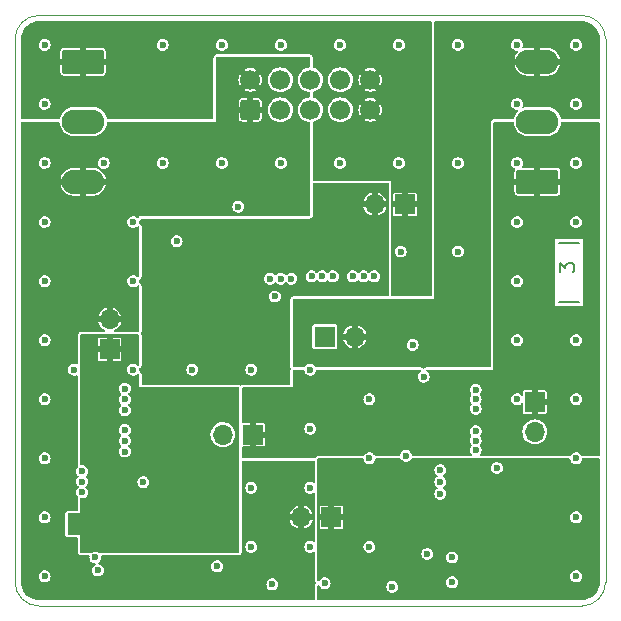
<source format=gbr>
%TF.GenerationSoftware,KiCad,Pcbnew,8.0.1*%
%TF.CreationDate,2024-04-20T12:15:38+02:00*%
%TF.ProjectId,nbg,6e62672e-6b69-4636-9164-5f7063625858,rev?*%
%TF.SameCoordinates,Original*%
%TF.FileFunction,Copper,L3,Inr*%
%TF.FilePolarity,Positive*%
%FSLAX46Y46*%
G04 Gerber Fmt 4.6, Leading zero omitted, Abs format (unit mm)*
G04 Created by KiCad (PCBNEW 8.0.1) date 2024-04-20 12:15:38*
%MOMM*%
%LPD*%
G01*
G04 APERTURE LIST*
G04 Aperture macros list*
%AMRoundRect*
0 Rectangle with rounded corners*
0 $1 Rounding radius*
0 $2 $3 $4 $5 $6 $7 $8 $9 X,Y pos of 4 corners*
0 Add a 4 corners polygon primitive as box body*
4,1,4,$2,$3,$4,$5,$6,$7,$8,$9,$2,$3,0*
0 Add four circle primitives for the rounded corners*
1,1,$1+$1,$2,$3*
1,1,$1+$1,$4,$5*
1,1,$1+$1,$6,$7*
1,1,$1+$1,$8,$9*
0 Add four rect primitives between the rounded corners*
20,1,$1+$1,$2,$3,$4,$5,0*
20,1,$1+$1,$4,$5,$6,$7,0*
20,1,$1+$1,$6,$7,$8,$9,0*
20,1,$1+$1,$8,$9,$2,$3,0*%
G04 Aperture macros list end*
%ADD10C,0.200000*%
%TA.AperFunction,NonConductor*%
%ADD11C,0.200000*%
%TD*%
%TA.AperFunction,ComponentPad*%
%ADD12R,1.700000X1.700000*%
%TD*%
%TA.AperFunction,ComponentPad*%
%ADD13O,1.700000X1.700000*%
%TD*%
%TA.AperFunction,ComponentPad*%
%ADD14RoundRect,0.249999X1.550001X-0.790001X1.550001X0.790001X-1.550001X0.790001X-1.550001X-0.790001X0*%
%TD*%
%TA.AperFunction,ComponentPad*%
%ADD15O,3.600000X2.080000*%
%TD*%
%TA.AperFunction,ComponentPad*%
%ADD16RoundRect,0.249999X-1.550001X0.790001X-1.550001X-0.790001X1.550001X-0.790001X1.550001X0.790001X0*%
%TD*%
%TA.AperFunction,ComponentPad*%
%ADD17RoundRect,0.250000X0.600000X-0.600000X0.600000X0.600000X-0.600000X0.600000X-0.600000X-0.600000X0*%
%TD*%
%TA.AperFunction,ComponentPad*%
%ADD18C,1.700000*%
%TD*%
%TA.AperFunction,ViaPad*%
%ADD19C,0.600000*%
%TD*%
%TA.AperFunction,Profile*%
%ADD20C,0.050000*%
%TD*%
G04 APERTURE END LIST*
D10*
D11*
X92742742Y-74296993D02*
X91028457Y-74296993D01*
X91142742Y-71725564D02*
X91142742Y-70982707D01*
X91142742Y-70982707D02*
X91599885Y-71382707D01*
X91599885Y-71382707D02*
X91599885Y-71211278D01*
X91599885Y-71211278D02*
X91657028Y-71096993D01*
X91657028Y-71096993D02*
X91714171Y-71039850D01*
X91714171Y-71039850D02*
X91828457Y-70982707D01*
X91828457Y-70982707D02*
X92114171Y-70982707D01*
X92114171Y-70982707D02*
X92228457Y-71039850D01*
X92228457Y-71039850D02*
X92285600Y-71096993D01*
X92285600Y-71096993D02*
X92342742Y-71211278D01*
X92342742Y-71211278D02*
X92342742Y-71554135D01*
X92342742Y-71554135D02*
X92285600Y-71668421D01*
X92285600Y-71668421D02*
X92228457Y-71725564D01*
X92742742Y-69268421D02*
X91028457Y-69268421D01*
D12*
%TO.N,/AP62250/Vin3*%
%TO.C,J7*%
X71775000Y-92500000D03*
D13*
%TO.N,/AP62250/V-in*%
X69235000Y-92500000D03*
%TD*%
D14*
%TO.N,/AP62250/V-ut*%
%TO.C,J6*%
X89222500Y-64080000D03*
D15*
%TO.N,GND*%
X89222500Y-59000000D03*
%TO.N,/AP62250/V+ut*%
X89222500Y-53920000D03*
%TD*%
D12*
%TO.N,/AP62250/V-ut*%
%TO.C,J8*%
X89000000Y-82725000D03*
D13*
%TO.N,Net-(J8-Pin_2)*%
X89000000Y-85265000D03*
%TD*%
D12*
%TO.N,/AP62250/V+in*%
%TO.C,J1*%
X78000000Y-66000000D03*
D13*
%TO.N,/AP62250/Vin1*%
X75460000Y-66000000D03*
%TD*%
D16*
%TO.N,/AP62250/V+in*%
%TO.C,J5*%
X50777500Y-53920000D03*
D15*
%TO.N,GND*%
X50777500Y-59000000D03*
%TO.N,/AP62250/V-in*%
X50777500Y-64080000D03*
%TD*%
D12*
%TO.N,/AP62250/V-ut*%
%TO.C,J4*%
X65133800Y-85500000D03*
D13*
%TO.N,Net-(J4-Pin_2)*%
X62593800Y-85500000D03*
%TD*%
D12*
%TO.N,Net-(J3-Pin_1)*%
%TO.C,J3*%
X71225000Y-77199200D03*
D13*
%TO.N,/AP62250/V+ut*%
X73765000Y-77199200D03*
%TD*%
D17*
%TO.N,/AP62250/V-in*%
%TO.C,J9*%
X64920000Y-58000000D03*
D18*
X64920000Y-55460000D03*
%TO.N,GND*%
X67460000Y-58000000D03*
X67460000Y-55460000D03*
X70000000Y-58000000D03*
X70000000Y-55460000D03*
X72540000Y-58000000D03*
X72540000Y-55460000D03*
%TO.N,/AP62250/V+in*%
X75080000Y-58000000D03*
X75080000Y-55460000D03*
%TD*%
D12*
%TO.N,/AP62250/Vin2*%
%TO.C,J2*%
X53000000Y-78275000D03*
D13*
%TO.N,/AP62250/V-in*%
X53000000Y-75735000D03*
%TD*%
D19*
%TO.N,GND*%
X85790339Y-88318963D03*
X82500000Y-70000000D03*
X77647600Y-69998819D03*
X55000000Y-72500000D03*
X55000000Y-67500000D03*
X52500000Y-62500000D03*
X77500000Y-62500000D03*
X62500000Y-62500000D03*
X82500000Y-62500000D03*
X67500000Y-62500000D03*
X72500000Y-62500000D03*
X57500000Y-62500000D03*
X87500000Y-57500000D03*
X87500000Y-82500000D03*
X87500000Y-67500000D03*
X87500000Y-72500000D03*
X87500000Y-77500000D03*
X87500000Y-62500000D03*
X92500000Y-67500000D03*
X92500000Y-92500000D03*
X92500000Y-77500000D03*
X92500000Y-97500000D03*
X92500000Y-82500000D03*
X92500000Y-87500000D03*
X92500000Y-62500000D03*
X92500000Y-57500000D03*
X92500000Y-52500000D03*
X87500000Y-52500000D03*
X82500000Y-52500000D03*
X77500000Y-52500000D03*
X72500000Y-52500000D03*
X67500000Y-52500000D03*
X62500000Y-52500000D03*
X57500000Y-52500000D03*
X47500000Y-52500000D03*
X47500000Y-57500000D03*
X47500000Y-62500000D03*
X47500000Y-67500000D03*
X47500000Y-72500000D03*
X47500000Y-77500000D03*
X47500000Y-97500000D03*
X47500000Y-92500000D03*
X47500000Y-87500000D03*
X47500000Y-82500000D03*
X50000000Y-80000000D03*
X55000000Y-80000000D03*
X60000000Y-80000000D03*
X65000000Y-80000000D03*
X70000000Y-80000000D03*
X65000000Y-90000000D03*
X70000000Y-90000000D03*
X70000000Y-85000000D03*
X75000000Y-82500000D03*
X75000000Y-87500000D03*
X65000000Y-95000000D03*
X70000000Y-95000000D03*
X75000000Y-95000000D03*
X76942449Y-98390697D03*
X71203728Y-98079850D03*
X66774152Y-98169517D03*
X62111440Y-96651147D03*
X82000000Y-98000000D03*
X81000000Y-88500000D03*
X54288800Y-86014000D03*
X50682000Y-90382800D03*
X63900000Y-66199200D03*
X78100000Y-87300000D03*
X84000000Y-86800000D03*
X54288800Y-86928400D03*
X67500000Y-72299200D03*
X54288800Y-83423200D03*
X81000000Y-90500000D03*
X54288800Y-82508800D03*
X54288800Y-81594400D03*
X79900000Y-95600000D03*
X74500000Y-72099200D03*
X84000000Y-86000000D03*
X81000000Y-89500000D03*
X84000000Y-83300000D03*
X71000000Y-72099200D03*
X84000000Y-85200000D03*
X50682000Y-89468400D03*
X71900000Y-72099200D03*
X50682000Y-88604800D03*
X84000000Y-81700000D03*
X68400000Y-72299200D03*
X84000000Y-82500000D03*
X75400000Y-72099200D03*
X82000000Y-95900000D03*
X73600000Y-72099200D03*
X70100000Y-72099200D03*
X66600000Y-72299200D03*
X78662500Y-77900000D03*
X54288800Y-85099600D03*
X79587500Y-80587500D03*
X51800000Y-95900000D03*
%TO.N,Net-(J3-Pin_1)*%
X67001600Y-73799200D03*
X58670400Y-69125600D03*
%TO.N,Net-(J4-Pin_2)*%
X52002800Y-96986800D03*
X55863600Y-89519200D03*
%TO.N,/AP62250/Vin1*%
X66595200Y-69125600D03*
X68400000Y-69099200D03*
X67500000Y-69099200D03*
X60905600Y-70243200D03*
%TO.N,/AP62250/Vin2*%
X53780800Y-90433600D03*
X53780800Y-89519200D03*
X49900000Y-93050000D03*
X53780800Y-88604800D03*
%TO.N,/AP62250/Vin3*%
X84200000Y-89500000D03*
X84200000Y-88500000D03*
X84200000Y-90500000D03*
%TD*%
%TA.AperFunction,Conductor*%
%TO.N,/AP62250/V-in*%
G36*
X69978326Y-53521674D02*
G01*
X70000000Y-53574000D01*
X70000000Y-54337347D01*
X69978326Y-54389673D01*
X69933254Y-54410991D01*
X69794064Y-54424700D01*
X69596043Y-54484769D01*
X69413549Y-54582315D01*
X69253590Y-54713589D01*
X69253589Y-54713590D01*
X69122315Y-54873549D01*
X69024769Y-55056043D01*
X68964700Y-55254064D01*
X68964700Y-55254066D01*
X68944417Y-55460000D01*
X68964700Y-55665934D01*
X69024768Y-55863954D01*
X69122315Y-56046450D01*
X69253590Y-56206410D01*
X69413550Y-56337685D01*
X69596046Y-56435232D01*
X69794066Y-56495300D01*
X69933255Y-56509009D01*
X69983203Y-56535707D01*
X70000000Y-56582652D01*
X70000000Y-56877347D01*
X69978326Y-56929673D01*
X69933254Y-56950991D01*
X69794064Y-56964700D01*
X69596043Y-57024769D01*
X69413549Y-57122315D01*
X69253590Y-57253589D01*
X69253589Y-57253590D01*
X69122315Y-57413549D01*
X69024769Y-57596043D01*
X68964700Y-57794064D01*
X68944417Y-58000000D01*
X68964700Y-58205935D01*
X69024769Y-58403956D01*
X69122315Y-58586450D01*
X69236141Y-58725149D01*
X69253590Y-58746410D01*
X69413550Y-58877685D01*
X69596046Y-58975232D01*
X69794066Y-59035300D01*
X69933255Y-59049009D01*
X69983203Y-59075707D01*
X70000000Y-59122652D01*
X70000000Y-66926000D01*
X69978326Y-66978326D01*
X69926000Y-67000000D01*
X55500000Y-67000000D01*
X55500000Y-67114344D01*
X55478326Y-67166670D01*
X55426000Y-67188344D01*
X55373674Y-67166670D01*
X55370075Y-67162804D01*
X55331132Y-67117861D01*
X55331130Y-67117859D01*
X55331128Y-67117857D01*
X55274182Y-67081260D01*
X55210054Y-67040047D01*
X55210050Y-67040046D01*
X55071964Y-66999500D01*
X55071961Y-66999500D01*
X54928039Y-66999500D01*
X54928036Y-66999500D01*
X54789949Y-67040046D01*
X54789945Y-67040047D01*
X54668875Y-67117855D01*
X54668868Y-67117860D01*
X54574623Y-67226626D01*
X54514834Y-67357545D01*
X54494353Y-67500000D01*
X54514834Y-67642454D01*
X54514834Y-67642455D01*
X54514835Y-67642457D01*
X54523363Y-67661130D01*
X54574623Y-67773373D01*
X54668868Y-67882139D01*
X54668869Y-67882140D01*
X54668872Y-67882143D01*
X54789947Y-67959953D01*
X54896403Y-67991211D01*
X54928035Y-68000499D01*
X54928037Y-68000500D01*
X54928039Y-68000500D01*
X55071963Y-68000500D01*
X55071964Y-68000499D01*
X55210053Y-67959953D01*
X55331128Y-67882143D01*
X55370074Y-67837195D01*
X55420720Y-67811844D01*
X55474459Y-67829729D01*
X55499811Y-67880375D01*
X55500000Y-67885655D01*
X55500000Y-72114344D01*
X55478326Y-72166670D01*
X55426000Y-72188344D01*
X55373674Y-72166670D01*
X55370075Y-72162804D01*
X55331132Y-72117861D01*
X55331130Y-72117859D01*
X55331128Y-72117857D01*
X55271821Y-72079743D01*
X55210054Y-72040047D01*
X55210050Y-72040046D01*
X55071964Y-71999500D01*
X55071961Y-71999500D01*
X54928039Y-71999500D01*
X54928036Y-71999500D01*
X54789949Y-72040046D01*
X54789945Y-72040047D01*
X54668875Y-72117855D01*
X54668868Y-72117860D01*
X54574623Y-72226626D01*
X54514834Y-72357545D01*
X54494353Y-72500000D01*
X54514834Y-72642454D01*
X54514834Y-72642455D01*
X54514835Y-72642457D01*
X54523363Y-72661130D01*
X54574623Y-72773373D01*
X54668868Y-72882139D01*
X54668869Y-72882140D01*
X54668872Y-72882143D01*
X54789947Y-72959953D01*
X54896403Y-72991211D01*
X54928035Y-73000499D01*
X54928037Y-73000500D01*
X54928039Y-73000500D01*
X55071963Y-73000500D01*
X55071964Y-73000499D01*
X55210053Y-72959953D01*
X55331128Y-72882143D01*
X55370074Y-72837195D01*
X55420720Y-72811844D01*
X55474459Y-72829729D01*
X55499811Y-72880375D01*
X55500000Y-72885655D01*
X55500000Y-76720500D01*
X55478326Y-76772826D01*
X55426000Y-76794500D01*
X53434595Y-76794500D01*
X53382269Y-76772826D01*
X53360595Y-76720500D01*
X53382269Y-76668174D01*
X53399712Y-76655238D01*
X53558252Y-76570495D01*
X53558266Y-76570486D01*
X53710526Y-76445528D01*
X53710528Y-76445526D01*
X53835486Y-76293266D01*
X53835495Y-76293252D01*
X53928348Y-76119539D01*
X53969160Y-75985000D01*
X53433012Y-75985000D01*
X53465925Y-75927993D01*
X53500000Y-75800826D01*
X53500000Y-75669174D01*
X53465925Y-75542007D01*
X53433012Y-75485000D01*
X53969160Y-75485000D01*
X53928348Y-75350460D01*
X53835495Y-75176747D01*
X53835486Y-75176733D01*
X53710528Y-75024473D01*
X53710526Y-75024471D01*
X53558266Y-74899513D01*
X53558252Y-74899504D01*
X53384539Y-74806651D01*
X53250000Y-74765839D01*
X53250000Y-75301988D01*
X53192993Y-75269075D01*
X53065826Y-75235000D01*
X52934174Y-75235000D01*
X52807007Y-75269075D01*
X52750000Y-75301988D01*
X52750000Y-74765839D01*
X52615460Y-74806651D01*
X52441747Y-74899504D01*
X52441733Y-74899513D01*
X52289473Y-75024471D01*
X52289471Y-75024473D01*
X52164513Y-75176733D01*
X52164504Y-75176747D01*
X52071651Y-75350460D01*
X52030840Y-75485000D01*
X52566988Y-75485000D01*
X52534075Y-75542007D01*
X52500000Y-75669174D01*
X52500000Y-75800826D01*
X52534075Y-75927993D01*
X52566988Y-75985000D01*
X52030840Y-75985000D01*
X52071651Y-76119539D01*
X52164504Y-76293252D01*
X52164513Y-76293266D01*
X52289471Y-76445526D01*
X52289473Y-76445528D01*
X52441733Y-76570486D01*
X52441747Y-76570495D01*
X52600288Y-76655238D01*
X52636219Y-76699019D01*
X52630667Y-76755383D01*
X52586886Y-76791314D01*
X52565405Y-76794500D01*
X50574000Y-76794500D01*
X50551707Y-76798934D01*
X50495364Y-76810141D01*
X50495354Y-76810144D01*
X50443037Y-76831814D01*
X50384739Y-76868445D01*
X50384737Y-76868447D01*
X50331816Y-76943033D01*
X50310144Y-76995354D01*
X50310141Y-76995364D01*
X50294500Y-77074001D01*
X50294500Y-79465990D01*
X50272826Y-79518316D01*
X50220500Y-79539990D01*
X50199652Y-79536993D01*
X50071961Y-79499500D01*
X49928039Y-79499500D01*
X49928036Y-79499500D01*
X49789949Y-79540046D01*
X49789945Y-79540047D01*
X49668875Y-79617855D01*
X49668868Y-79617860D01*
X49574623Y-79726626D01*
X49514834Y-79857545D01*
X49494353Y-80000000D01*
X49514834Y-80142454D01*
X49514834Y-80142455D01*
X49514835Y-80142457D01*
X49519486Y-80152641D01*
X49574623Y-80273373D01*
X49668868Y-80382139D01*
X49668869Y-80382140D01*
X49668872Y-80382143D01*
X49789947Y-80459953D01*
X49896403Y-80491211D01*
X49928035Y-80500499D01*
X49928037Y-80500500D01*
X49928039Y-80500500D01*
X50071963Y-80500500D01*
X50071964Y-80500499D01*
X50199652Y-80463007D01*
X50255964Y-80469061D01*
X50291502Y-80513161D01*
X50294500Y-80534009D01*
X50294500Y-88037769D01*
X50296590Y-88066999D01*
X50299586Y-88087840D01*
X50302882Y-88105342D01*
X50335344Y-88171886D01*
X50338805Y-88228417D01*
X50324761Y-88252789D01*
X50256624Y-88331425D01*
X50196834Y-88462345D01*
X50176353Y-88604800D01*
X50196834Y-88747254D01*
X50196834Y-88747255D01*
X50196835Y-88747257D01*
X50251552Y-88867070D01*
X50256623Y-88878173D01*
X50351910Y-88988141D01*
X50369795Y-89041879D01*
X50351910Y-89085059D01*
X50256623Y-89195026D01*
X50196834Y-89325945D01*
X50176353Y-89468400D01*
X50196834Y-89610854D01*
X50196834Y-89610855D01*
X50196835Y-89610857D01*
X50219794Y-89661129D01*
X50256623Y-89741773D01*
X50350868Y-89850539D01*
X50350869Y-89850540D01*
X50350872Y-89850543D01*
X50350877Y-89850546D01*
X50370796Y-89863348D01*
X50403097Y-89909871D01*
X50393040Y-89965608D01*
X50370796Y-89987852D01*
X50350877Y-90000653D01*
X50350868Y-90000660D01*
X50256623Y-90109426D01*
X50196834Y-90240345D01*
X50176353Y-90382800D01*
X50196834Y-90525254D01*
X50196834Y-90525255D01*
X50196835Y-90525257D01*
X50256623Y-90656173D01*
X50323607Y-90733478D01*
X50341492Y-90787217D01*
X50333266Y-90814977D01*
X50333407Y-90815036D01*
X50332854Y-90816370D01*
X50332455Y-90817718D01*
X50331819Y-90818867D01*
X50310144Y-90871196D01*
X50310141Y-90871206D01*
X50294500Y-90949843D01*
X50294500Y-91870500D01*
X50272826Y-91922826D01*
X50220500Y-91944500D01*
X49524000Y-91944500D01*
X49501707Y-91948934D01*
X49445364Y-91960141D01*
X49445354Y-91960144D01*
X49393037Y-91981814D01*
X49334739Y-92018445D01*
X49334737Y-92018447D01*
X49281816Y-92093033D01*
X49260144Y-92145354D01*
X49260141Y-92145364D01*
X49244500Y-92224001D01*
X49244500Y-93925998D01*
X49260141Y-94004635D01*
X49260144Y-94004645D01*
X49281814Y-94056962D01*
X49281816Y-94056966D01*
X49281817Y-94056967D01*
X49318445Y-94115261D01*
X49393033Y-94168183D01*
X49445359Y-94189857D01*
X49524000Y-94205500D01*
X50220500Y-94205500D01*
X50272826Y-94227174D01*
X50294500Y-94279500D01*
X50294500Y-95425998D01*
X50310141Y-95504635D01*
X50310144Y-95504645D01*
X50331814Y-95556962D01*
X50331816Y-95556966D01*
X50331817Y-95556967D01*
X50368445Y-95615261D01*
X50391410Y-95631555D01*
X50443033Y-95668183D01*
X50481129Y-95683963D01*
X50495359Y-95689857D01*
X50574000Y-95705500D01*
X51236917Y-95705500D01*
X51289243Y-95727174D01*
X51310917Y-95779500D01*
X51310164Y-95790031D01*
X51294353Y-95900000D01*
X51314834Y-96042454D01*
X51374623Y-96173373D01*
X51468868Y-96282139D01*
X51468869Y-96282140D01*
X51468872Y-96282143D01*
X51589947Y-96359953D01*
X51696403Y-96391211D01*
X51728035Y-96400499D01*
X51728037Y-96400500D01*
X51737326Y-96400500D01*
X51789652Y-96422174D01*
X51811326Y-96474500D01*
X51789652Y-96526826D01*
X51777333Y-96536753D01*
X51671675Y-96604655D01*
X51671668Y-96604660D01*
X51577423Y-96713426D01*
X51517634Y-96844345D01*
X51497153Y-96986800D01*
X51517634Y-97129254D01*
X51517634Y-97129255D01*
X51517635Y-97129257D01*
X51562103Y-97226627D01*
X51577423Y-97260173D01*
X51671668Y-97368939D01*
X51671669Y-97368940D01*
X51671672Y-97368943D01*
X51792747Y-97446753D01*
X51899203Y-97478011D01*
X51930835Y-97487299D01*
X51930837Y-97487300D01*
X51930839Y-97487300D01*
X52074763Y-97487300D01*
X52074764Y-97487299D01*
X52212853Y-97446753D01*
X52333928Y-97368943D01*
X52428177Y-97260173D01*
X52487965Y-97129257D01*
X52508447Y-96986800D01*
X52487965Y-96844343D01*
X52428177Y-96713427D01*
X52404614Y-96686234D01*
X52374211Y-96651147D01*
X61605793Y-96651147D01*
X61626274Y-96793601D01*
X61686063Y-96924520D01*
X61780308Y-97033286D01*
X61780309Y-97033287D01*
X61780312Y-97033290D01*
X61901387Y-97111100D01*
X62007843Y-97142358D01*
X62039475Y-97151646D01*
X62039477Y-97151647D01*
X62039479Y-97151647D01*
X62183403Y-97151647D01*
X62183404Y-97151646D01*
X62321493Y-97111100D01*
X62442568Y-97033290D01*
X62536817Y-96924520D01*
X62596605Y-96793604D01*
X62617087Y-96651147D01*
X62596605Y-96508690D01*
X62536817Y-96377774D01*
X62453953Y-96282143D01*
X62442571Y-96269007D01*
X62442569Y-96269006D01*
X62442568Y-96269004D01*
X62385622Y-96232407D01*
X62321494Y-96191194D01*
X62321490Y-96191193D01*
X62183404Y-96150647D01*
X62183401Y-96150647D01*
X62039479Y-96150647D01*
X62039476Y-96150647D01*
X61901389Y-96191193D01*
X61901385Y-96191194D01*
X61780315Y-96269002D01*
X61780308Y-96269007D01*
X61686063Y-96377773D01*
X61626274Y-96508692D01*
X61605793Y-96651147D01*
X52374211Y-96651147D01*
X52333931Y-96604660D01*
X52333929Y-96604659D01*
X52333928Y-96604657D01*
X52276982Y-96568060D01*
X52212854Y-96526847D01*
X52212850Y-96526846D01*
X52074764Y-96486300D01*
X52074761Y-96486300D01*
X52065474Y-96486300D01*
X52013148Y-96464626D01*
X51991474Y-96412300D01*
X52013148Y-96359974D01*
X52025467Y-96350047D01*
X52131128Y-96282143D01*
X52225377Y-96173373D01*
X52285165Y-96042457D01*
X52305647Y-95900000D01*
X52289836Y-95790030D01*
X52303843Y-95735153D01*
X52352552Y-95706253D01*
X52363083Y-95705500D01*
X63925998Y-95705500D01*
X63926000Y-95705500D01*
X64004641Y-95689857D01*
X64056967Y-95668183D01*
X64115261Y-95631555D01*
X64168183Y-95556967D01*
X64189857Y-95504641D01*
X64205500Y-95426000D01*
X64205500Y-95000000D01*
X64494353Y-95000000D01*
X64514834Y-95142454D01*
X64574623Y-95273373D01*
X64668868Y-95382139D01*
X64668869Y-95382140D01*
X64668872Y-95382143D01*
X64737112Y-95425998D01*
X64789943Y-95459951D01*
X64789947Y-95459953D01*
X64896403Y-95491211D01*
X64928035Y-95500499D01*
X64928037Y-95500500D01*
X64928039Y-95500500D01*
X65071963Y-95500500D01*
X65071964Y-95500499D01*
X65210053Y-95459953D01*
X65331128Y-95382143D01*
X65425377Y-95273373D01*
X65485165Y-95142457D01*
X65505647Y-95000000D01*
X65485165Y-94857543D01*
X65425377Y-94726627D01*
X65331128Y-94617857D01*
X65265046Y-94575389D01*
X65210054Y-94540047D01*
X65210050Y-94540046D01*
X65071964Y-94499500D01*
X65071961Y-94499500D01*
X64928039Y-94499500D01*
X64928036Y-94499500D01*
X64789949Y-94540046D01*
X64789945Y-94540047D01*
X64668875Y-94617855D01*
X64668868Y-94617860D01*
X64574623Y-94726626D01*
X64514834Y-94857545D01*
X64494353Y-95000000D01*
X64205500Y-95000000D01*
X64205500Y-92750000D01*
X68265840Y-92750000D01*
X68306651Y-92884539D01*
X68399504Y-93058252D01*
X68399513Y-93058266D01*
X68524471Y-93210526D01*
X68524473Y-93210528D01*
X68676733Y-93335486D01*
X68676747Y-93335495D01*
X68850460Y-93428347D01*
X68985000Y-93469159D01*
X68985000Y-92933012D01*
X69042007Y-92965925D01*
X69169174Y-93000000D01*
X69300826Y-93000000D01*
X69427993Y-92965925D01*
X69485000Y-92933012D01*
X69485000Y-93469159D01*
X69619539Y-93428347D01*
X69793252Y-93335495D01*
X69793266Y-93335486D01*
X69945526Y-93210528D01*
X69945528Y-93210526D01*
X70070486Y-93058266D01*
X70070495Y-93058252D01*
X70163348Y-92884539D01*
X70204160Y-92750000D01*
X69668012Y-92750000D01*
X69700925Y-92692993D01*
X69735000Y-92565826D01*
X69735000Y-92434174D01*
X69700925Y-92307007D01*
X69668012Y-92250000D01*
X70204160Y-92250000D01*
X70163348Y-92115460D01*
X70070495Y-91941747D01*
X70070486Y-91941733D01*
X69945528Y-91789473D01*
X69945526Y-91789471D01*
X69793266Y-91664513D01*
X69793252Y-91664504D01*
X69619539Y-91571651D01*
X69485000Y-91530839D01*
X69485000Y-92066988D01*
X69427993Y-92034075D01*
X69300826Y-92000000D01*
X69169174Y-92000000D01*
X69042007Y-92034075D01*
X68985000Y-92066988D01*
X68985000Y-91530839D01*
X68850460Y-91571651D01*
X68676747Y-91664504D01*
X68676733Y-91664513D01*
X68524473Y-91789471D01*
X68524471Y-91789473D01*
X68399513Y-91941733D01*
X68399504Y-91941747D01*
X68306651Y-92115460D01*
X68265840Y-92250000D01*
X68801988Y-92250000D01*
X68769075Y-92307007D01*
X68735000Y-92434174D01*
X68735000Y-92565826D01*
X68769075Y-92692993D01*
X68801988Y-92750000D01*
X68265840Y-92750000D01*
X64205500Y-92750000D01*
X64205500Y-90000000D01*
X64494353Y-90000000D01*
X64514834Y-90142454D01*
X64514834Y-90142455D01*
X64514835Y-90142457D01*
X64574623Y-90273373D01*
X64668868Y-90382139D01*
X64668869Y-90382140D01*
X64668872Y-90382143D01*
X64721611Y-90416036D01*
X64789943Y-90459951D01*
X64789947Y-90459953D01*
X64896403Y-90491211D01*
X64928035Y-90500499D01*
X64928037Y-90500500D01*
X64928039Y-90500500D01*
X65071963Y-90500500D01*
X65071964Y-90500499D01*
X65210053Y-90459953D01*
X65331128Y-90382143D01*
X65425377Y-90273373D01*
X65485165Y-90142457D01*
X65505647Y-90000000D01*
X65485165Y-89857543D01*
X65425377Y-89726627D01*
X65331128Y-89617857D01*
X65265046Y-89575389D01*
X65210054Y-89540047D01*
X65210050Y-89540046D01*
X65071964Y-89499500D01*
X65071961Y-89499500D01*
X64928039Y-89499500D01*
X64928036Y-89499500D01*
X64789949Y-89540046D01*
X64789945Y-89540047D01*
X64668875Y-89617855D01*
X64668868Y-89617860D01*
X64574623Y-89726626D01*
X64514834Y-89857545D01*
X64494353Y-90000000D01*
X64205500Y-90000000D01*
X64205500Y-87779500D01*
X64227174Y-87727174D01*
X64279500Y-87705500D01*
X70320500Y-87705500D01*
X70372826Y-87727174D01*
X70394500Y-87779500D01*
X70394500Y-89523063D01*
X70372826Y-89575389D01*
X70320500Y-89597063D01*
X70280493Y-89585316D01*
X70210054Y-89540047D01*
X70210050Y-89540046D01*
X70071964Y-89499500D01*
X70071961Y-89499500D01*
X69928039Y-89499500D01*
X69928036Y-89499500D01*
X69789949Y-89540046D01*
X69789945Y-89540047D01*
X69668875Y-89617855D01*
X69668868Y-89617860D01*
X69574623Y-89726626D01*
X69514834Y-89857545D01*
X69494353Y-90000000D01*
X69514834Y-90142454D01*
X69514834Y-90142455D01*
X69514835Y-90142457D01*
X69574623Y-90273373D01*
X69668868Y-90382139D01*
X69668869Y-90382140D01*
X69668872Y-90382143D01*
X69721611Y-90416036D01*
X69789943Y-90459951D01*
X69789947Y-90459953D01*
X69896403Y-90491211D01*
X69928035Y-90500499D01*
X69928037Y-90500500D01*
X69928039Y-90500500D01*
X70071963Y-90500500D01*
X70071964Y-90500499D01*
X70210053Y-90459953D01*
X70280493Y-90414683D01*
X70336229Y-90404627D01*
X70382752Y-90436928D01*
X70394500Y-90476936D01*
X70394500Y-94523063D01*
X70372826Y-94575389D01*
X70320500Y-94597063D01*
X70280493Y-94585316D01*
X70210054Y-94540047D01*
X70210050Y-94540046D01*
X70071964Y-94499500D01*
X70071961Y-94499500D01*
X69928039Y-94499500D01*
X69928036Y-94499500D01*
X69789949Y-94540046D01*
X69789945Y-94540047D01*
X69668875Y-94617855D01*
X69668868Y-94617860D01*
X69574623Y-94726626D01*
X69514834Y-94857545D01*
X69494353Y-95000000D01*
X69514834Y-95142454D01*
X69574623Y-95273373D01*
X69668868Y-95382139D01*
X69668869Y-95382140D01*
X69668872Y-95382143D01*
X69737112Y-95425998D01*
X69789943Y-95459951D01*
X69789947Y-95459953D01*
X69896403Y-95491211D01*
X69928035Y-95500499D01*
X69928037Y-95500500D01*
X69928039Y-95500500D01*
X70071963Y-95500500D01*
X70071964Y-95500499D01*
X70210053Y-95459953D01*
X70280493Y-95414683D01*
X70336229Y-95404627D01*
X70382752Y-95436928D01*
X70394500Y-95476936D01*
X70394500Y-97856854D01*
X70397765Y-97893326D01*
X70401863Y-97916036D01*
X70402432Y-97919188D01*
X70408398Y-97943601D01*
X70441377Y-98000500D01*
X70454260Y-98022727D01*
X70454261Y-98022729D01*
X70460526Y-98029458D01*
X70480319Y-98082524D01*
X70466718Y-98122704D01*
X70431816Y-98171894D01*
X70410144Y-98224215D01*
X70410141Y-98224225D01*
X70394500Y-98302862D01*
X70394500Y-99425500D01*
X70372826Y-99477826D01*
X70320500Y-99499500D01*
X47002636Y-99499500D01*
X46997358Y-99499311D01*
X46972878Y-99497560D01*
X46791881Y-99484614D01*
X46781432Y-99483112D01*
X46582710Y-99439884D01*
X46572584Y-99436910D01*
X46382040Y-99365841D01*
X46372439Y-99361456D01*
X46193958Y-99263998D01*
X46185075Y-99258290D01*
X46022272Y-99136417D01*
X46014293Y-99129503D01*
X45870496Y-98985706D01*
X45863582Y-98977727D01*
X45741709Y-98814924D01*
X45736001Y-98806041D01*
X45702815Y-98745266D01*
X45638541Y-98627556D01*
X45634161Y-98617965D01*
X45563085Y-98427406D01*
X45560117Y-98417296D01*
X45520974Y-98237357D01*
X45516887Y-98218567D01*
X45515385Y-98208117D01*
X45512624Y-98169517D01*
X66268505Y-98169517D01*
X66288986Y-98311971D01*
X66288986Y-98311972D01*
X66288987Y-98311974D01*
X66348775Y-98442890D01*
X66443020Y-98551656D01*
X66443021Y-98551657D01*
X66443024Y-98551660D01*
X66535626Y-98611171D01*
X66543036Y-98615934D01*
X66564099Y-98629470D01*
X66670555Y-98660728D01*
X66702187Y-98670016D01*
X66702189Y-98670017D01*
X66702191Y-98670017D01*
X66846115Y-98670017D01*
X66846116Y-98670016D01*
X66984205Y-98629470D01*
X67105280Y-98551660D01*
X67199529Y-98442890D01*
X67259317Y-98311974D01*
X67279799Y-98169517D01*
X67259317Y-98027060D01*
X67199529Y-97896144D01*
X67105280Y-97787374D01*
X67048334Y-97750777D01*
X66984206Y-97709564D01*
X66984202Y-97709563D01*
X66846116Y-97669017D01*
X66846113Y-97669017D01*
X66702191Y-97669017D01*
X66702188Y-97669017D01*
X66564101Y-97709563D01*
X66564097Y-97709564D01*
X66443027Y-97787372D01*
X66443020Y-97787377D01*
X66348775Y-97896143D01*
X66288986Y-98027062D01*
X66268505Y-98169517D01*
X45512624Y-98169517D01*
X45507344Y-98095697D01*
X45502126Y-98022729D01*
X45500689Y-98002642D01*
X45500500Y-97997363D01*
X45500500Y-97500000D01*
X46994353Y-97500000D01*
X47014834Y-97642454D01*
X47074623Y-97773373D01*
X47168868Y-97882139D01*
X47168869Y-97882140D01*
X47168872Y-97882143D01*
X47289947Y-97959953D01*
X47396403Y-97991211D01*
X47428035Y-98000499D01*
X47428037Y-98000500D01*
X47428039Y-98000500D01*
X47571963Y-98000500D01*
X47571964Y-98000499D01*
X47710053Y-97959953D01*
X47831128Y-97882143D01*
X47925377Y-97773373D01*
X47985165Y-97642457D01*
X48005647Y-97500000D01*
X47985165Y-97357543D01*
X47925377Y-97226627D01*
X47841006Y-97129257D01*
X47831131Y-97117860D01*
X47831129Y-97117859D01*
X47831128Y-97117857D01*
X47774182Y-97081260D01*
X47710054Y-97040047D01*
X47710050Y-97040046D01*
X47571964Y-96999500D01*
X47571961Y-96999500D01*
X47428039Y-96999500D01*
X47428036Y-96999500D01*
X47289949Y-97040046D01*
X47289945Y-97040047D01*
X47168875Y-97117855D01*
X47168868Y-97117860D01*
X47074623Y-97226626D01*
X47014834Y-97357545D01*
X46994353Y-97500000D01*
X45500500Y-97500000D01*
X45500500Y-92500000D01*
X46994353Y-92500000D01*
X47014834Y-92642454D01*
X47014834Y-92642455D01*
X47014835Y-92642457D01*
X47052640Y-92725237D01*
X47074623Y-92773373D01*
X47168868Y-92882139D01*
X47168869Y-92882140D01*
X47168872Y-92882143D01*
X47289947Y-92959953D01*
X47396403Y-92991211D01*
X47428035Y-93000499D01*
X47428037Y-93000500D01*
X47428039Y-93000500D01*
X47571963Y-93000500D01*
X47571964Y-93000499D01*
X47710053Y-92959953D01*
X47831128Y-92882143D01*
X47925377Y-92773373D01*
X47985165Y-92642457D01*
X48005647Y-92500000D01*
X47985165Y-92357543D01*
X47925377Y-92226627D01*
X47854963Y-92145364D01*
X47831131Y-92117860D01*
X47831129Y-92117859D01*
X47831128Y-92117857D01*
X47774182Y-92081260D01*
X47710054Y-92040047D01*
X47710050Y-92040046D01*
X47571964Y-91999500D01*
X47571961Y-91999500D01*
X47428039Y-91999500D01*
X47428036Y-91999500D01*
X47289949Y-92040046D01*
X47289945Y-92040047D01*
X47168875Y-92117855D01*
X47168868Y-92117860D01*
X47074623Y-92226626D01*
X47014834Y-92357545D01*
X46994353Y-92500000D01*
X45500500Y-92500000D01*
X45500500Y-87500000D01*
X46994353Y-87500000D01*
X47014834Y-87642454D01*
X47014834Y-87642455D01*
X47014835Y-87642457D01*
X47073585Y-87771101D01*
X47074623Y-87773373D01*
X47168868Y-87882139D01*
X47168869Y-87882140D01*
X47168872Y-87882143D01*
X47289947Y-87959953D01*
X47396403Y-87991211D01*
X47428035Y-88000499D01*
X47428037Y-88000500D01*
X47428039Y-88000500D01*
X47571963Y-88000500D01*
X47571964Y-88000499D01*
X47710053Y-87959953D01*
X47831128Y-87882143D01*
X47925377Y-87773373D01*
X47985165Y-87642457D01*
X48005647Y-87500000D01*
X47985165Y-87357543D01*
X47925377Y-87226627D01*
X47831128Y-87117857D01*
X47764069Y-87074761D01*
X47710054Y-87040047D01*
X47710050Y-87040046D01*
X47571964Y-86999500D01*
X47571961Y-86999500D01*
X47428039Y-86999500D01*
X47428036Y-86999500D01*
X47289949Y-87040046D01*
X47289945Y-87040047D01*
X47168875Y-87117855D01*
X47168868Y-87117860D01*
X47074623Y-87226626D01*
X47014834Y-87357545D01*
X46994353Y-87500000D01*
X45500500Y-87500000D01*
X45500500Y-82500000D01*
X46994353Y-82500000D01*
X47014834Y-82642454D01*
X47014834Y-82642455D01*
X47014835Y-82642457D01*
X47052640Y-82725237D01*
X47074623Y-82773373D01*
X47168868Y-82882139D01*
X47168869Y-82882140D01*
X47168872Y-82882143D01*
X47289947Y-82959953D01*
X47396403Y-82991211D01*
X47428035Y-83000499D01*
X47428037Y-83000500D01*
X47428039Y-83000500D01*
X47571963Y-83000500D01*
X47571964Y-83000499D01*
X47575605Y-82999430D01*
X47710053Y-82959953D01*
X47831128Y-82882143D01*
X47925377Y-82773373D01*
X47985165Y-82642457D01*
X48005647Y-82500000D01*
X47985165Y-82357543D01*
X47925377Y-82226627D01*
X47896226Y-82192985D01*
X47831131Y-82117860D01*
X47831129Y-82117859D01*
X47831128Y-82117857D01*
X47754461Y-82068586D01*
X47710054Y-82040047D01*
X47710050Y-82040046D01*
X47571964Y-81999500D01*
X47571961Y-81999500D01*
X47428039Y-81999500D01*
X47428036Y-81999500D01*
X47289949Y-82040046D01*
X47289945Y-82040047D01*
X47168875Y-82117855D01*
X47168868Y-82117860D01*
X47074623Y-82226626D01*
X47014834Y-82357545D01*
X46994353Y-82500000D01*
X45500500Y-82500000D01*
X45500500Y-77500000D01*
X46994353Y-77500000D01*
X47014834Y-77642454D01*
X47014834Y-77642455D01*
X47014835Y-77642457D01*
X47023363Y-77661130D01*
X47074623Y-77773373D01*
X47168868Y-77882139D01*
X47168869Y-77882140D01*
X47168872Y-77882143D01*
X47289947Y-77959953D01*
X47396403Y-77991211D01*
X47428035Y-78000499D01*
X47428037Y-78000500D01*
X47428039Y-78000500D01*
X47571963Y-78000500D01*
X47571964Y-78000499D01*
X47710053Y-77959953D01*
X47831128Y-77882143D01*
X47925377Y-77773373D01*
X47985165Y-77642457D01*
X48005647Y-77500000D01*
X47985165Y-77357543D01*
X47925377Y-77226627D01*
X47831128Y-77117857D01*
X47762885Y-77074000D01*
X47710054Y-77040047D01*
X47710050Y-77040046D01*
X47571964Y-76999500D01*
X47571961Y-76999500D01*
X47428039Y-76999500D01*
X47428036Y-76999500D01*
X47289949Y-77040046D01*
X47289945Y-77040047D01*
X47168875Y-77117855D01*
X47168868Y-77117860D01*
X47074623Y-77226626D01*
X47014834Y-77357545D01*
X46994353Y-77500000D01*
X45500500Y-77500000D01*
X45500500Y-72500000D01*
X46994353Y-72500000D01*
X47014834Y-72642454D01*
X47014834Y-72642455D01*
X47014835Y-72642457D01*
X47023363Y-72661130D01*
X47074623Y-72773373D01*
X47168868Y-72882139D01*
X47168869Y-72882140D01*
X47168872Y-72882143D01*
X47289947Y-72959953D01*
X47396403Y-72991211D01*
X47428035Y-73000499D01*
X47428037Y-73000500D01*
X47428039Y-73000500D01*
X47571963Y-73000500D01*
X47571964Y-73000499D01*
X47710053Y-72959953D01*
X47831128Y-72882143D01*
X47925377Y-72773373D01*
X47985165Y-72642457D01*
X48005647Y-72500000D01*
X47985165Y-72357543D01*
X47925377Y-72226627D01*
X47892205Y-72188344D01*
X47831131Y-72117860D01*
X47831129Y-72117859D01*
X47831128Y-72117857D01*
X47771821Y-72079743D01*
X47710054Y-72040047D01*
X47710050Y-72040046D01*
X47571964Y-71999500D01*
X47571961Y-71999500D01*
X47428039Y-71999500D01*
X47428036Y-71999500D01*
X47289949Y-72040046D01*
X47289945Y-72040047D01*
X47168875Y-72117855D01*
X47168868Y-72117860D01*
X47074623Y-72226626D01*
X47014834Y-72357545D01*
X46994353Y-72500000D01*
X45500500Y-72500000D01*
X45500500Y-67500000D01*
X46994353Y-67500000D01*
X47014834Y-67642454D01*
X47014834Y-67642455D01*
X47014835Y-67642457D01*
X47023363Y-67661130D01*
X47074623Y-67773373D01*
X47168868Y-67882139D01*
X47168869Y-67882140D01*
X47168872Y-67882143D01*
X47289947Y-67959953D01*
X47396403Y-67991211D01*
X47428035Y-68000499D01*
X47428037Y-68000500D01*
X47428039Y-68000500D01*
X47571963Y-68000500D01*
X47571964Y-68000499D01*
X47710053Y-67959953D01*
X47831128Y-67882143D01*
X47925377Y-67773373D01*
X47985165Y-67642457D01*
X48005647Y-67500000D01*
X47985165Y-67357543D01*
X47925377Y-67226627D01*
X47892205Y-67188344D01*
X47831131Y-67117860D01*
X47831129Y-67117859D01*
X47831128Y-67117857D01*
X47774182Y-67081260D01*
X47710054Y-67040047D01*
X47710050Y-67040046D01*
X47571964Y-66999500D01*
X47571961Y-66999500D01*
X47428039Y-66999500D01*
X47428036Y-66999500D01*
X47289949Y-67040046D01*
X47289945Y-67040047D01*
X47168875Y-67117855D01*
X47168868Y-67117860D01*
X47074623Y-67226626D01*
X47014834Y-67357545D01*
X46994353Y-67500000D01*
X45500500Y-67500000D01*
X45500500Y-66199200D01*
X63394353Y-66199200D01*
X63414834Y-66341654D01*
X63474623Y-66472573D01*
X63568868Y-66581339D01*
X63568869Y-66581340D01*
X63568872Y-66581343D01*
X63689947Y-66659153D01*
X63796403Y-66690411D01*
X63828035Y-66699699D01*
X63828037Y-66699700D01*
X63828039Y-66699700D01*
X63971963Y-66699700D01*
X63971964Y-66699699D01*
X64110053Y-66659153D01*
X64231128Y-66581343D01*
X64325377Y-66472573D01*
X64385165Y-66341657D01*
X64405647Y-66199200D01*
X64385165Y-66056743D01*
X64325377Y-65925827D01*
X64231128Y-65817057D01*
X64174182Y-65780460D01*
X64110054Y-65739247D01*
X64110050Y-65739246D01*
X63971964Y-65698700D01*
X63971961Y-65698700D01*
X63828039Y-65698700D01*
X63828036Y-65698700D01*
X63689949Y-65739246D01*
X63689945Y-65739247D01*
X63568875Y-65817055D01*
X63568868Y-65817060D01*
X63474623Y-65925826D01*
X63414834Y-66056745D01*
X63394353Y-66199200D01*
X45500500Y-66199200D01*
X45500500Y-64330000D01*
X48852262Y-64330000D01*
X48856800Y-64358655D01*
X48856803Y-64358669D01*
X48914681Y-64536799D01*
X48914683Y-64536803D01*
X48999718Y-64703692D01*
X48999721Y-64703698D01*
X49109815Y-64855228D01*
X49109824Y-64855238D01*
X49242262Y-64987676D01*
X49242271Y-64987684D01*
X49393801Y-65097778D01*
X49393807Y-65097781D01*
X49560696Y-65182816D01*
X49560700Y-65182818D01*
X49738830Y-65240696D01*
X49738843Y-65240699D01*
X49923844Y-65270000D01*
X50527500Y-65270000D01*
X50527500Y-64734120D01*
X50573318Y-64753099D01*
X50708556Y-64780000D01*
X50846444Y-64780000D01*
X50981682Y-64753099D01*
X51027500Y-64734120D01*
X51027500Y-65270000D01*
X51631156Y-65270000D01*
X51816156Y-65240699D01*
X51816169Y-65240696D01*
X51994299Y-65182818D01*
X51994303Y-65182816D01*
X52161192Y-65097781D01*
X52161198Y-65097778D01*
X52312728Y-64987684D01*
X52312738Y-64987676D01*
X52445176Y-64855238D01*
X52445184Y-64855228D01*
X52555278Y-64703698D01*
X52555281Y-64703692D01*
X52640316Y-64536803D01*
X52640318Y-64536799D01*
X52698196Y-64358669D01*
X52698199Y-64358655D01*
X52702738Y-64330000D01*
X51431621Y-64330000D01*
X51450599Y-64284182D01*
X51477500Y-64148944D01*
X51477500Y-64011056D01*
X51450599Y-63875818D01*
X51431621Y-63830000D01*
X52702737Y-63830000D01*
X52698199Y-63801344D01*
X52698196Y-63801330D01*
X52640318Y-63623200D01*
X52640316Y-63623196D01*
X52555281Y-63456307D01*
X52555278Y-63456301D01*
X52445184Y-63304771D01*
X52445176Y-63304762D01*
X52312738Y-63172324D01*
X52312728Y-63172315D01*
X52161198Y-63062221D01*
X52161192Y-63062218D01*
X51994303Y-62977183D01*
X51994299Y-62977181D01*
X51816169Y-62919303D01*
X51816156Y-62919300D01*
X51631156Y-62890000D01*
X51027500Y-62890000D01*
X51027500Y-63425879D01*
X50981682Y-63406901D01*
X50846444Y-63380000D01*
X50708556Y-63380000D01*
X50573318Y-63406901D01*
X50527500Y-63425879D01*
X50527500Y-62890000D01*
X49923844Y-62890000D01*
X49738843Y-62919300D01*
X49738830Y-62919303D01*
X49560700Y-62977181D01*
X49560696Y-62977183D01*
X49393807Y-63062218D01*
X49393801Y-63062221D01*
X49242271Y-63172315D01*
X49109815Y-63304771D01*
X48999721Y-63456301D01*
X48999718Y-63456307D01*
X48914683Y-63623196D01*
X48914681Y-63623200D01*
X48856803Y-63801330D01*
X48856800Y-63801344D01*
X48852262Y-63830000D01*
X50123379Y-63830000D01*
X50104401Y-63875818D01*
X50077500Y-64011056D01*
X50077500Y-64148944D01*
X50104401Y-64284182D01*
X50123379Y-64330000D01*
X48852262Y-64330000D01*
X45500500Y-64330000D01*
X45500500Y-62500000D01*
X46994353Y-62500000D01*
X47014834Y-62642454D01*
X47014834Y-62642455D01*
X47014835Y-62642457D01*
X47023363Y-62661130D01*
X47074623Y-62773373D01*
X47168868Y-62882139D01*
X47168869Y-62882140D01*
X47168872Y-62882143D01*
X47289947Y-62959953D01*
X47396403Y-62991211D01*
X47428035Y-63000499D01*
X47428037Y-63000500D01*
X47428039Y-63000500D01*
X47571963Y-63000500D01*
X47571964Y-63000499D01*
X47710053Y-62959953D01*
X47831128Y-62882143D01*
X47925377Y-62773373D01*
X47985165Y-62642457D01*
X48005647Y-62500000D01*
X51994353Y-62500000D01*
X52014834Y-62642454D01*
X52014834Y-62642455D01*
X52014835Y-62642457D01*
X52023363Y-62661130D01*
X52074623Y-62773373D01*
X52168868Y-62882139D01*
X52168869Y-62882140D01*
X52168872Y-62882143D01*
X52289947Y-62959953D01*
X52396403Y-62991211D01*
X52428035Y-63000499D01*
X52428037Y-63000500D01*
X52428039Y-63000500D01*
X52571963Y-63000500D01*
X52571964Y-63000499D01*
X52710053Y-62959953D01*
X52831128Y-62882143D01*
X52925377Y-62773373D01*
X52985165Y-62642457D01*
X53005647Y-62500000D01*
X56994353Y-62500000D01*
X57014834Y-62642454D01*
X57014834Y-62642455D01*
X57014835Y-62642457D01*
X57023363Y-62661130D01*
X57074623Y-62773373D01*
X57168868Y-62882139D01*
X57168869Y-62882140D01*
X57168872Y-62882143D01*
X57289947Y-62959953D01*
X57396403Y-62991211D01*
X57428035Y-63000499D01*
X57428037Y-63000500D01*
X57428039Y-63000500D01*
X57571963Y-63000500D01*
X57571964Y-63000499D01*
X57710053Y-62959953D01*
X57831128Y-62882143D01*
X57925377Y-62773373D01*
X57985165Y-62642457D01*
X58005647Y-62500000D01*
X61994353Y-62500000D01*
X62014834Y-62642454D01*
X62014834Y-62642455D01*
X62014835Y-62642457D01*
X62023363Y-62661130D01*
X62074623Y-62773373D01*
X62168868Y-62882139D01*
X62168869Y-62882140D01*
X62168872Y-62882143D01*
X62289947Y-62959953D01*
X62396403Y-62991211D01*
X62428035Y-63000499D01*
X62428037Y-63000500D01*
X62428039Y-63000500D01*
X62571963Y-63000500D01*
X62571964Y-63000499D01*
X62710053Y-62959953D01*
X62831128Y-62882143D01*
X62925377Y-62773373D01*
X62985165Y-62642457D01*
X63005647Y-62500000D01*
X66994353Y-62500000D01*
X67014834Y-62642454D01*
X67014834Y-62642455D01*
X67014835Y-62642457D01*
X67023363Y-62661130D01*
X67074623Y-62773373D01*
X67168868Y-62882139D01*
X67168869Y-62882140D01*
X67168872Y-62882143D01*
X67289947Y-62959953D01*
X67396403Y-62991211D01*
X67428035Y-63000499D01*
X67428037Y-63000500D01*
X67428039Y-63000500D01*
X67571963Y-63000500D01*
X67571964Y-63000499D01*
X67710053Y-62959953D01*
X67831128Y-62882143D01*
X67925377Y-62773373D01*
X67985165Y-62642457D01*
X68005647Y-62500000D01*
X67985165Y-62357543D01*
X67925377Y-62226627D01*
X67831128Y-62117857D01*
X67774182Y-62081260D01*
X67710054Y-62040047D01*
X67710050Y-62040046D01*
X67571964Y-61999500D01*
X67571961Y-61999500D01*
X67428039Y-61999500D01*
X67428036Y-61999500D01*
X67289949Y-62040046D01*
X67289945Y-62040047D01*
X67168875Y-62117855D01*
X67168868Y-62117860D01*
X67074623Y-62226626D01*
X67014834Y-62357545D01*
X66994353Y-62500000D01*
X63005647Y-62500000D01*
X62985165Y-62357543D01*
X62925377Y-62226627D01*
X62831128Y-62117857D01*
X62774182Y-62081260D01*
X62710054Y-62040047D01*
X62710050Y-62040046D01*
X62571964Y-61999500D01*
X62571961Y-61999500D01*
X62428039Y-61999500D01*
X62428036Y-61999500D01*
X62289949Y-62040046D01*
X62289945Y-62040047D01*
X62168875Y-62117855D01*
X62168868Y-62117860D01*
X62074623Y-62226626D01*
X62014834Y-62357545D01*
X61994353Y-62500000D01*
X58005647Y-62500000D01*
X57985165Y-62357543D01*
X57925377Y-62226627D01*
X57831128Y-62117857D01*
X57774182Y-62081260D01*
X57710054Y-62040047D01*
X57710050Y-62040046D01*
X57571964Y-61999500D01*
X57571961Y-61999500D01*
X57428039Y-61999500D01*
X57428036Y-61999500D01*
X57289949Y-62040046D01*
X57289945Y-62040047D01*
X57168875Y-62117855D01*
X57168868Y-62117860D01*
X57074623Y-62226626D01*
X57014834Y-62357545D01*
X56994353Y-62500000D01*
X53005647Y-62500000D01*
X52985165Y-62357543D01*
X52925377Y-62226627D01*
X52831128Y-62117857D01*
X52774182Y-62081260D01*
X52710054Y-62040047D01*
X52710050Y-62040046D01*
X52571964Y-61999500D01*
X52571961Y-61999500D01*
X52428039Y-61999500D01*
X52428036Y-61999500D01*
X52289949Y-62040046D01*
X52289945Y-62040047D01*
X52168875Y-62117855D01*
X52168868Y-62117860D01*
X52074623Y-62226626D01*
X52014834Y-62357545D01*
X51994353Y-62500000D01*
X48005647Y-62500000D01*
X47985165Y-62357543D01*
X47925377Y-62226627D01*
X47831128Y-62117857D01*
X47774182Y-62081260D01*
X47710054Y-62040047D01*
X47710050Y-62040046D01*
X47571964Y-61999500D01*
X47571961Y-61999500D01*
X47428039Y-61999500D01*
X47428036Y-61999500D01*
X47289949Y-62040046D01*
X47289945Y-62040047D01*
X47168875Y-62117855D01*
X47168868Y-62117860D01*
X47074623Y-62226626D01*
X47014834Y-62357545D01*
X46994353Y-62500000D01*
X45500500Y-62500000D01*
X45500500Y-59074000D01*
X45522174Y-59021674D01*
X45574500Y-59000000D01*
X48703000Y-59000000D01*
X48755326Y-59021674D01*
X48777000Y-59074000D01*
X48777000Y-59097629D01*
X48807544Y-59290481D01*
X48807547Y-59290494D01*
X48867881Y-59476184D01*
X48867883Y-59476188D01*
X48956527Y-59650160D01*
X48956530Y-59650166D01*
X49071295Y-59808127D01*
X49071299Y-59808132D01*
X49209368Y-59946201D01*
X49367336Y-60060971D01*
X49535257Y-60146531D01*
X49541311Y-60149616D01*
X49541315Y-60149618D01*
X49727005Y-60209952D01*
X49727011Y-60209953D01*
X49727016Y-60209955D01*
X49855586Y-60230318D01*
X49919870Y-60240500D01*
X49919871Y-60240500D01*
X51635130Y-60240500D01*
X51683342Y-60232863D01*
X51827984Y-60209955D01*
X51827991Y-60209952D01*
X51827994Y-60209952D01*
X52013684Y-60149618D01*
X52013684Y-60149617D01*
X52013687Y-60149617D01*
X52187664Y-60060971D01*
X52345632Y-59946201D01*
X52483701Y-59808132D01*
X52598471Y-59650164D01*
X52687117Y-59476187D01*
X52687118Y-59476184D01*
X52747452Y-59290494D01*
X52747452Y-59290491D01*
X52747455Y-59290484D01*
X52778000Y-59097629D01*
X52778000Y-59074000D01*
X52799674Y-59021674D01*
X52852000Y-59000000D01*
X62000000Y-59000000D01*
X62000000Y-57750000D01*
X63920000Y-57750000D01*
X64486988Y-57750000D01*
X64454075Y-57807007D01*
X64420000Y-57934174D01*
X64420000Y-58065826D01*
X64454075Y-58192993D01*
X64486988Y-58250000D01*
X63920001Y-58250000D01*
X63920001Y-58631482D01*
X63934834Y-58725148D01*
X63934835Y-58725149D01*
X63992360Y-58838046D01*
X64081953Y-58927639D01*
X64194850Y-58985164D01*
X64288518Y-58999999D01*
X64670000Y-58999999D01*
X64670000Y-58433012D01*
X64727007Y-58465925D01*
X64854174Y-58500000D01*
X64985826Y-58500000D01*
X65112993Y-58465925D01*
X65170000Y-58433012D01*
X65170000Y-58999999D01*
X65551481Y-58999999D01*
X65645148Y-58985165D01*
X65645149Y-58985164D01*
X65758046Y-58927639D01*
X65847639Y-58838046D01*
X65905164Y-58725149D01*
X65905164Y-58725148D01*
X65920000Y-58631481D01*
X65920000Y-58250000D01*
X65353012Y-58250000D01*
X65385925Y-58192993D01*
X65420000Y-58065826D01*
X65420000Y-58000000D01*
X66404417Y-58000000D01*
X66424700Y-58205935D01*
X66484769Y-58403956D01*
X66582315Y-58586450D01*
X66696141Y-58725149D01*
X66713590Y-58746410D01*
X66873550Y-58877685D01*
X67056046Y-58975232D01*
X67254066Y-59035300D01*
X67460000Y-59055583D01*
X67665934Y-59035300D01*
X67863954Y-58975232D01*
X68046450Y-58877685D01*
X68206410Y-58746410D01*
X68337685Y-58586450D01*
X68435232Y-58403954D01*
X68495300Y-58205934D01*
X68515583Y-58000000D01*
X68495300Y-57794066D01*
X68435232Y-57596046D01*
X68337685Y-57413550D01*
X68206410Y-57253590D01*
X68046450Y-57122315D01*
X67863954Y-57024768D01*
X67752158Y-56990855D01*
X67665935Y-56964700D01*
X67460000Y-56944417D01*
X67254064Y-56964700D01*
X67056043Y-57024769D01*
X66873549Y-57122315D01*
X66713590Y-57253589D01*
X66713589Y-57253590D01*
X66582315Y-57413549D01*
X66484769Y-57596043D01*
X66424700Y-57794064D01*
X66404417Y-58000000D01*
X65420000Y-58000000D01*
X65420000Y-57934174D01*
X65385925Y-57807007D01*
X65353012Y-57750000D01*
X65919999Y-57750000D01*
X65919999Y-57368517D01*
X65905165Y-57274851D01*
X65905164Y-57274850D01*
X65847639Y-57161953D01*
X65758046Y-57072360D01*
X65645149Y-57014835D01*
X65551482Y-57000000D01*
X65170000Y-57000000D01*
X65170000Y-57566988D01*
X65112993Y-57534075D01*
X64985826Y-57500000D01*
X64854174Y-57500000D01*
X64727007Y-57534075D01*
X64670000Y-57566988D01*
X64670000Y-57000000D01*
X64288518Y-57000000D01*
X64194851Y-57014834D01*
X64194850Y-57014835D01*
X64081953Y-57072360D01*
X63992360Y-57161953D01*
X63934835Y-57274850D01*
X63934835Y-57274851D01*
X63920000Y-57368518D01*
X63920000Y-57750000D01*
X62000000Y-57750000D01*
X62000000Y-55460000D01*
X63915161Y-55460000D01*
X63934469Y-55656035D01*
X63991651Y-55844539D01*
X64057922Y-55968522D01*
X64437037Y-55589407D01*
X64454075Y-55652993D01*
X64519901Y-55767007D01*
X64612993Y-55860099D01*
X64727007Y-55925925D01*
X64790590Y-55942962D01*
X64411476Y-56322076D01*
X64535462Y-56388348D01*
X64723964Y-56445530D01*
X64920000Y-56464838D01*
X65116035Y-56445530D01*
X65304536Y-56388348D01*
X65304541Y-56388346D01*
X65428522Y-56322076D01*
X65049409Y-55942962D01*
X65112993Y-55925925D01*
X65227007Y-55860099D01*
X65320099Y-55767007D01*
X65385925Y-55652993D01*
X65402962Y-55589408D01*
X65782076Y-55968522D01*
X65848346Y-55844541D01*
X65848348Y-55844536D01*
X65905530Y-55656035D01*
X65924838Y-55460000D01*
X66404417Y-55460000D01*
X66424700Y-55665934D01*
X66484768Y-55863954D01*
X66582315Y-56046450D01*
X66713590Y-56206410D01*
X66873550Y-56337685D01*
X67056046Y-56435232D01*
X67254066Y-56495300D01*
X67460000Y-56515583D01*
X67665934Y-56495300D01*
X67863954Y-56435232D01*
X68046450Y-56337685D01*
X68206410Y-56206410D01*
X68337685Y-56046450D01*
X68435232Y-55863954D01*
X68495300Y-55665934D01*
X68515583Y-55460000D01*
X68495300Y-55254066D01*
X68435232Y-55056046D01*
X68337685Y-54873550D01*
X68206410Y-54713590D01*
X68046450Y-54582315D01*
X67863954Y-54484768D01*
X67752158Y-54450855D01*
X67665935Y-54424700D01*
X67460000Y-54404417D01*
X67254064Y-54424700D01*
X67056043Y-54484769D01*
X66873549Y-54582315D01*
X66713590Y-54713589D01*
X66713589Y-54713590D01*
X66582315Y-54873549D01*
X66484769Y-55056043D01*
X66424700Y-55254064D01*
X66424700Y-55254066D01*
X66404417Y-55460000D01*
X65924838Y-55460000D01*
X65905530Y-55263964D01*
X65848348Y-55075462D01*
X65782076Y-54951476D01*
X65402962Y-55330589D01*
X65385925Y-55267007D01*
X65320099Y-55152993D01*
X65227007Y-55059901D01*
X65112993Y-54994075D01*
X65049407Y-54977037D01*
X65428523Y-54597922D01*
X65304539Y-54531651D01*
X65116035Y-54474469D01*
X64920000Y-54455161D01*
X64723964Y-54474469D01*
X64535460Y-54531652D01*
X64411476Y-54597922D01*
X64411476Y-54597923D01*
X64790590Y-54977037D01*
X64727007Y-54994075D01*
X64612993Y-55059901D01*
X64519901Y-55152993D01*
X64454075Y-55267007D01*
X64437037Y-55330590D01*
X64057923Y-54951476D01*
X64057922Y-54951476D01*
X63991652Y-55075460D01*
X63934469Y-55263964D01*
X63915161Y-55460000D01*
X62000000Y-55460000D01*
X62000000Y-53574000D01*
X62021674Y-53521674D01*
X62074000Y-53500000D01*
X69926000Y-53500000D01*
X69978326Y-53521674D01*
G37*
%TD.AperFunction*%
%TD*%
%TA.AperFunction,Conductor*%
%TO.N,/AP62250/Vin3*%
G36*
X74482557Y-87521674D02*
G01*
X74503478Y-87563469D01*
X74514834Y-87642454D01*
X74514834Y-87642455D01*
X74514835Y-87642457D01*
X74532959Y-87682143D01*
X74574623Y-87773373D01*
X74668868Y-87882139D01*
X74668869Y-87882140D01*
X74668872Y-87882143D01*
X74789947Y-87959953D01*
X74896403Y-87991211D01*
X74928035Y-88000499D01*
X74928037Y-88000500D01*
X74928039Y-88000500D01*
X75071963Y-88000500D01*
X75071964Y-88000499D01*
X75210053Y-87959953D01*
X75331128Y-87882143D01*
X75425377Y-87773373D01*
X75485165Y-87642457D01*
X75496522Y-87563469D01*
X75525422Y-87514760D01*
X75569769Y-87500000D01*
X77593557Y-87500000D01*
X77645883Y-87521674D01*
X77660869Y-87543258D01*
X77674622Y-87573372D01*
X77768868Y-87682139D01*
X77768869Y-87682140D01*
X77768872Y-87682143D01*
X77889947Y-87759953D01*
X77996403Y-87791211D01*
X78028035Y-87800499D01*
X78028037Y-87800500D01*
X78028039Y-87800500D01*
X78171963Y-87800500D01*
X78171964Y-87800499D01*
X78310053Y-87759953D01*
X78431128Y-87682143D01*
X78525377Y-87573373D01*
X78530427Y-87562314D01*
X78539131Y-87543258D01*
X78580584Y-87504665D01*
X78606443Y-87500000D01*
X91930231Y-87500000D01*
X91982557Y-87521674D01*
X92003478Y-87563469D01*
X92014834Y-87642454D01*
X92014834Y-87642455D01*
X92014835Y-87642457D01*
X92032959Y-87682143D01*
X92074623Y-87773373D01*
X92168868Y-87882139D01*
X92168869Y-87882140D01*
X92168872Y-87882143D01*
X92289947Y-87959953D01*
X92396403Y-87991211D01*
X92428035Y-88000499D01*
X92428037Y-88000500D01*
X92428039Y-88000500D01*
X92571963Y-88000500D01*
X92571964Y-88000499D01*
X92710053Y-87959953D01*
X92831128Y-87882143D01*
X92925377Y-87773373D01*
X92985165Y-87642457D01*
X92996522Y-87563469D01*
X93025422Y-87514760D01*
X93069769Y-87500000D01*
X94425500Y-87500000D01*
X94477826Y-87521674D01*
X94499500Y-87574000D01*
X94499500Y-97997363D01*
X94499311Y-98002643D01*
X94484614Y-98208118D01*
X94483112Y-98218567D01*
X94439884Y-98417289D01*
X94436909Y-98427421D01*
X94365842Y-98617957D01*
X94361456Y-98627560D01*
X94263998Y-98806041D01*
X94258290Y-98814924D01*
X94136417Y-98977727D01*
X94129503Y-98985706D01*
X93985706Y-99129503D01*
X93977727Y-99136417D01*
X93814924Y-99258290D01*
X93806041Y-99263998D01*
X93627560Y-99361456D01*
X93617957Y-99365842D01*
X93427421Y-99436909D01*
X93417289Y-99439884D01*
X93218567Y-99483112D01*
X93208118Y-99484614D01*
X93025297Y-99497690D01*
X93002641Y-99499311D01*
X92997364Y-99499500D01*
X70674000Y-99499500D01*
X70621674Y-99477826D01*
X70600000Y-99425500D01*
X70600000Y-98302861D01*
X70621674Y-98250535D01*
X70674000Y-98228861D01*
X70726326Y-98250535D01*
X70741310Y-98272116D01*
X70778351Y-98353223D01*
X70872596Y-98461989D01*
X70872597Y-98461990D01*
X70872600Y-98461993D01*
X70993675Y-98539803D01*
X71100131Y-98571061D01*
X71131763Y-98580349D01*
X71131765Y-98580350D01*
X71131767Y-98580350D01*
X71275691Y-98580350D01*
X71275692Y-98580349D01*
X71413781Y-98539803D01*
X71534856Y-98461993D01*
X71596634Y-98390697D01*
X76436802Y-98390697D01*
X76457283Y-98533151D01*
X76457283Y-98533152D01*
X76457284Y-98533154D01*
X76478838Y-98580350D01*
X76517072Y-98664070D01*
X76611317Y-98772836D01*
X76611318Y-98772837D01*
X76611321Y-98772840D01*
X76732396Y-98850650D01*
X76838852Y-98881908D01*
X76870484Y-98891196D01*
X76870486Y-98891197D01*
X76870488Y-98891197D01*
X77014412Y-98891197D01*
X77014413Y-98891196D01*
X77152502Y-98850650D01*
X77273577Y-98772840D01*
X77367826Y-98664070D01*
X77427614Y-98533154D01*
X77448096Y-98390697D01*
X77427614Y-98248240D01*
X77367826Y-98117324D01*
X77273577Y-98008554D01*
X77260267Y-98000000D01*
X81494353Y-98000000D01*
X81514834Y-98142454D01*
X81514834Y-98142455D01*
X81514835Y-98142457D01*
X81549594Y-98218567D01*
X81574623Y-98273373D01*
X81668868Y-98382139D01*
X81668869Y-98382140D01*
X81668872Y-98382143D01*
X81789947Y-98459953D01*
X81896403Y-98491211D01*
X81928035Y-98500499D01*
X81928037Y-98500500D01*
X81928039Y-98500500D01*
X82071963Y-98500500D01*
X82071964Y-98500499D01*
X82210053Y-98459953D01*
X82331128Y-98382143D01*
X82425377Y-98273373D01*
X82485165Y-98142457D01*
X82505647Y-98000000D01*
X82485165Y-97857543D01*
X82425377Y-97726627D01*
X82352444Y-97642457D01*
X82331131Y-97617860D01*
X82331129Y-97617859D01*
X82331128Y-97617857D01*
X82271210Y-97579350D01*
X82210054Y-97540047D01*
X82210050Y-97540046D01*
X82073667Y-97500000D01*
X91994353Y-97500000D01*
X92014834Y-97642454D01*
X92014834Y-97642455D01*
X92014835Y-97642457D01*
X92053274Y-97726626D01*
X92074623Y-97773373D01*
X92168868Y-97882139D01*
X92168869Y-97882140D01*
X92168872Y-97882143D01*
X92289947Y-97959953D01*
X92396403Y-97991211D01*
X92428035Y-98000499D01*
X92428037Y-98000500D01*
X92428039Y-98000500D01*
X92571963Y-98000500D01*
X92571964Y-98000499D01*
X92710053Y-97959953D01*
X92831128Y-97882143D01*
X92925377Y-97773373D01*
X92985165Y-97642457D01*
X93005647Y-97500000D01*
X92985165Y-97357543D01*
X92925377Y-97226627D01*
X92831128Y-97117857D01*
X92774182Y-97081260D01*
X92710054Y-97040047D01*
X92710050Y-97040046D01*
X92571964Y-96999500D01*
X92571961Y-96999500D01*
X92428039Y-96999500D01*
X92428036Y-96999500D01*
X92289949Y-97040046D01*
X92289945Y-97040047D01*
X92168875Y-97117855D01*
X92168868Y-97117860D01*
X92074623Y-97226626D01*
X92014834Y-97357545D01*
X91994353Y-97500000D01*
X82073667Y-97500000D01*
X82071964Y-97499500D01*
X82071961Y-97499500D01*
X81928039Y-97499500D01*
X81928036Y-97499500D01*
X81789949Y-97540046D01*
X81789945Y-97540047D01*
X81668875Y-97617855D01*
X81668868Y-97617860D01*
X81574623Y-97726626D01*
X81514834Y-97857545D01*
X81494353Y-98000000D01*
X77260267Y-98000000D01*
X77197951Y-97959952D01*
X77152503Y-97930744D01*
X77152499Y-97930743D01*
X77014413Y-97890197D01*
X77014410Y-97890197D01*
X76870488Y-97890197D01*
X76870485Y-97890197D01*
X76732398Y-97930743D01*
X76732394Y-97930744D01*
X76611324Y-98008552D01*
X76611317Y-98008557D01*
X76517072Y-98117323D01*
X76457283Y-98248242D01*
X76436802Y-98390697D01*
X71596634Y-98390697D01*
X71629105Y-98353223D01*
X71688893Y-98222307D01*
X71709375Y-98079850D01*
X71688893Y-97937393D01*
X71629105Y-97806477D01*
X71559915Y-97726627D01*
X71534859Y-97697710D01*
X71534857Y-97697709D01*
X71534856Y-97697707D01*
X71477910Y-97661110D01*
X71413782Y-97619897D01*
X71413778Y-97619896D01*
X71275692Y-97579350D01*
X71275689Y-97579350D01*
X71131767Y-97579350D01*
X71131764Y-97579350D01*
X70993677Y-97619896D01*
X70993673Y-97619897D01*
X70872603Y-97697705D01*
X70872596Y-97697710D01*
X70778351Y-97806476D01*
X70778351Y-97806477D01*
X70743796Y-97882143D01*
X70741313Y-97887579D01*
X70699860Y-97926172D01*
X70643259Y-97924151D01*
X70604666Y-97882698D01*
X70600000Y-97856838D01*
X70600000Y-95600000D01*
X79394353Y-95600000D01*
X79414834Y-95742454D01*
X79474623Y-95873373D01*
X79568868Y-95982139D01*
X79568869Y-95982140D01*
X79568872Y-95982143D01*
X79689947Y-96059953D01*
X79796403Y-96091211D01*
X79828035Y-96100499D01*
X79828037Y-96100500D01*
X79828039Y-96100500D01*
X79971963Y-96100500D01*
X79971964Y-96100499D01*
X80110053Y-96059953D01*
X80231128Y-95982143D01*
X80302305Y-95900000D01*
X81494353Y-95900000D01*
X81514834Y-96042454D01*
X81514834Y-96042455D01*
X81514835Y-96042457D01*
X81541342Y-96100499D01*
X81574623Y-96173373D01*
X81668868Y-96282139D01*
X81668869Y-96282140D01*
X81668872Y-96282143D01*
X81789947Y-96359953D01*
X81896403Y-96391211D01*
X81928035Y-96400499D01*
X81928037Y-96400500D01*
X81928039Y-96400500D01*
X82071963Y-96400500D01*
X82071964Y-96400499D01*
X82210053Y-96359953D01*
X82331128Y-96282143D01*
X82425377Y-96173373D01*
X82485165Y-96042457D01*
X82505647Y-95900000D01*
X82485165Y-95757543D01*
X82425377Y-95626627D01*
X82331128Y-95517857D01*
X82274182Y-95481260D01*
X82210054Y-95440047D01*
X82210050Y-95440046D01*
X82071964Y-95399500D01*
X82071961Y-95399500D01*
X81928039Y-95399500D01*
X81928036Y-95399500D01*
X81789949Y-95440046D01*
X81789945Y-95440047D01*
X81668875Y-95517855D01*
X81668868Y-95517860D01*
X81574623Y-95626626D01*
X81514834Y-95757545D01*
X81494353Y-95900000D01*
X80302305Y-95900000D01*
X80325377Y-95873373D01*
X80385165Y-95742457D01*
X80405647Y-95600000D01*
X80385165Y-95457543D01*
X80325377Y-95326627D01*
X80231128Y-95217857D01*
X80174182Y-95181260D01*
X80110054Y-95140047D01*
X80110050Y-95140046D01*
X79971964Y-95099500D01*
X79971961Y-95099500D01*
X79828039Y-95099500D01*
X79828036Y-95099500D01*
X79689949Y-95140046D01*
X79689945Y-95140047D01*
X79568875Y-95217855D01*
X79568868Y-95217860D01*
X79474623Y-95326626D01*
X79414834Y-95457545D01*
X79394353Y-95600000D01*
X70600000Y-95600000D01*
X70600000Y-95000000D01*
X74494353Y-95000000D01*
X74514834Y-95142454D01*
X74514834Y-95142455D01*
X74514835Y-95142457D01*
X74549271Y-95217860D01*
X74574623Y-95273373D01*
X74668868Y-95382139D01*
X74668869Y-95382140D01*
X74668872Y-95382143D01*
X74789947Y-95459953D01*
X74896403Y-95491211D01*
X74928035Y-95500499D01*
X74928037Y-95500500D01*
X74928039Y-95500500D01*
X75071963Y-95500500D01*
X75071964Y-95500499D01*
X75210053Y-95459953D01*
X75331128Y-95382143D01*
X75425377Y-95273373D01*
X75485165Y-95142457D01*
X75505647Y-95000000D01*
X75485165Y-94857543D01*
X75425377Y-94726627D01*
X75331128Y-94617857D01*
X75274182Y-94581260D01*
X75210054Y-94540047D01*
X75210050Y-94540046D01*
X75071964Y-94499500D01*
X75071961Y-94499500D01*
X74928039Y-94499500D01*
X74928036Y-94499500D01*
X74789949Y-94540046D01*
X74789945Y-94540047D01*
X74668875Y-94617855D01*
X74668868Y-94617860D01*
X74574623Y-94726626D01*
X74514834Y-94857545D01*
X74494353Y-95000000D01*
X70600000Y-95000000D01*
X70600000Y-92250000D01*
X70775000Y-92250000D01*
X71341988Y-92250000D01*
X71309075Y-92307007D01*
X71275000Y-92434174D01*
X71275000Y-92565826D01*
X71309075Y-92692993D01*
X71341988Y-92750000D01*
X70775001Y-92750000D01*
X70775001Y-93364778D01*
X70783701Y-93408524D01*
X70816855Y-93458143D01*
X70816856Y-93458144D01*
X70866472Y-93491296D01*
X70910226Y-93499999D01*
X71525000Y-93499999D01*
X71525000Y-92933012D01*
X71582007Y-92965925D01*
X71709174Y-93000000D01*
X71840826Y-93000000D01*
X71967993Y-92965925D01*
X72025000Y-92933012D01*
X72025000Y-93499999D01*
X72639779Y-93499999D01*
X72683524Y-93491298D01*
X72733143Y-93458144D01*
X72733144Y-93458143D01*
X72766296Y-93408527D01*
X72775000Y-93364773D01*
X72775000Y-92750000D01*
X72208012Y-92750000D01*
X72240925Y-92692993D01*
X72275000Y-92565826D01*
X72275000Y-92500000D01*
X91994353Y-92500000D01*
X92014834Y-92642454D01*
X92014834Y-92642455D01*
X92014835Y-92642457D01*
X92063949Y-92750000D01*
X92074623Y-92773373D01*
X92168868Y-92882139D01*
X92168869Y-92882140D01*
X92168872Y-92882143D01*
X92289947Y-92959953D01*
X92396403Y-92991211D01*
X92428035Y-93000499D01*
X92428037Y-93000500D01*
X92428039Y-93000500D01*
X92571963Y-93000500D01*
X92571964Y-93000499D01*
X92710053Y-92959953D01*
X92831128Y-92882143D01*
X92925377Y-92773373D01*
X92985165Y-92642457D01*
X93005647Y-92500000D01*
X92985165Y-92357543D01*
X92925377Y-92226627D01*
X92831128Y-92117857D01*
X92774182Y-92081260D01*
X92710054Y-92040047D01*
X92710050Y-92040046D01*
X92571964Y-91999500D01*
X92571961Y-91999500D01*
X92428039Y-91999500D01*
X92428036Y-91999500D01*
X92289949Y-92040046D01*
X92289945Y-92040047D01*
X92168875Y-92117855D01*
X92168868Y-92117860D01*
X92074623Y-92226626D01*
X92014834Y-92357545D01*
X91994353Y-92500000D01*
X72275000Y-92500000D01*
X72275000Y-92434174D01*
X72240925Y-92307007D01*
X72208012Y-92250000D01*
X72774999Y-92250000D01*
X72774999Y-91635221D01*
X72766298Y-91591475D01*
X72733144Y-91541856D01*
X72733143Y-91541855D01*
X72683527Y-91508703D01*
X72639773Y-91500000D01*
X72025000Y-91500000D01*
X72025000Y-92066988D01*
X71967993Y-92034075D01*
X71840826Y-92000000D01*
X71709174Y-92000000D01*
X71582007Y-92034075D01*
X71525000Y-92066988D01*
X71525000Y-91500000D01*
X70910229Y-91500000D01*
X70866473Y-91508703D01*
X70816856Y-91541855D01*
X70816855Y-91541856D01*
X70783703Y-91591472D01*
X70775000Y-91635226D01*
X70775000Y-92250000D01*
X70600000Y-92250000D01*
X70600000Y-90500000D01*
X80494353Y-90500000D01*
X80514834Y-90642454D01*
X80574623Y-90773373D01*
X80668868Y-90882139D01*
X80668869Y-90882140D01*
X80668872Y-90882143D01*
X80789947Y-90959953D01*
X80896403Y-90991211D01*
X80928035Y-91000499D01*
X80928037Y-91000500D01*
X80928039Y-91000500D01*
X81071963Y-91000500D01*
X81071964Y-91000499D01*
X81210053Y-90959953D01*
X81331128Y-90882143D01*
X81425377Y-90773373D01*
X81485165Y-90642457D01*
X81505647Y-90500000D01*
X81485165Y-90357543D01*
X81425377Y-90226627D01*
X81331128Y-90117857D01*
X81244605Y-90062252D01*
X81212304Y-90015730D01*
X81222360Y-89959993D01*
X81244606Y-89937747D01*
X81331128Y-89882143D01*
X81425377Y-89773373D01*
X81485165Y-89642457D01*
X81505647Y-89500000D01*
X81485165Y-89357543D01*
X81425377Y-89226627D01*
X81331128Y-89117857D01*
X81244605Y-89062252D01*
X81212304Y-89015730D01*
X81222360Y-88959993D01*
X81244606Y-88937747D01*
X81331128Y-88882143D01*
X81425377Y-88773373D01*
X81485165Y-88642457D01*
X81505647Y-88500000D01*
X81485165Y-88357543D01*
X81467546Y-88318963D01*
X85284692Y-88318963D01*
X85305173Y-88461417D01*
X85364962Y-88592336D01*
X85459207Y-88701102D01*
X85459208Y-88701103D01*
X85459211Y-88701106D01*
X85580286Y-88778916D01*
X85686742Y-88810174D01*
X85718374Y-88819462D01*
X85718376Y-88819463D01*
X85718378Y-88819463D01*
X85862302Y-88819463D01*
X85862303Y-88819462D01*
X86000392Y-88778916D01*
X86121467Y-88701106D01*
X86215716Y-88592336D01*
X86275504Y-88461420D01*
X86295986Y-88318963D01*
X86275504Y-88176506D01*
X86215716Y-88045590D01*
X86121467Y-87936820D01*
X86064521Y-87900223D01*
X86000393Y-87859010D01*
X86000389Y-87859009D01*
X85862303Y-87818463D01*
X85862300Y-87818463D01*
X85718378Y-87818463D01*
X85718375Y-87818463D01*
X85580288Y-87859009D01*
X85580284Y-87859010D01*
X85459214Y-87936818D01*
X85459207Y-87936823D01*
X85364962Y-88045589D01*
X85305173Y-88176508D01*
X85284692Y-88318963D01*
X81467546Y-88318963D01*
X81425377Y-88226627D01*
X81331128Y-88117857D01*
X81274182Y-88081260D01*
X81210054Y-88040047D01*
X81210050Y-88040046D01*
X81071964Y-87999500D01*
X81071961Y-87999500D01*
X80928039Y-87999500D01*
X80928036Y-87999500D01*
X80789949Y-88040046D01*
X80789945Y-88040047D01*
X80668875Y-88117855D01*
X80668868Y-88117860D01*
X80574623Y-88226626D01*
X80514834Y-88357545D01*
X80494353Y-88500000D01*
X80514834Y-88642454D01*
X80514834Y-88642455D01*
X80514835Y-88642457D01*
X80541620Y-88701107D01*
X80574623Y-88773373D01*
X80668868Y-88882139D01*
X80668869Y-88882140D01*
X80668872Y-88882143D01*
X80755394Y-88937747D01*
X80787695Y-88984270D01*
X80777639Y-89040008D01*
X80755394Y-89062253D01*
X80668872Y-89117857D01*
X80668868Y-89117860D01*
X80574623Y-89226626D01*
X80514834Y-89357545D01*
X80494353Y-89500000D01*
X80514834Y-89642454D01*
X80574623Y-89773373D01*
X80668868Y-89882139D01*
X80668869Y-89882140D01*
X80668872Y-89882143D01*
X80755394Y-89937747D01*
X80787695Y-89984270D01*
X80777639Y-90040008D01*
X80755394Y-90062253D01*
X80668872Y-90117857D01*
X80668868Y-90117860D01*
X80574623Y-90226626D01*
X80514834Y-90357545D01*
X80494353Y-90500000D01*
X70600000Y-90500000D01*
X70600000Y-87574000D01*
X70621674Y-87521674D01*
X70674000Y-87500000D01*
X74430231Y-87500000D01*
X74482557Y-87521674D01*
G37*
%TD.AperFunction*%
%TD*%
%TA.AperFunction,Conductor*%
%TO.N,/AP62250/Vin1*%
G36*
X76622826Y-64227174D02*
G01*
X76644500Y-64279500D01*
X76644500Y-73720500D01*
X76622826Y-73772826D01*
X76570500Y-73794500D01*
X68574000Y-73794500D01*
X68551707Y-73798934D01*
X68495364Y-73810141D01*
X68495354Y-73810144D01*
X68443037Y-73831814D01*
X68384739Y-73868445D01*
X68384737Y-73868447D01*
X68331816Y-73943033D01*
X68310144Y-73995354D01*
X68310141Y-73995364D01*
X68294500Y-74074001D01*
X68294500Y-79720498D01*
X68310141Y-79799135D01*
X68310144Y-79799145D01*
X68331814Y-79851460D01*
X68331815Y-79851464D01*
X68331817Y-79851467D01*
X68336025Y-79858164D01*
X68345510Y-79914000D01*
X68333722Y-79940348D01*
X68331816Y-79943034D01*
X68310144Y-79995354D01*
X68310141Y-79995364D01*
X68294500Y-80074001D01*
X68294500Y-81220500D01*
X68272826Y-81272826D01*
X68220500Y-81294500D01*
X64279500Y-81294500D01*
X64257207Y-81298934D01*
X64200864Y-81310141D01*
X64200854Y-81310144D01*
X64148530Y-81331817D01*
X64148529Y-81331818D01*
X64141830Y-81336027D01*
X64085992Y-81345508D01*
X64059648Y-81333719D01*
X64056965Y-81331815D01*
X64004645Y-81310144D01*
X64004635Y-81310141D01*
X63950633Y-81299400D01*
X63926000Y-81294500D01*
X63925998Y-81294500D01*
X55779500Y-81294500D01*
X55727174Y-81272826D01*
X55705500Y-81220500D01*
X55705500Y-80385654D01*
X55705368Y-80378319D01*
X55705368Y-80378304D01*
X55705179Y-80373024D01*
X55683574Y-80288388D01*
X55683573Y-80288384D01*
X55658226Y-80237749D01*
X55658218Y-80237736D01*
X55617528Y-80182211D01*
X55617523Y-80182207D01*
X55535800Y-80132587D01*
X55537205Y-80130272D01*
X55504469Y-80094564D01*
X55500000Y-80069238D01*
X55500000Y-80044568D01*
X55500753Y-80034037D01*
X55502860Y-80019382D01*
X55505647Y-80000000D01*
X59494353Y-80000000D01*
X59514834Y-80142454D01*
X59514834Y-80142455D01*
X59514835Y-80142457D01*
X59571179Y-80265831D01*
X59574623Y-80273373D01*
X59668868Y-80382139D01*
X59668869Y-80382140D01*
X59668872Y-80382143D01*
X59789947Y-80459953D01*
X59896403Y-80491211D01*
X59928035Y-80500499D01*
X59928037Y-80500500D01*
X59928039Y-80500500D01*
X60071963Y-80500500D01*
X60071964Y-80500499D01*
X60210053Y-80459953D01*
X60331128Y-80382143D01*
X60425377Y-80273373D01*
X60485165Y-80142457D01*
X60505647Y-80000000D01*
X64494353Y-80000000D01*
X64514834Y-80142454D01*
X64514834Y-80142455D01*
X64514835Y-80142457D01*
X64571179Y-80265831D01*
X64574623Y-80273373D01*
X64668868Y-80382139D01*
X64668869Y-80382140D01*
X64668872Y-80382143D01*
X64789947Y-80459953D01*
X64896403Y-80491211D01*
X64928035Y-80500499D01*
X64928037Y-80500500D01*
X64928039Y-80500500D01*
X65071963Y-80500500D01*
X65071964Y-80500499D01*
X65210053Y-80459953D01*
X65331128Y-80382143D01*
X65425377Y-80273373D01*
X65485165Y-80142457D01*
X65505647Y-80000000D01*
X65485165Y-79857543D01*
X65425377Y-79726627D01*
X65331128Y-79617857D01*
X65274182Y-79581260D01*
X65210054Y-79540047D01*
X65210050Y-79540046D01*
X65071964Y-79499500D01*
X65071961Y-79499500D01*
X64928039Y-79499500D01*
X64928036Y-79499500D01*
X64789949Y-79540046D01*
X64789945Y-79540047D01*
X64668875Y-79617855D01*
X64668868Y-79617860D01*
X64574623Y-79726626D01*
X64514834Y-79857545D01*
X64494353Y-80000000D01*
X60505647Y-80000000D01*
X60485165Y-79857543D01*
X60425377Y-79726627D01*
X60331128Y-79617857D01*
X60274182Y-79581260D01*
X60210054Y-79540047D01*
X60210050Y-79540046D01*
X60071964Y-79499500D01*
X60071961Y-79499500D01*
X59928039Y-79499500D01*
X59928036Y-79499500D01*
X59789949Y-79540046D01*
X59789945Y-79540047D01*
X59668875Y-79617855D01*
X59668868Y-79617860D01*
X59574623Y-79726626D01*
X59514834Y-79857545D01*
X59494353Y-80000000D01*
X55505647Y-80000000D01*
X55500753Y-79965962D01*
X55500000Y-79955431D01*
X55500000Y-79929568D01*
X55521674Y-79877242D01*
X55545680Y-79861201D01*
X55556967Y-79856527D01*
X55615261Y-79819899D01*
X55668183Y-79745311D01*
X55689857Y-79692985D01*
X55705500Y-79614344D01*
X55705500Y-77074000D01*
X55689857Y-76995359D01*
X55668183Y-76943033D01*
X55663975Y-76936337D01*
X55654488Y-76880501D01*
X55666282Y-76854145D01*
X55668183Y-76851467D01*
X55689857Y-76799141D01*
X55705500Y-76720500D01*
X55705500Y-73799200D01*
X66495953Y-73799200D01*
X66516434Y-73941654D01*
X66516434Y-73941655D01*
X66516435Y-73941657D01*
X66576223Y-74072573D01*
X66670468Y-74181339D01*
X66670469Y-74181340D01*
X66670472Y-74181343D01*
X66791547Y-74259153D01*
X66898003Y-74290411D01*
X66929635Y-74299699D01*
X66929637Y-74299700D01*
X66929639Y-74299700D01*
X67073563Y-74299700D01*
X67073564Y-74299699D01*
X67211653Y-74259153D01*
X67332728Y-74181343D01*
X67426977Y-74072573D01*
X67486765Y-73941657D01*
X67507247Y-73799200D01*
X67486765Y-73656743D01*
X67426977Y-73525827D01*
X67332728Y-73417057D01*
X67275782Y-73380460D01*
X67211654Y-73339247D01*
X67211650Y-73339246D01*
X67073564Y-73298700D01*
X67073561Y-73298700D01*
X66929639Y-73298700D01*
X66929636Y-73298700D01*
X66791549Y-73339246D01*
X66791545Y-73339247D01*
X66670475Y-73417055D01*
X66670468Y-73417060D01*
X66576223Y-73525826D01*
X66516434Y-73656745D01*
X66495953Y-73799200D01*
X55705500Y-73799200D01*
X55705500Y-72885655D01*
X55705368Y-72878304D01*
X55705179Y-72873024D01*
X55683574Y-72788388D01*
X55683573Y-72788384D01*
X55658226Y-72737749D01*
X55658218Y-72737736D01*
X55617528Y-72682211D01*
X55617523Y-72682207D01*
X55535800Y-72632587D01*
X55537205Y-72630272D01*
X55504469Y-72594564D01*
X55500000Y-72569238D01*
X55500000Y-72544568D01*
X55500753Y-72534037D01*
X55505647Y-72500000D01*
X55500753Y-72465962D01*
X55500000Y-72455431D01*
X55500000Y-72429568D01*
X55521674Y-72377242D01*
X55545680Y-72361201D01*
X55556967Y-72356527D01*
X55615261Y-72319899D01*
X55629947Y-72299200D01*
X66094353Y-72299200D01*
X66114834Y-72441654D01*
X66114834Y-72441655D01*
X66114835Y-72441657D01*
X66132959Y-72481342D01*
X66174623Y-72572573D01*
X66268868Y-72681339D01*
X66268869Y-72681340D01*
X66268872Y-72681343D01*
X66389947Y-72759153D01*
X66496403Y-72790411D01*
X66528035Y-72799699D01*
X66528037Y-72799700D01*
X66528039Y-72799700D01*
X66671963Y-72799700D01*
X66671964Y-72799699D01*
X66687971Y-72794999D01*
X66810053Y-72759153D01*
X66931128Y-72681343D01*
X66994075Y-72608697D01*
X67044721Y-72583347D01*
X67098460Y-72601232D01*
X67105920Y-72608692D01*
X67168872Y-72681343D01*
X67289947Y-72759153D01*
X67396403Y-72790411D01*
X67428035Y-72799699D01*
X67428037Y-72799700D01*
X67428039Y-72799700D01*
X67571963Y-72799700D01*
X67571964Y-72799699D01*
X67587971Y-72794999D01*
X67710053Y-72759153D01*
X67831128Y-72681343D01*
X67894075Y-72608697D01*
X67944721Y-72583347D01*
X67998460Y-72601232D01*
X68005920Y-72608692D01*
X68068872Y-72681343D01*
X68189947Y-72759153D01*
X68296403Y-72790411D01*
X68328035Y-72799699D01*
X68328037Y-72799700D01*
X68328039Y-72799700D01*
X68471963Y-72799700D01*
X68471964Y-72799699D01*
X68487971Y-72794999D01*
X68610053Y-72759153D01*
X68731128Y-72681343D01*
X68825377Y-72572573D01*
X68885165Y-72441657D01*
X68905647Y-72299200D01*
X68885165Y-72156743D01*
X68858886Y-72099200D01*
X69594353Y-72099200D01*
X69614834Y-72241654D01*
X69614834Y-72241655D01*
X69614835Y-72241657D01*
X69667295Y-72356527D01*
X69674623Y-72372573D01*
X69768868Y-72481339D01*
X69768869Y-72481340D01*
X69768872Y-72481343D01*
X69889947Y-72559153D01*
X69974440Y-72583962D01*
X70028035Y-72599699D01*
X70028037Y-72599700D01*
X70028039Y-72599700D01*
X70171963Y-72599700D01*
X70171964Y-72599699D01*
X70310053Y-72559153D01*
X70431128Y-72481343D01*
X70494075Y-72408697D01*
X70544721Y-72383347D01*
X70598460Y-72401232D01*
X70605920Y-72408692D01*
X70668872Y-72481343D01*
X70789947Y-72559153D01*
X70874440Y-72583962D01*
X70928035Y-72599699D01*
X70928037Y-72599700D01*
X70928039Y-72599700D01*
X71071963Y-72599700D01*
X71071964Y-72599699D01*
X71210053Y-72559153D01*
X71331128Y-72481343D01*
X71394075Y-72408697D01*
X71444721Y-72383347D01*
X71498460Y-72401232D01*
X71505920Y-72408692D01*
X71568872Y-72481343D01*
X71689947Y-72559153D01*
X71774440Y-72583962D01*
X71828035Y-72599699D01*
X71828037Y-72599700D01*
X71828039Y-72599700D01*
X71971963Y-72599700D01*
X71971964Y-72599699D01*
X72110053Y-72559153D01*
X72231128Y-72481343D01*
X72325377Y-72372573D01*
X72385165Y-72241657D01*
X72405647Y-72099200D01*
X73094353Y-72099200D01*
X73114834Y-72241654D01*
X73114834Y-72241655D01*
X73114835Y-72241657D01*
X73167295Y-72356527D01*
X73174623Y-72372573D01*
X73268868Y-72481339D01*
X73268869Y-72481340D01*
X73268872Y-72481343D01*
X73389947Y-72559153D01*
X73474440Y-72583962D01*
X73528035Y-72599699D01*
X73528037Y-72599700D01*
X73528039Y-72599700D01*
X73671963Y-72599700D01*
X73671964Y-72599699D01*
X73810053Y-72559153D01*
X73931128Y-72481343D01*
X73994075Y-72408697D01*
X74044721Y-72383347D01*
X74098460Y-72401232D01*
X74105920Y-72408692D01*
X74168872Y-72481343D01*
X74289947Y-72559153D01*
X74374440Y-72583962D01*
X74428035Y-72599699D01*
X74428037Y-72599700D01*
X74428039Y-72599700D01*
X74571963Y-72599700D01*
X74571964Y-72599699D01*
X74710053Y-72559153D01*
X74831128Y-72481343D01*
X74894075Y-72408697D01*
X74944721Y-72383347D01*
X74998460Y-72401232D01*
X75005920Y-72408692D01*
X75068872Y-72481343D01*
X75189947Y-72559153D01*
X75274440Y-72583962D01*
X75328035Y-72599699D01*
X75328037Y-72599700D01*
X75328039Y-72599700D01*
X75471963Y-72599700D01*
X75471964Y-72599699D01*
X75610053Y-72559153D01*
X75731128Y-72481343D01*
X75825377Y-72372573D01*
X75885165Y-72241657D01*
X75905647Y-72099200D01*
X75885165Y-71956743D01*
X75825377Y-71825827D01*
X75731128Y-71717057D01*
X75674182Y-71680460D01*
X75610054Y-71639247D01*
X75610050Y-71639246D01*
X75471964Y-71598700D01*
X75471961Y-71598700D01*
X75328039Y-71598700D01*
X75328036Y-71598700D01*
X75189949Y-71639246D01*
X75189945Y-71639247D01*
X75068875Y-71717055D01*
X75068872Y-71717057D01*
X75005924Y-71789702D01*
X74955279Y-71815053D01*
X74901540Y-71797168D01*
X74894079Y-71789707D01*
X74831128Y-71717057D01*
X74774182Y-71680460D01*
X74710054Y-71639247D01*
X74710050Y-71639246D01*
X74571964Y-71598700D01*
X74571961Y-71598700D01*
X74428039Y-71598700D01*
X74428036Y-71598700D01*
X74289949Y-71639246D01*
X74289945Y-71639247D01*
X74168875Y-71717055D01*
X74168872Y-71717057D01*
X74105924Y-71789702D01*
X74055279Y-71815053D01*
X74001540Y-71797168D01*
X73994079Y-71789707D01*
X73931128Y-71717057D01*
X73874182Y-71680460D01*
X73810054Y-71639247D01*
X73810050Y-71639246D01*
X73671964Y-71598700D01*
X73671961Y-71598700D01*
X73528039Y-71598700D01*
X73528036Y-71598700D01*
X73389949Y-71639246D01*
X73389945Y-71639247D01*
X73268875Y-71717055D01*
X73268868Y-71717060D01*
X73174623Y-71825826D01*
X73114834Y-71956745D01*
X73094353Y-72099200D01*
X72405647Y-72099200D01*
X72385165Y-71956743D01*
X72325377Y-71825827D01*
X72231128Y-71717057D01*
X72174182Y-71680460D01*
X72110054Y-71639247D01*
X72110050Y-71639246D01*
X71971964Y-71598700D01*
X71971961Y-71598700D01*
X71828039Y-71598700D01*
X71828036Y-71598700D01*
X71689949Y-71639246D01*
X71689945Y-71639247D01*
X71568875Y-71717055D01*
X71568872Y-71717057D01*
X71505924Y-71789702D01*
X71455279Y-71815053D01*
X71401540Y-71797168D01*
X71394079Y-71789707D01*
X71331128Y-71717057D01*
X71274182Y-71680460D01*
X71210054Y-71639247D01*
X71210050Y-71639246D01*
X71071964Y-71598700D01*
X71071961Y-71598700D01*
X70928039Y-71598700D01*
X70928036Y-71598700D01*
X70789949Y-71639246D01*
X70789945Y-71639247D01*
X70668875Y-71717055D01*
X70668872Y-71717057D01*
X70605924Y-71789702D01*
X70555279Y-71815053D01*
X70501540Y-71797168D01*
X70494079Y-71789707D01*
X70431128Y-71717057D01*
X70374182Y-71680460D01*
X70310054Y-71639247D01*
X70310050Y-71639246D01*
X70171964Y-71598700D01*
X70171961Y-71598700D01*
X70028039Y-71598700D01*
X70028036Y-71598700D01*
X69889949Y-71639246D01*
X69889945Y-71639247D01*
X69768875Y-71717055D01*
X69768868Y-71717060D01*
X69674623Y-71825826D01*
X69614834Y-71956745D01*
X69594353Y-72099200D01*
X68858886Y-72099200D01*
X68825377Y-72025827D01*
X68731128Y-71917057D01*
X68673066Y-71879743D01*
X68610054Y-71839247D01*
X68610050Y-71839246D01*
X68471964Y-71798700D01*
X68471961Y-71798700D01*
X68328039Y-71798700D01*
X68328036Y-71798700D01*
X68189949Y-71839246D01*
X68189945Y-71839247D01*
X68068875Y-71917055D01*
X68068872Y-71917057D01*
X68005924Y-71989702D01*
X67955279Y-72015053D01*
X67901540Y-71997168D01*
X67894079Y-71989707D01*
X67831128Y-71917057D01*
X67773066Y-71879743D01*
X67710054Y-71839247D01*
X67710050Y-71839246D01*
X67571964Y-71798700D01*
X67571961Y-71798700D01*
X67428039Y-71798700D01*
X67428036Y-71798700D01*
X67289949Y-71839246D01*
X67289945Y-71839247D01*
X67168875Y-71917055D01*
X67168872Y-71917057D01*
X67105924Y-71989702D01*
X67055279Y-72015053D01*
X67001540Y-71997168D01*
X66994079Y-71989707D01*
X66931128Y-71917057D01*
X66873066Y-71879743D01*
X66810054Y-71839247D01*
X66810050Y-71839246D01*
X66671964Y-71798700D01*
X66671961Y-71798700D01*
X66528039Y-71798700D01*
X66528036Y-71798700D01*
X66389949Y-71839246D01*
X66389945Y-71839247D01*
X66268875Y-71917055D01*
X66268868Y-71917060D01*
X66174623Y-72025826D01*
X66114834Y-72156745D01*
X66094353Y-72299200D01*
X55629947Y-72299200D01*
X55668183Y-72245311D01*
X55689857Y-72192985D01*
X55705500Y-72114344D01*
X55705500Y-69125600D01*
X58164753Y-69125600D01*
X58185234Y-69268054D01*
X58245023Y-69398973D01*
X58339268Y-69507739D01*
X58339269Y-69507740D01*
X58339272Y-69507743D01*
X58460347Y-69585553D01*
X58566803Y-69616811D01*
X58598435Y-69626099D01*
X58598437Y-69626100D01*
X58598439Y-69626100D01*
X58742363Y-69626100D01*
X58742364Y-69626099D01*
X58880453Y-69585553D01*
X59001528Y-69507743D01*
X59095777Y-69398973D01*
X59155565Y-69268057D01*
X59176047Y-69125600D01*
X59155565Y-68983143D01*
X59095777Y-68852227D01*
X59001528Y-68743457D01*
X58944582Y-68706860D01*
X58880454Y-68665647D01*
X58880450Y-68665646D01*
X58742364Y-68625100D01*
X58742361Y-68625100D01*
X58598439Y-68625100D01*
X58598436Y-68625100D01*
X58460349Y-68665646D01*
X58460345Y-68665647D01*
X58339275Y-68743455D01*
X58339268Y-68743460D01*
X58245023Y-68852226D01*
X58185234Y-68983145D01*
X58164753Y-69125600D01*
X55705500Y-69125600D01*
X55705500Y-67885655D01*
X55705368Y-67878304D01*
X55705179Y-67873024D01*
X55683574Y-67788388D01*
X55683573Y-67788384D01*
X55658226Y-67737749D01*
X55658218Y-67737736D01*
X55617528Y-67682211D01*
X55617523Y-67682207D01*
X55535800Y-67632587D01*
X55537205Y-67630272D01*
X55504469Y-67594564D01*
X55500000Y-67569238D01*
X55500000Y-67544568D01*
X55500753Y-67534037D01*
X55505647Y-67500000D01*
X55500753Y-67465962D01*
X55500000Y-67455431D01*
X55500000Y-67429568D01*
X55521674Y-67377242D01*
X55545680Y-67361201D01*
X55556967Y-67356527D01*
X55615261Y-67319899D01*
X55668183Y-67245311D01*
X55668184Y-67245309D01*
X55669073Y-67243702D01*
X55669653Y-67243239D01*
X55670588Y-67241922D01*
X55670967Y-67242191D01*
X55713355Y-67208391D01*
X55733838Y-67205500D01*
X69925998Y-67205500D01*
X69926000Y-67205500D01*
X70004641Y-67189857D01*
X70056967Y-67168183D01*
X70115261Y-67131555D01*
X70168183Y-67056967D01*
X70189857Y-67004641D01*
X70205500Y-66926000D01*
X70205500Y-66250000D01*
X74490840Y-66250000D01*
X74531651Y-66384539D01*
X74624504Y-66558252D01*
X74624513Y-66558266D01*
X74749471Y-66710526D01*
X74749473Y-66710528D01*
X74901733Y-66835486D01*
X74901747Y-66835495D01*
X75075460Y-66928347D01*
X75210000Y-66969159D01*
X75210000Y-66433012D01*
X75267007Y-66465925D01*
X75394174Y-66500000D01*
X75525826Y-66500000D01*
X75652993Y-66465925D01*
X75710000Y-66433012D01*
X75710000Y-66969159D01*
X75844539Y-66928347D01*
X76018252Y-66835495D01*
X76018266Y-66835486D01*
X76170526Y-66710528D01*
X76170528Y-66710526D01*
X76295486Y-66558266D01*
X76295495Y-66558252D01*
X76388348Y-66384539D01*
X76429160Y-66250000D01*
X75893012Y-66250000D01*
X75925925Y-66192993D01*
X75960000Y-66065826D01*
X75960000Y-65934174D01*
X75925925Y-65807007D01*
X75893012Y-65750000D01*
X76429160Y-65750000D01*
X76388348Y-65615460D01*
X76295495Y-65441747D01*
X76295486Y-65441733D01*
X76170528Y-65289473D01*
X76170526Y-65289471D01*
X76018266Y-65164513D01*
X76018252Y-65164504D01*
X75844539Y-65071651D01*
X75710000Y-65030839D01*
X75710000Y-65566988D01*
X75652993Y-65534075D01*
X75525826Y-65500000D01*
X75394174Y-65500000D01*
X75267007Y-65534075D01*
X75210000Y-65566988D01*
X75210000Y-65030839D01*
X75075460Y-65071651D01*
X74901747Y-65164504D01*
X74901733Y-65164513D01*
X74749473Y-65289471D01*
X74749471Y-65289473D01*
X74624513Y-65441733D01*
X74624504Y-65441747D01*
X74531651Y-65615460D01*
X74490840Y-65750000D01*
X75026988Y-65750000D01*
X74994075Y-65807007D01*
X74960000Y-65934174D01*
X74960000Y-66065826D01*
X74994075Y-66192993D01*
X75026988Y-66250000D01*
X74490840Y-66250000D01*
X70205500Y-66250000D01*
X70205500Y-64279500D01*
X70227174Y-64227174D01*
X70279500Y-64205500D01*
X76570500Y-64205500D01*
X76622826Y-64227174D01*
G37*
%TD.AperFunction*%
%TD*%
%TA.AperFunction,Conductor*%
%TO.N,/AP62250/V+in*%
G36*
X80272826Y-50522174D02*
G01*
X80294500Y-50574500D01*
X80294500Y-73720500D01*
X80272826Y-73772826D01*
X80220500Y-73794500D01*
X76924000Y-73794500D01*
X76871674Y-73772826D01*
X76850000Y-73720500D01*
X76850000Y-69998819D01*
X77141953Y-69998819D01*
X77162434Y-70141273D01*
X77222223Y-70272192D01*
X77316468Y-70380958D01*
X77316469Y-70380959D01*
X77316472Y-70380962D01*
X77437547Y-70458772D01*
X77544003Y-70490030D01*
X77575635Y-70499318D01*
X77575637Y-70499319D01*
X77575639Y-70499319D01*
X77719563Y-70499319D01*
X77719564Y-70499318D01*
X77857653Y-70458772D01*
X77978728Y-70380962D01*
X78072977Y-70272192D01*
X78132765Y-70141276D01*
X78153247Y-69998819D01*
X78132765Y-69856362D01*
X78072977Y-69725446D01*
X77978728Y-69616676D01*
X77921782Y-69580079D01*
X77857654Y-69538866D01*
X77857650Y-69538865D01*
X77719564Y-69498319D01*
X77719561Y-69498319D01*
X77575639Y-69498319D01*
X77575636Y-69498319D01*
X77437549Y-69538865D01*
X77437545Y-69538866D01*
X77316475Y-69616674D01*
X77316468Y-69616679D01*
X77222223Y-69725445D01*
X77162434Y-69856364D01*
X77141953Y-69998819D01*
X76850000Y-69998819D01*
X76850000Y-65750000D01*
X77000000Y-65750000D01*
X77566988Y-65750000D01*
X77534075Y-65807007D01*
X77500000Y-65934174D01*
X77500000Y-66065826D01*
X77534075Y-66192993D01*
X77566988Y-66250000D01*
X77000001Y-66250000D01*
X77000001Y-66864778D01*
X77008701Y-66908524D01*
X77041855Y-66958143D01*
X77041856Y-66958144D01*
X77091472Y-66991296D01*
X77135226Y-66999999D01*
X77750000Y-66999999D01*
X77750000Y-66433012D01*
X77807007Y-66465925D01*
X77934174Y-66500000D01*
X78065826Y-66500000D01*
X78192993Y-66465925D01*
X78250000Y-66433012D01*
X78250000Y-66999999D01*
X78864779Y-66999999D01*
X78908524Y-66991298D01*
X78958143Y-66958144D01*
X78958144Y-66958143D01*
X78991296Y-66908527D01*
X79000000Y-66864773D01*
X79000000Y-66250000D01*
X78433012Y-66250000D01*
X78465925Y-66192993D01*
X78500000Y-66065826D01*
X78500000Y-65934174D01*
X78465925Y-65807007D01*
X78433012Y-65750000D01*
X78999999Y-65750000D01*
X78999999Y-65135221D01*
X78991298Y-65091475D01*
X78958144Y-65041856D01*
X78958143Y-65041855D01*
X78908527Y-65008703D01*
X78864773Y-65000000D01*
X78250000Y-65000000D01*
X78250000Y-65566988D01*
X78192993Y-65534075D01*
X78065826Y-65500000D01*
X77934174Y-65500000D01*
X77807007Y-65534075D01*
X77750000Y-65566988D01*
X77750000Y-65000000D01*
X77135229Y-65000000D01*
X77091473Y-65008703D01*
X77041856Y-65041855D01*
X77041855Y-65041856D01*
X77008703Y-65091472D01*
X77000000Y-65135226D01*
X77000000Y-65750000D01*
X76850000Y-65750000D01*
X76850000Y-64000000D01*
X70279500Y-64000000D01*
X70227174Y-63978326D01*
X70205500Y-63926000D01*
X70205500Y-62500000D01*
X71994353Y-62500000D01*
X72014834Y-62642454D01*
X72014834Y-62642455D01*
X72014835Y-62642457D01*
X72023363Y-62661130D01*
X72074623Y-62773373D01*
X72168868Y-62882139D01*
X72168869Y-62882140D01*
X72168872Y-62882143D01*
X72289947Y-62959953D01*
X72396403Y-62991211D01*
X72428035Y-63000499D01*
X72428037Y-63000500D01*
X72428039Y-63000500D01*
X72571963Y-63000500D01*
X72571964Y-63000499D01*
X72710053Y-62959953D01*
X72831128Y-62882143D01*
X72925377Y-62773373D01*
X72985165Y-62642457D01*
X73005647Y-62500000D01*
X76994353Y-62500000D01*
X77014834Y-62642454D01*
X77014834Y-62642455D01*
X77014835Y-62642457D01*
X77023363Y-62661130D01*
X77074623Y-62773373D01*
X77168868Y-62882139D01*
X77168869Y-62882140D01*
X77168872Y-62882143D01*
X77289947Y-62959953D01*
X77396403Y-62991211D01*
X77428035Y-63000499D01*
X77428037Y-63000500D01*
X77428039Y-63000500D01*
X77571963Y-63000500D01*
X77571964Y-63000499D01*
X77710053Y-62959953D01*
X77831128Y-62882143D01*
X77925377Y-62773373D01*
X77985165Y-62642457D01*
X78005647Y-62500000D01*
X77985165Y-62357543D01*
X77925377Y-62226627D01*
X77831128Y-62117857D01*
X77774182Y-62081260D01*
X77710054Y-62040047D01*
X77710050Y-62040046D01*
X77571964Y-61999500D01*
X77571961Y-61999500D01*
X77428039Y-61999500D01*
X77428036Y-61999500D01*
X77289949Y-62040046D01*
X77289945Y-62040047D01*
X77168875Y-62117855D01*
X77168868Y-62117860D01*
X77074623Y-62226626D01*
X77014834Y-62357545D01*
X76994353Y-62500000D01*
X73005647Y-62500000D01*
X72985165Y-62357543D01*
X72925377Y-62226627D01*
X72831128Y-62117857D01*
X72774182Y-62081260D01*
X72710054Y-62040047D01*
X72710050Y-62040046D01*
X72571964Y-61999500D01*
X72571961Y-61999500D01*
X72428039Y-61999500D01*
X72428036Y-61999500D01*
X72289949Y-62040046D01*
X72289945Y-62040047D01*
X72168875Y-62117855D01*
X72168868Y-62117860D01*
X72074623Y-62226626D01*
X72014834Y-62357545D01*
X71994353Y-62500000D01*
X70205500Y-62500000D01*
X70205500Y-59122655D01*
X70205500Y-59122652D01*
X70202309Y-59104263D01*
X70214717Y-59049003D01*
X70253735Y-59020799D01*
X70403954Y-58975232D01*
X70586450Y-58877685D01*
X70746410Y-58746410D01*
X70877685Y-58586450D01*
X70975232Y-58403954D01*
X71035300Y-58205934D01*
X71055583Y-58000000D01*
X71484417Y-58000000D01*
X71504700Y-58205934D01*
X71558879Y-58384541D01*
X71564769Y-58403956D01*
X71662315Y-58586450D01*
X71763309Y-58709513D01*
X71793590Y-58746410D01*
X71953550Y-58877685D01*
X72136046Y-58975232D01*
X72334066Y-59035300D01*
X72540000Y-59055583D01*
X72745934Y-59035300D01*
X72943954Y-58975232D01*
X73126450Y-58877685D01*
X73286410Y-58746410D01*
X73417685Y-58586450D01*
X73515232Y-58403954D01*
X73575300Y-58205934D01*
X73595583Y-58000000D01*
X74075161Y-58000000D01*
X74094469Y-58196035D01*
X74151651Y-58384539D01*
X74217922Y-58508522D01*
X74597037Y-58129407D01*
X74614075Y-58192993D01*
X74679901Y-58307007D01*
X74772993Y-58400099D01*
X74887007Y-58465925D01*
X74950590Y-58482962D01*
X74571476Y-58862076D01*
X74695462Y-58928348D01*
X74883964Y-58985530D01*
X75080000Y-59004838D01*
X75276035Y-58985530D01*
X75464536Y-58928348D01*
X75464541Y-58928346D01*
X75588522Y-58862076D01*
X75209409Y-58482962D01*
X75272993Y-58465925D01*
X75387007Y-58400099D01*
X75480099Y-58307007D01*
X75545925Y-58192993D01*
X75562962Y-58129408D01*
X75942076Y-58508522D01*
X76008346Y-58384541D01*
X76008348Y-58384536D01*
X76065530Y-58196035D01*
X76084838Y-58000000D01*
X76065530Y-57803964D01*
X76008348Y-57615462D01*
X75942076Y-57491476D01*
X75562962Y-57870589D01*
X75545925Y-57807007D01*
X75480099Y-57692993D01*
X75387007Y-57599901D01*
X75272993Y-57534075D01*
X75209407Y-57517037D01*
X75588523Y-57137922D01*
X75464539Y-57071651D01*
X75276035Y-57014469D01*
X75080000Y-56995161D01*
X74883964Y-57014469D01*
X74695460Y-57071652D01*
X74571476Y-57137922D01*
X74571476Y-57137923D01*
X74950590Y-57517037D01*
X74887007Y-57534075D01*
X74772993Y-57599901D01*
X74679901Y-57692993D01*
X74614075Y-57807007D01*
X74597037Y-57870590D01*
X74217923Y-57491476D01*
X74217922Y-57491476D01*
X74151652Y-57615460D01*
X74094469Y-57803964D01*
X74075161Y-58000000D01*
X73595583Y-58000000D01*
X73575300Y-57794066D01*
X73515232Y-57596046D01*
X73417685Y-57413550D01*
X73286410Y-57253590D01*
X73126450Y-57122315D01*
X72943954Y-57024768D01*
X72832158Y-56990855D01*
X72745935Y-56964700D01*
X72540000Y-56944417D01*
X72334064Y-56964700D01*
X72136043Y-57024769D01*
X71953549Y-57122315D01*
X71793590Y-57253589D01*
X71793589Y-57253590D01*
X71662315Y-57413549D01*
X71564769Y-57596043D01*
X71504700Y-57794064D01*
X71500180Y-57839956D01*
X71484417Y-58000000D01*
X71055583Y-58000000D01*
X71035300Y-57794066D01*
X70975232Y-57596046D01*
X70877685Y-57413550D01*
X70746410Y-57253590D01*
X70586450Y-57122315D01*
X70403954Y-57024768D01*
X70253318Y-56979073D01*
X70209538Y-56943143D01*
X70202222Y-56893824D01*
X70205500Y-56877347D01*
X70205500Y-56582652D01*
X70202309Y-56564263D01*
X70214717Y-56509003D01*
X70253735Y-56480799D01*
X70403954Y-56435232D01*
X70586450Y-56337685D01*
X70746410Y-56206410D01*
X70877685Y-56046450D01*
X70975232Y-55863954D01*
X71035300Y-55665934D01*
X71055583Y-55460000D01*
X71484417Y-55460000D01*
X71504700Y-55665934D01*
X71564768Y-55863954D01*
X71662315Y-56046450D01*
X71793590Y-56206410D01*
X71953550Y-56337685D01*
X72136046Y-56435232D01*
X72334066Y-56495300D01*
X72540000Y-56515583D01*
X72745934Y-56495300D01*
X72943954Y-56435232D01*
X73126450Y-56337685D01*
X73286410Y-56206410D01*
X73417685Y-56046450D01*
X73515232Y-55863954D01*
X73575300Y-55665934D01*
X73595583Y-55460000D01*
X74075161Y-55460000D01*
X74094469Y-55656035D01*
X74151651Y-55844539D01*
X74217922Y-55968522D01*
X74597037Y-55589407D01*
X74614075Y-55652993D01*
X74679901Y-55767007D01*
X74772993Y-55860099D01*
X74887007Y-55925925D01*
X74950590Y-55942962D01*
X74571476Y-56322076D01*
X74695462Y-56388348D01*
X74883964Y-56445530D01*
X75080000Y-56464838D01*
X75276035Y-56445530D01*
X75464536Y-56388348D01*
X75464541Y-56388346D01*
X75588522Y-56322076D01*
X75209409Y-55942962D01*
X75272993Y-55925925D01*
X75387007Y-55860099D01*
X75480099Y-55767007D01*
X75545925Y-55652993D01*
X75562962Y-55589408D01*
X75942076Y-55968522D01*
X76008346Y-55844541D01*
X76008348Y-55844536D01*
X76065530Y-55656035D01*
X76084838Y-55460000D01*
X76065530Y-55263964D01*
X76008348Y-55075462D01*
X75942076Y-54951476D01*
X75562962Y-55330589D01*
X75545925Y-55267007D01*
X75480099Y-55152993D01*
X75387007Y-55059901D01*
X75272993Y-54994075D01*
X75209407Y-54977037D01*
X75588523Y-54597922D01*
X75464539Y-54531651D01*
X75276035Y-54474469D01*
X75080000Y-54455161D01*
X74883964Y-54474469D01*
X74695460Y-54531652D01*
X74571476Y-54597922D01*
X74571476Y-54597923D01*
X74950590Y-54977037D01*
X74887007Y-54994075D01*
X74772993Y-55059901D01*
X74679901Y-55152993D01*
X74614075Y-55267007D01*
X74597037Y-55330590D01*
X74217923Y-54951476D01*
X74217922Y-54951476D01*
X74151652Y-55075460D01*
X74094469Y-55263964D01*
X74075161Y-55460000D01*
X73595583Y-55460000D01*
X73575300Y-55254066D01*
X73515232Y-55056046D01*
X73417685Y-54873550D01*
X73286410Y-54713590D01*
X73126450Y-54582315D01*
X72943954Y-54484768D01*
X72832158Y-54450855D01*
X72745935Y-54424700D01*
X72540000Y-54404417D01*
X72334064Y-54424700D01*
X72136043Y-54484769D01*
X71953549Y-54582315D01*
X71793590Y-54713589D01*
X71793589Y-54713590D01*
X71662315Y-54873549D01*
X71564769Y-55056043D01*
X71504700Y-55254064D01*
X71504700Y-55254066D01*
X71484417Y-55460000D01*
X71055583Y-55460000D01*
X71035300Y-55254066D01*
X70975232Y-55056046D01*
X70877685Y-54873550D01*
X70746410Y-54713590D01*
X70586450Y-54582315D01*
X70403954Y-54484768D01*
X70253318Y-54439073D01*
X70209538Y-54403143D01*
X70202222Y-54353824D01*
X70205500Y-54337347D01*
X70205500Y-53574000D01*
X70189857Y-53495359D01*
X70189855Y-53495354D01*
X70168185Y-53443037D01*
X70168183Y-53443035D01*
X70168183Y-53443033D01*
X70131555Y-53384739D01*
X70056967Y-53331817D01*
X70056966Y-53331816D01*
X70004645Y-53310144D01*
X70004635Y-53310141D01*
X69951974Y-53299666D01*
X69926000Y-53294500D01*
X62074000Y-53294500D01*
X62051707Y-53298934D01*
X61995364Y-53310141D01*
X61995354Y-53310144D01*
X61943037Y-53331814D01*
X61884739Y-53368445D01*
X61884737Y-53368447D01*
X61831816Y-53443033D01*
X61810144Y-53495354D01*
X61810141Y-53495364D01*
X61794500Y-53574001D01*
X61794500Y-58720500D01*
X61772826Y-58772826D01*
X61720500Y-58794500D01*
X52852000Y-58794500D01*
X52844791Y-58795933D01*
X52839179Y-58797050D01*
X52783631Y-58785998D01*
X52752167Y-58738904D01*
X52751657Y-58736047D01*
X52747455Y-58709516D01*
X52747453Y-58709511D01*
X52747452Y-58709505D01*
X52687118Y-58523815D01*
X52687116Y-58523811D01*
X52657621Y-58465925D01*
X52598471Y-58349836D01*
X52486728Y-58196035D01*
X52483704Y-58191872D01*
X52483703Y-58191871D01*
X52483701Y-58191868D01*
X52345632Y-58053799D01*
X52345629Y-58053796D01*
X52345627Y-58053795D01*
X52187666Y-57939030D01*
X52187660Y-57939027D01*
X52013688Y-57850383D01*
X52013684Y-57850381D01*
X51827994Y-57790047D01*
X51827981Y-57790044D01*
X51635130Y-57759500D01*
X51635129Y-57759500D01*
X49919871Y-57759500D01*
X49919870Y-57759500D01*
X49727018Y-57790044D01*
X49727005Y-57790047D01*
X49541315Y-57850381D01*
X49541311Y-57850383D01*
X49367339Y-57939027D01*
X49367333Y-57939030D01*
X49209372Y-58053795D01*
X49071295Y-58191872D01*
X48956530Y-58349833D01*
X48956527Y-58349839D01*
X48867883Y-58523811D01*
X48867881Y-58523815D01*
X48807547Y-58709505D01*
X48807545Y-58709513D01*
X48803342Y-58736050D01*
X48773747Y-58784340D01*
X48718674Y-58797560D01*
X48715819Y-58797050D01*
X48703000Y-58794500D01*
X45574500Y-58794500D01*
X45522174Y-58772826D01*
X45500500Y-58720500D01*
X45500500Y-57500000D01*
X46994353Y-57500000D01*
X47014834Y-57642454D01*
X47014834Y-57642455D01*
X47014835Y-57642457D01*
X47051242Y-57722176D01*
X47074623Y-57773373D01*
X47168868Y-57882139D01*
X47168869Y-57882140D01*
X47168872Y-57882143D01*
X47289947Y-57959953D01*
X47393924Y-57990483D01*
X47428035Y-58000499D01*
X47428037Y-58000500D01*
X47428039Y-58000500D01*
X47571963Y-58000500D01*
X47571964Y-58000499D01*
X47710053Y-57959953D01*
X47831128Y-57882143D01*
X47925377Y-57773373D01*
X47985165Y-57642457D01*
X48005647Y-57500000D01*
X47985165Y-57357543D01*
X47925377Y-57226627D01*
X47848515Y-57137923D01*
X47831131Y-57117860D01*
X47831129Y-57117859D01*
X47831128Y-57117857D01*
X47774182Y-57081260D01*
X47710054Y-57040047D01*
X47710050Y-57040046D01*
X47571964Y-56999500D01*
X47571961Y-56999500D01*
X47428039Y-56999500D01*
X47428036Y-56999500D01*
X47289949Y-57040046D01*
X47289945Y-57040047D01*
X47168875Y-57117855D01*
X47168868Y-57117860D01*
X47074623Y-57226626D01*
X47014834Y-57357545D01*
X46994353Y-57500000D01*
X45500500Y-57500000D01*
X45500500Y-54741482D01*
X48827500Y-54741482D01*
X48842335Y-54835148D01*
X48899858Y-54948044D01*
X48989455Y-55037641D01*
X49102351Y-55095164D01*
X49102351Y-55095165D01*
X49196017Y-55110000D01*
X50527500Y-55110000D01*
X50527500Y-54574120D01*
X50573318Y-54593099D01*
X50708556Y-54620000D01*
X50846444Y-54620000D01*
X50981682Y-54593099D01*
X51027500Y-54574120D01*
X51027500Y-55110000D01*
X52358983Y-55110000D01*
X52452648Y-55095165D01*
X52452648Y-55095164D01*
X52565544Y-55037641D01*
X52655141Y-54948044D01*
X52712664Y-54835148D01*
X52712665Y-54835148D01*
X52727500Y-54741482D01*
X52727500Y-54170000D01*
X51431621Y-54170000D01*
X51450599Y-54124182D01*
X51477500Y-53988944D01*
X51477500Y-53851056D01*
X51450599Y-53715818D01*
X51431621Y-53670000D01*
X52727500Y-53670000D01*
X52727500Y-53098517D01*
X52712664Y-53004851D01*
X52655141Y-52891955D01*
X52565544Y-52802358D01*
X52452648Y-52744835D01*
X52452648Y-52744834D01*
X52358983Y-52730000D01*
X51027500Y-52730000D01*
X51027500Y-53265879D01*
X50981682Y-53246901D01*
X50846444Y-53220000D01*
X50708556Y-53220000D01*
X50573318Y-53246901D01*
X50527500Y-53265879D01*
X50527500Y-52730000D01*
X49196017Y-52730000D01*
X49102351Y-52744834D01*
X49102351Y-52744835D01*
X48989455Y-52802358D01*
X48899858Y-52891955D01*
X48842335Y-53004851D01*
X48842334Y-53004851D01*
X48827500Y-53098517D01*
X48827500Y-53670000D01*
X50123379Y-53670000D01*
X50104401Y-53715818D01*
X50077500Y-53851056D01*
X50077500Y-53988944D01*
X50104401Y-54124182D01*
X50123379Y-54170000D01*
X48827500Y-54170000D01*
X48827500Y-54741482D01*
X45500500Y-54741482D01*
X45500500Y-52500000D01*
X46994353Y-52500000D01*
X47014834Y-52642454D01*
X47014834Y-52642455D01*
X47014835Y-52642457D01*
X47061590Y-52744834D01*
X47074623Y-52773373D01*
X47168868Y-52882139D01*
X47168869Y-52882140D01*
X47168872Y-52882143D01*
X47247153Y-52932451D01*
X47289618Y-52959742D01*
X47289947Y-52959953D01*
X47396403Y-52991211D01*
X47428035Y-53000499D01*
X47428037Y-53000500D01*
X47428039Y-53000500D01*
X47571963Y-53000500D01*
X47571964Y-53000499D01*
X47577488Y-52998877D01*
X47710053Y-52959953D01*
X47831128Y-52882143D01*
X47925377Y-52773373D01*
X47985165Y-52642457D01*
X48005647Y-52500000D01*
X56994353Y-52500000D01*
X57014834Y-52642454D01*
X57014834Y-52642455D01*
X57014835Y-52642457D01*
X57061590Y-52744834D01*
X57074623Y-52773373D01*
X57168868Y-52882139D01*
X57168869Y-52882140D01*
X57168872Y-52882143D01*
X57247153Y-52932451D01*
X57289618Y-52959742D01*
X57289947Y-52959953D01*
X57396403Y-52991211D01*
X57428035Y-53000499D01*
X57428037Y-53000500D01*
X57428039Y-53000500D01*
X57571963Y-53000500D01*
X57571964Y-53000499D01*
X57577488Y-52998877D01*
X57710053Y-52959953D01*
X57831128Y-52882143D01*
X57925377Y-52773373D01*
X57985165Y-52642457D01*
X58005647Y-52500000D01*
X61994353Y-52500000D01*
X62014834Y-52642454D01*
X62014834Y-52642455D01*
X62014835Y-52642457D01*
X62061590Y-52744834D01*
X62074623Y-52773373D01*
X62168868Y-52882139D01*
X62168869Y-52882140D01*
X62168872Y-52882143D01*
X62247153Y-52932451D01*
X62289618Y-52959742D01*
X62289947Y-52959953D01*
X62396403Y-52991211D01*
X62428035Y-53000499D01*
X62428037Y-53000500D01*
X62428039Y-53000500D01*
X62571963Y-53000500D01*
X62571964Y-53000499D01*
X62577488Y-52998877D01*
X62710053Y-52959953D01*
X62831128Y-52882143D01*
X62925377Y-52773373D01*
X62985165Y-52642457D01*
X63005647Y-52500000D01*
X66994353Y-52500000D01*
X67014834Y-52642454D01*
X67014834Y-52642455D01*
X67014835Y-52642457D01*
X67061590Y-52744834D01*
X67074623Y-52773373D01*
X67168868Y-52882139D01*
X67168869Y-52882140D01*
X67168872Y-52882143D01*
X67247153Y-52932451D01*
X67289618Y-52959742D01*
X67289947Y-52959953D01*
X67396403Y-52991211D01*
X67428035Y-53000499D01*
X67428037Y-53000500D01*
X67428039Y-53000500D01*
X67571963Y-53000500D01*
X67571964Y-53000499D01*
X67577488Y-52998877D01*
X67710053Y-52959953D01*
X67831128Y-52882143D01*
X67925377Y-52773373D01*
X67985165Y-52642457D01*
X68005647Y-52500000D01*
X71994353Y-52500000D01*
X72014834Y-52642454D01*
X72014834Y-52642455D01*
X72014835Y-52642457D01*
X72061590Y-52744834D01*
X72074623Y-52773373D01*
X72168868Y-52882139D01*
X72168869Y-52882140D01*
X72168872Y-52882143D01*
X72247153Y-52932451D01*
X72289618Y-52959742D01*
X72289947Y-52959953D01*
X72396403Y-52991211D01*
X72428035Y-53000499D01*
X72428037Y-53000500D01*
X72428039Y-53000500D01*
X72571963Y-53000500D01*
X72571964Y-53000499D01*
X72577488Y-52998877D01*
X72710053Y-52959953D01*
X72831128Y-52882143D01*
X72925377Y-52773373D01*
X72985165Y-52642457D01*
X73005647Y-52500000D01*
X76994353Y-52500000D01*
X77014834Y-52642454D01*
X77014834Y-52642455D01*
X77014835Y-52642457D01*
X77061590Y-52744834D01*
X77074623Y-52773373D01*
X77168868Y-52882139D01*
X77168869Y-52882140D01*
X77168872Y-52882143D01*
X77247153Y-52932451D01*
X77289618Y-52959742D01*
X77289947Y-52959953D01*
X77396403Y-52991211D01*
X77428035Y-53000499D01*
X77428037Y-53000500D01*
X77428039Y-53000500D01*
X77571963Y-53000500D01*
X77571964Y-53000499D01*
X77577488Y-52998877D01*
X77710053Y-52959953D01*
X77831128Y-52882143D01*
X77925377Y-52773373D01*
X77985165Y-52642457D01*
X78005647Y-52500000D01*
X77985165Y-52357543D01*
X77925377Y-52226627D01*
X77831128Y-52117857D01*
X77774182Y-52081260D01*
X77710054Y-52040047D01*
X77710050Y-52040046D01*
X77571964Y-51999500D01*
X77571961Y-51999500D01*
X77428039Y-51999500D01*
X77428036Y-51999500D01*
X77289949Y-52040046D01*
X77289945Y-52040047D01*
X77168875Y-52117855D01*
X77168868Y-52117860D01*
X77074623Y-52226626D01*
X77014834Y-52357545D01*
X76994353Y-52500000D01*
X73005647Y-52500000D01*
X72985165Y-52357543D01*
X72925377Y-52226627D01*
X72831128Y-52117857D01*
X72774182Y-52081260D01*
X72710054Y-52040047D01*
X72710050Y-52040046D01*
X72571964Y-51999500D01*
X72571961Y-51999500D01*
X72428039Y-51999500D01*
X72428036Y-51999500D01*
X72289949Y-52040046D01*
X72289945Y-52040047D01*
X72168875Y-52117855D01*
X72168868Y-52117860D01*
X72074623Y-52226626D01*
X72014834Y-52357545D01*
X71994353Y-52500000D01*
X68005647Y-52500000D01*
X67985165Y-52357543D01*
X67925377Y-52226627D01*
X67831128Y-52117857D01*
X67774182Y-52081260D01*
X67710054Y-52040047D01*
X67710050Y-52040046D01*
X67571964Y-51999500D01*
X67571961Y-51999500D01*
X67428039Y-51999500D01*
X67428036Y-51999500D01*
X67289949Y-52040046D01*
X67289945Y-52040047D01*
X67168875Y-52117855D01*
X67168868Y-52117860D01*
X67074623Y-52226626D01*
X67014834Y-52357545D01*
X66994353Y-52500000D01*
X63005647Y-52500000D01*
X62985165Y-52357543D01*
X62925377Y-52226627D01*
X62831128Y-52117857D01*
X62774182Y-52081260D01*
X62710054Y-52040047D01*
X62710050Y-52040046D01*
X62571964Y-51999500D01*
X62571961Y-51999500D01*
X62428039Y-51999500D01*
X62428036Y-51999500D01*
X62289949Y-52040046D01*
X62289945Y-52040047D01*
X62168875Y-52117855D01*
X62168868Y-52117860D01*
X62074623Y-52226626D01*
X62014834Y-52357545D01*
X61994353Y-52500000D01*
X58005647Y-52500000D01*
X57985165Y-52357543D01*
X57925377Y-52226627D01*
X57831128Y-52117857D01*
X57774182Y-52081260D01*
X57710054Y-52040047D01*
X57710050Y-52040046D01*
X57571964Y-51999500D01*
X57571961Y-51999500D01*
X57428039Y-51999500D01*
X57428036Y-51999500D01*
X57289949Y-52040046D01*
X57289945Y-52040047D01*
X57168875Y-52117855D01*
X57168868Y-52117860D01*
X57074623Y-52226626D01*
X57014834Y-52357545D01*
X56994353Y-52500000D01*
X48005647Y-52500000D01*
X47985165Y-52357543D01*
X47925377Y-52226627D01*
X47831128Y-52117857D01*
X47774182Y-52081260D01*
X47710054Y-52040047D01*
X47710050Y-52040046D01*
X47571964Y-51999500D01*
X47571961Y-51999500D01*
X47428039Y-51999500D01*
X47428036Y-51999500D01*
X47289949Y-52040046D01*
X47289945Y-52040047D01*
X47168875Y-52117855D01*
X47168868Y-52117860D01*
X47074623Y-52226626D01*
X47014834Y-52357545D01*
X46994353Y-52500000D01*
X45500500Y-52500000D01*
X45500500Y-52002636D01*
X45500689Y-51997357D01*
X45515385Y-51791882D01*
X45516887Y-51781432D01*
X45526389Y-51737751D01*
X45560118Y-51582699D01*
X45563084Y-51572596D01*
X45634163Y-51382028D01*
X45638538Y-51372449D01*
X45736004Y-51193953D01*
X45741705Y-51185080D01*
X45863589Y-51022263D01*
X45870489Y-51014300D01*
X46014300Y-50870489D01*
X46022263Y-50863589D01*
X46185080Y-50741705D01*
X46193953Y-50736004D01*
X46372449Y-50638538D01*
X46382028Y-50634163D01*
X46572596Y-50563084D01*
X46582699Y-50560118D01*
X46781432Y-50516887D01*
X46791879Y-50515385D01*
X46997357Y-50500688D01*
X47002636Y-50500500D01*
X47065892Y-50500500D01*
X80220500Y-50500500D01*
X80272826Y-50522174D01*
G37*
%TD.AperFunction*%
%TD*%
%TA.AperFunction,Conductor*%
%TO.N,/AP62250/V+ut*%
G36*
X93002642Y-50500688D02*
G01*
X93208118Y-50515385D01*
X93218567Y-50516887D01*
X93242872Y-50522174D01*
X93417296Y-50560117D01*
X93427406Y-50563085D01*
X93617965Y-50634161D01*
X93627556Y-50638541D01*
X93747496Y-50704033D01*
X93806041Y-50736001D01*
X93814924Y-50741709D01*
X93977727Y-50863582D01*
X93985706Y-50870496D01*
X94129503Y-51014293D01*
X94136417Y-51022272D01*
X94258290Y-51185075D01*
X94263998Y-51193958D01*
X94361456Y-51372439D01*
X94365842Y-51382042D01*
X94436909Y-51572578D01*
X94439884Y-51582710D01*
X94483112Y-51781432D01*
X94484614Y-51791881D01*
X94499311Y-51997356D01*
X94499500Y-52002636D01*
X94499500Y-58720500D01*
X94477826Y-58772826D01*
X94425500Y-58794500D01*
X91297000Y-58794500D01*
X91289791Y-58795933D01*
X91284179Y-58797050D01*
X91228631Y-58785998D01*
X91197167Y-58738904D01*
X91196657Y-58736047D01*
X91192455Y-58709516D01*
X91192453Y-58709511D01*
X91192452Y-58709505D01*
X91132118Y-58523815D01*
X91132116Y-58523811D01*
X91129031Y-58517757D01*
X91043471Y-58349836D01*
X90928701Y-58191868D01*
X90790632Y-58053799D01*
X90790629Y-58053796D01*
X90790627Y-58053795D01*
X90632666Y-57939030D01*
X90632660Y-57939027D01*
X90458688Y-57850383D01*
X90458684Y-57850381D01*
X90272994Y-57790047D01*
X90272981Y-57790044D01*
X90080130Y-57759500D01*
X90080129Y-57759500D01*
X88364871Y-57759500D01*
X88364870Y-57759500D01*
X88172018Y-57790044D01*
X88172005Y-57790047D01*
X88033580Y-57835024D01*
X87977117Y-57830580D01*
X87940335Y-57787513D01*
X87943400Y-57733906D01*
X87985165Y-57642457D01*
X88005647Y-57500000D01*
X91994353Y-57500000D01*
X92014834Y-57642454D01*
X92074623Y-57773373D01*
X92168868Y-57882139D01*
X92168869Y-57882140D01*
X92168872Y-57882143D01*
X92289947Y-57959953D01*
X92396403Y-57991211D01*
X92428035Y-58000499D01*
X92428037Y-58000500D01*
X92428039Y-58000500D01*
X92571963Y-58000500D01*
X92571964Y-58000499D01*
X92710053Y-57959953D01*
X92831128Y-57882143D01*
X92925377Y-57773373D01*
X92985165Y-57642457D01*
X93005647Y-57500000D01*
X92985165Y-57357543D01*
X92925377Y-57226627D01*
X92831128Y-57117857D01*
X92774182Y-57081260D01*
X92710054Y-57040047D01*
X92710050Y-57040046D01*
X92571964Y-56999500D01*
X92571961Y-56999500D01*
X92428039Y-56999500D01*
X92428036Y-56999500D01*
X92289949Y-57040046D01*
X92289945Y-57040047D01*
X92168875Y-57117855D01*
X92168868Y-57117860D01*
X92074623Y-57226626D01*
X92014834Y-57357545D01*
X91994353Y-57500000D01*
X88005647Y-57500000D01*
X87985165Y-57357543D01*
X87925377Y-57226627D01*
X87831128Y-57117857D01*
X87774182Y-57081260D01*
X87710054Y-57040047D01*
X87710050Y-57040046D01*
X87571964Y-56999500D01*
X87571961Y-56999500D01*
X87428039Y-56999500D01*
X87428036Y-56999500D01*
X87289949Y-57040046D01*
X87289945Y-57040047D01*
X87168875Y-57117855D01*
X87168868Y-57117860D01*
X87074623Y-57226626D01*
X87014834Y-57357545D01*
X86994353Y-57500000D01*
X87014834Y-57642454D01*
X87074623Y-57773373D01*
X87168868Y-57882139D01*
X87168869Y-57882140D01*
X87168872Y-57882143D01*
X87289947Y-57959953D01*
X87396403Y-57991211D01*
X87428035Y-58000499D01*
X87428037Y-58000500D01*
X87529015Y-58000500D01*
X87581341Y-58022174D01*
X87603015Y-58074500D01*
X87581341Y-58126826D01*
X87516295Y-58191872D01*
X87401530Y-58349833D01*
X87401527Y-58349839D01*
X87312883Y-58523811D01*
X87312881Y-58523815D01*
X87252547Y-58709505D01*
X87252545Y-58709513D01*
X87248342Y-58736050D01*
X87218747Y-58784340D01*
X87163674Y-58797560D01*
X87160819Y-58797050D01*
X87148000Y-58794500D01*
X85574000Y-58794500D01*
X85561181Y-58797050D01*
X85495364Y-58810141D01*
X85495354Y-58810144D01*
X85443037Y-58831814D01*
X85384739Y-58868445D01*
X85384737Y-58868447D01*
X85331816Y-58943033D01*
X85310144Y-58995354D01*
X85310141Y-58995364D01*
X85294500Y-59074001D01*
X85294500Y-79720500D01*
X85272826Y-79772826D01*
X85220500Y-79794500D01*
X79851089Y-79794500D01*
X79829142Y-79795677D01*
X79813405Y-79797368D01*
X79803019Y-79798754D01*
X79803018Y-79798754D01*
X79718176Y-79832888D01*
X79671644Y-79865197D01*
X79641623Y-79894612D01*
X79589078Y-79915751D01*
X79536977Y-79893544D01*
X79532967Y-79888462D01*
X79529450Y-79884742D01*
X79529448Y-79884739D01*
X79501899Y-79865192D01*
X79454859Y-79831816D01*
X79402538Y-79810144D01*
X79402528Y-79810141D01*
X79349867Y-79799666D01*
X79323893Y-79794500D01*
X70569769Y-79794500D01*
X70569766Y-79794500D01*
X70569758Y-79794501D01*
X70519892Y-79802581D01*
X70464773Y-79789556D01*
X70440743Y-79760275D01*
X70425377Y-79726627D01*
X70425375Y-79726625D01*
X70425375Y-79726624D01*
X70425373Y-79726622D01*
X70331132Y-79617861D01*
X70331130Y-79617859D01*
X70331128Y-79617857D01*
X70274182Y-79581260D01*
X70210054Y-79540047D01*
X70210050Y-79540046D01*
X70071964Y-79499500D01*
X70071961Y-79499500D01*
X69928039Y-79499500D01*
X69928036Y-79499500D01*
X69789949Y-79540046D01*
X69789945Y-79540047D01*
X69668875Y-79617855D01*
X69668868Y-79617860D01*
X69574622Y-79726627D01*
X69558505Y-79761918D01*
X69517052Y-79800511D01*
X69476757Y-79803754D01*
X69430231Y-79794500D01*
X68574000Y-79794500D01*
X68521674Y-79772826D01*
X68500000Y-79720500D01*
X68500000Y-78068946D01*
X70174500Y-78068946D01*
X70186133Y-78127432D01*
X70213481Y-78168359D01*
X70230448Y-78193752D01*
X70274560Y-78223227D01*
X70296767Y-78238066D01*
X70296768Y-78238066D01*
X70296769Y-78238067D01*
X70355252Y-78249700D01*
X70355254Y-78249700D01*
X72094746Y-78249700D01*
X72094748Y-78249700D01*
X72153231Y-78238067D01*
X72219552Y-78193752D01*
X72263867Y-78127431D01*
X72275500Y-78068948D01*
X72275500Y-77449200D01*
X72795840Y-77449200D01*
X72836651Y-77583739D01*
X72929504Y-77757452D01*
X72929513Y-77757466D01*
X73054471Y-77909726D01*
X73054473Y-77909728D01*
X73206733Y-78034686D01*
X73206747Y-78034695D01*
X73380460Y-78127547D01*
X73515000Y-78168359D01*
X73515000Y-77632212D01*
X73572007Y-77665125D01*
X73699174Y-77699200D01*
X73830826Y-77699200D01*
X73957993Y-77665125D01*
X74015000Y-77632212D01*
X74015000Y-78168359D01*
X74149539Y-78127547D01*
X74323252Y-78034695D01*
X74323266Y-78034686D01*
X74475526Y-77909728D01*
X74475528Y-77909726D01*
X74483510Y-77900000D01*
X78156853Y-77900000D01*
X78177334Y-78042454D01*
X78177334Y-78042455D01*
X78177335Y-78042457D01*
X78189433Y-78068948D01*
X78237123Y-78173373D01*
X78331368Y-78282139D01*
X78331369Y-78282140D01*
X78331372Y-78282143D01*
X78452447Y-78359953D01*
X78558903Y-78391211D01*
X78590535Y-78400499D01*
X78590537Y-78400500D01*
X78590539Y-78400500D01*
X78734463Y-78400500D01*
X78734464Y-78400499D01*
X78872553Y-78359953D01*
X78993628Y-78282143D01*
X79087877Y-78173373D01*
X79147665Y-78042457D01*
X79168147Y-77900000D01*
X79147665Y-77757543D01*
X79087877Y-77626627D01*
X78993628Y-77517857D01*
X78936682Y-77481260D01*
X78872554Y-77440047D01*
X78872550Y-77440046D01*
X78734464Y-77399500D01*
X78734461Y-77399500D01*
X78590539Y-77399500D01*
X78590536Y-77399500D01*
X78452449Y-77440046D01*
X78452445Y-77440047D01*
X78331375Y-77517855D01*
X78331368Y-77517860D01*
X78237123Y-77626626D01*
X78177334Y-77757545D01*
X78156853Y-77900000D01*
X74483510Y-77900000D01*
X74600486Y-77757466D01*
X74600495Y-77757452D01*
X74693348Y-77583739D01*
X74734160Y-77449200D01*
X74198012Y-77449200D01*
X74230925Y-77392193D01*
X74265000Y-77265026D01*
X74265000Y-77133374D01*
X74230925Y-77006207D01*
X74198012Y-76949200D01*
X74734160Y-76949200D01*
X74693348Y-76814660D01*
X74600495Y-76640947D01*
X74600486Y-76640933D01*
X74475528Y-76488673D01*
X74475526Y-76488671D01*
X74323266Y-76363713D01*
X74323252Y-76363704D01*
X74149539Y-76270851D01*
X74015000Y-76230039D01*
X74015000Y-76766188D01*
X73957993Y-76733275D01*
X73830826Y-76699200D01*
X73699174Y-76699200D01*
X73572007Y-76733275D01*
X73515000Y-76766188D01*
X73515000Y-76230039D01*
X73380460Y-76270851D01*
X73206747Y-76363704D01*
X73206733Y-76363713D01*
X73054473Y-76488671D01*
X73054471Y-76488673D01*
X72929513Y-76640933D01*
X72929504Y-76640947D01*
X72836651Y-76814660D01*
X72795840Y-76949200D01*
X73331988Y-76949200D01*
X73299075Y-77006207D01*
X73265000Y-77133374D01*
X73265000Y-77265026D01*
X73299075Y-77392193D01*
X73331988Y-77449200D01*
X72795840Y-77449200D01*
X72275500Y-77449200D01*
X72275500Y-76329452D01*
X72263867Y-76270969D01*
X72219552Y-76204648D01*
X72197343Y-76189808D01*
X72153232Y-76160333D01*
X72153233Y-76160333D01*
X72123989Y-76154516D01*
X72094748Y-76148700D01*
X70355252Y-76148700D01*
X70326010Y-76154516D01*
X70296767Y-76160333D01*
X70230449Y-76204647D01*
X70230447Y-76204649D01*
X70186133Y-76270967D01*
X70174500Y-76329453D01*
X70174500Y-78068946D01*
X68500000Y-78068946D01*
X68500000Y-74074000D01*
X68521674Y-74021674D01*
X68574000Y-74000000D01*
X80500000Y-74000000D01*
X80500000Y-70000000D01*
X81994353Y-70000000D01*
X82014834Y-70142454D01*
X82074623Y-70273373D01*
X82168868Y-70382139D01*
X82168869Y-70382140D01*
X82168872Y-70382143D01*
X82289947Y-70459953D01*
X82396403Y-70491211D01*
X82428035Y-70500499D01*
X82428037Y-70500500D01*
X82428039Y-70500500D01*
X82571963Y-70500500D01*
X82571964Y-70500499D01*
X82575983Y-70499319D01*
X82710053Y-70459953D01*
X82831128Y-70382143D01*
X82925377Y-70273373D01*
X82985165Y-70142457D01*
X83005647Y-70000000D01*
X82985165Y-69857543D01*
X82925377Y-69726627D01*
X82831128Y-69617857D01*
X82739783Y-69559153D01*
X82710054Y-69540047D01*
X82710050Y-69540046D01*
X82571964Y-69499500D01*
X82571961Y-69499500D01*
X82428039Y-69499500D01*
X82428036Y-69499500D01*
X82289949Y-69540046D01*
X82289945Y-69540047D01*
X82168875Y-69617855D01*
X82168868Y-69617860D01*
X82074623Y-69726626D01*
X82014834Y-69857545D01*
X81994353Y-70000000D01*
X80500000Y-70000000D01*
X80500000Y-62500000D01*
X81994353Y-62500000D01*
X82014834Y-62642454D01*
X82074623Y-62773373D01*
X82168868Y-62882139D01*
X82168869Y-62882140D01*
X82168872Y-62882143D01*
X82289947Y-62959953D01*
X82396403Y-62991211D01*
X82428035Y-63000499D01*
X82428037Y-63000500D01*
X82428039Y-63000500D01*
X82571963Y-63000500D01*
X82571964Y-63000499D01*
X82710053Y-62959953D01*
X82831128Y-62882143D01*
X82925377Y-62773373D01*
X82985165Y-62642457D01*
X83005647Y-62500000D01*
X82985165Y-62357543D01*
X82925377Y-62226627D01*
X82831128Y-62117857D01*
X82774182Y-62081260D01*
X82710054Y-62040047D01*
X82710050Y-62040046D01*
X82571964Y-61999500D01*
X82571961Y-61999500D01*
X82428039Y-61999500D01*
X82428036Y-61999500D01*
X82289949Y-62040046D01*
X82289945Y-62040047D01*
X82168875Y-62117855D01*
X82168868Y-62117860D01*
X82074623Y-62226626D01*
X82014834Y-62357545D01*
X81994353Y-62500000D01*
X80500000Y-62500000D01*
X80500000Y-52500000D01*
X81994353Y-52500000D01*
X82014834Y-52642454D01*
X82074623Y-52773373D01*
X82168868Y-52882139D01*
X82168869Y-52882140D01*
X82168872Y-52882143D01*
X82289947Y-52959953D01*
X82396403Y-52991211D01*
X82428035Y-53000499D01*
X82428037Y-53000500D01*
X82428039Y-53000500D01*
X82571963Y-53000500D01*
X82571964Y-53000499D01*
X82710053Y-52959953D01*
X82831128Y-52882143D01*
X82925377Y-52773373D01*
X82985165Y-52642457D01*
X83005647Y-52500000D01*
X86994353Y-52500000D01*
X87014834Y-52642454D01*
X87074623Y-52773373D01*
X87168868Y-52882139D01*
X87168869Y-52882140D01*
X87168872Y-52882143D01*
X87289947Y-52959953D01*
X87396403Y-52991211D01*
X87428035Y-53000499D01*
X87428037Y-53000500D01*
X87520434Y-53000500D01*
X87572760Y-53022174D01*
X87594434Y-53074500D01*
X87572760Y-53126826D01*
X87554815Y-53144771D01*
X87444721Y-53296301D01*
X87444718Y-53296307D01*
X87359683Y-53463196D01*
X87359681Y-53463200D01*
X87301803Y-53641330D01*
X87301800Y-53641344D01*
X87297262Y-53670000D01*
X88568379Y-53670000D01*
X88549401Y-53715818D01*
X88522500Y-53851056D01*
X88522500Y-53988944D01*
X88549401Y-54124182D01*
X88568379Y-54170000D01*
X87297262Y-54170000D01*
X87301800Y-54198655D01*
X87301803Y-54198669D01*
X87359681Y-54376799D01*
X87359683Y-54376803D01*
X87444718Y-54543692D01*
X87444721Y-54543698D01*
X87554815Y-54695228D01*
X87554824Y-54695238D01*
X87687262Y-54827676D01*
X87687271Y-54827684D01*
X87838801Y-54937778D01*
X87838807Y-54937781D01*
X88005696Y-55022816D01*
X88005700Y-55022818D01*
X88183830Y-55080696D01*
X88183843Y-55080699D01*
X88368844Y-55110000D01*
X88972500Y-55110000D01*
X88972500Y-54574120D01*
X89018318Y-54593099D01*
X89153556Y-54620000D01*
X89291444Y-54620000D01*
X89426682Y-54593099D01*
X89472500Y-54574120D01*
X89472500Y-55110000D01*
X90076156Y-55110000D01*
X90261156Y-55080699D01*
X90261169Y-55080696D01*
X90439299Y-55022818D01*
X90439303Y-55022816D01*
X90606192Y-54937781D01*
X90606198Y-54937778D01*
X90757728Y-54827684D01*
X90757738Y-54827676D01*
X90890176Y-54695238D01*
X90890184Y-54695228D01*
X91000278Y-54543698D01*
X91000281Y-54543692D01*
X91085316Y-54376803D01*
X91085318Y-54376799D01*
X91143196Y-54198669D01*
X91143199Y-54198655D01*
X91147738Y-54170000D01*
X89876621Y-54170000D01*
X89895599Y-54124182D01*
X89922500Y-53988944D01*
X89922500Y-53851056D01*
X89895599Y-53715818D01*
X89876621Y-53670000D01*
X91147737Y-53670000D01*
X91143199Y-53641344D01*
X91143196Y-53641330D01*
X91085318Y-53463200D01*
X91085316Y-53463196D01*
X91000281Y-53296307D01*
X91000278Y-53296301D01*
X90890184Y-53144771D01*
X90890176Y-53144762D01*
X90757738Y-53012324D01*
X90757728Y-53012315D01*
X90606198Y-52902221D01*
X90606192Y-52902218D01*
X90439303Y-52817183D01*
X90439299Y-52817181D01*
X90261169Y-52759303D01*
X90261156Y-52759300D01*
X90076156Y-52730000D01*
X89472500Y-52730000D01*
X89472500Y-53265879D01*
X89426682Y-53246901D01*
X89291444Y-53220000D01*
X89153556Y-53220000D01*
X89018318Y-53246901D01*
X88972500Y-53265879D01*
X88972500Y-52730000D01*
X88368844Y-52730000D01*
X88183843Y-52759300D01*
X88183830Y-52759303D01*
X88048007Y-52803435D01*
X87991544Y-52798991D01*
X87954762Y-52755924D01*
X87957828Y-52702316D01*
X87985165Y-52642457D01*
X87985165Y-52642454D01*
X88005647Y-52500000D01*
X91994353Y-52500000D01*
X92014834Y-52642454D01*
X92074623Y-52773373D01*
X92168868Y-52882139D01*
X92168869Y-52882140D01*
X92168872Y-52882143D01*
X92289947Y-52959953D01*
X92396403Y-52991211D01*
X92428035Y-53000499D01*
X92428037Y-53000500D01*
X92428039Y-53000500D01*
X92571963Y-53000500D01*
X92571964Y-53000499D01*
X92710053Y-52959953D01*
X92831128Y-52882143D01*
X92925377Y-52773373D01*
X92985165Y-52642457D01*
X93005647Y-52500000D01*
X92985165Y-52357543D01*
X92925377Y-52226627D01*
X92831128Y-52117857D01*
X92774182Y-52081260D01*
X92710054Y-52040047D01*
X92710050Y-52040046D01*
X92571964Y-51999500D01*
X92571961Y-51999500D01*
X92428039Y-51999500D01*
X92428036Y-51999500D01*
X92289949Y-52040046D01*
X92289945Y-52040047D01*
X92168875Y-52117855D01*
X92168868Y-52117860D01*
X92074623Y-52226626D01*
X92014834Y-52357545D01*
X91994353Y-52500000D01*
X88005647Y-52500000D01*
X87985165Y-52357543D01*
X87925377Y-52226627D01*
X87831128Y-52117857D01*
X87774182Y-52081260D01*
X87710054Y-52040047D01*
X87710050Y-52040046D01*
X87571964Y-51999500D01*
X87571961Y-51999500D01*
X87428039Y-51999500D01*
X87428036Y-51999500D01*
X87289949Y-52040046D01*
X87289945Y-52040047D01*
X87168875Y-52117855D01*
X87168868Y-52117860D01*
X87074623Y-52226626D01*
X87014834Y-52357545D01*
X86994353Y-52500000D01*
X83005647Y-52500000D01*
X82985165Y-52357543D01*
X82925377Y-52226627D01*
X82831128Y-52117857D01*
X82774182Y-52081260D01*
X82710054Y-52040047D01*
X82710050Y-52040046D01*
X82571964Y-51999500D01*
X82571961Y-51999500D01*
X82428039Y-51999500D01*
X82428036Y-51999500D01*
X82289949Y-52040046D01*
X82289945Y-52040047D01*
X82168875Y-52117855D01*
X82168868Y-52117860D01*
X82074623Y-52226626D01*
X82014834Y-52357545D01*
X81994353Y-52500000D01*
X80500000Y-52500000D01*
X80500000Y-50574500D01*
X80521674Y-50522174D01*
X80574000Y-50500500D01*
X92934108Y-50500500D01*
X92997364Y-50500500D01*
X93002642Y-50500688D01*
G37*
%TD.AperFunction*%
%TD*%
%TA.AperFunction,Conductor*%
%TO.N,/AP62250/Vin2*%
G36*
X55478326Y-77021674D02*
G01*
X55500000Y-77074000D01*
X55500000Y-79614344D01*
X55478326Y-79666670D01*
X55426000Y-79688344D01*
X55373674Y-79666670D01*
X55370075Y-79662804D01*
X55331132Y-79617861D01*
X55331130Y-79617859D01*
X55331128Y-79617857D01*
X55274182Y-79581260D01*
X55210054Y-79540047D01*
X55210050Y-79540046D01*
X55071964Y-79499500D01*
X55071961Y-79499500D01*
X54928039Y-79499500D01*
X54928036Y-79499500D01*
X54789949Y-79540046D01*
X54789945Y-79540047D01*
X54668875Y-79617855D01*
X54668868Y-79617860D01*
X54574623Y-79726626D01*
X54514834Y-79857545D01*
X54494353Y-80000000D01*
X54514834Y-80142454D01*
X54574623Y-80273373D01*
X54668868Y-80382139D01*
X54668869Y-80382140D01*
X54668872Y-80382143D01*
X54789947Y-80459953D01*
X54896403Y-80491211D01*
X54928035Y-80500499D01*
X54928037Y-80500500D01*
X54928039Y-80500500D01*
X55071963Y-80500500D01*
X55071964Y-80500499D01*
X55210053Y-80459953D01*
X55331128Y-80382143D01*
X55370074Y-80337195D01*
X55420720Y-80311844D01*
X55474459Y-80329729D01*
X55499811Y-80380375D01*
X55500000Y-80385655D01*
X55500000Y-81500000D01*
X63926000Y-81500000D01*
X63978326Y-81521674D01*
X64000000Y-81574000D01*
X64000000Y-95426000D01*
X63978326Y-95478326D01*
X63926000Y-95500000D01*
X52125070Y-95500000D01*
X52085063Y-95488253D01*
X52010054Y-95440047D01*
X52010050Y-95440046D01*
X51871964Y-95399500D01*
X51871961Y-95399500D01*
X51728039Y-95399500D01*
X51728036Y-95399500D01*
X51589949Y-95440046D01*
X51589945Y-95440047D01*
X51514937Y-95488253D01*
X51474930Y-95500000D01*
X50574000Y-95500000D01*
X50521674Y-95478326D01*
X50500000Y-95426000D01*
X50500000Y-94000000D01*
X49524000Y-94000000D01*
X49471674Y-93978326D01*
X49450000Y-93926000D01*
X49450000Y-92224000D01*
X49471674Y-92171674D01*
X49524000Y-92150000D01*
X50500000Y-92150000D01*
X50500000Y-90949842D01*
X50521674Y-90897516D01*
X50574000Y-90875842D01*
X50594848Y-90878839D01*
X50600182Y-90880405D01*
X50610038Y-90883300D01*
X50610039Y-90883300D01*
X50753963Y-90883300D01*
X50753964Y-90883299D01*
X50892053Y-90842753D01*
X51013128Y-90764943D01*
X51107377Y-90656173D01*
X51167165Y-90525257D01*
X51187647Y-90382800D01*
X51167165Y-90240343D01*
X51107377Y-90109427D01*
X51013128Y-90000657D01*
X50993203Y-89987852D01*
X50960902Y-89941330D01*
X50970958Y-89885593D01*
X50993204Y-89863347D01*
X51013128Y-89850543D01*
X51107377Y-89741773D01*
X51167165Y-89610857D01*
X51180343Y-89519200D01*
X55357953Y-89519200D01*
X55378434Y-89661654D01*
X55438223Y-89792573D01*
X55532468Y-89901339D01*
X55532469Y-89901340D01*
X55532472Y-89901343D01*
X55653547Y-89979153D01*
X55760003Y-90010411D01*
X55791635Y-90019699D01*
X55791637Y-90019700D01*
X55791639Y-90019700D01*
X55935563Y-90019700D01*
X55935564Y-90019699D01*
X56073653Y-89979153D01*
X56194728Y-89901343D01*
X56288977Y-89792573D01*
X56348765Y-89661657D01*
X56369247Y-89519200D01*
X56348765Y-89376743D01*
X56288977Y-89245827D01*
X56194728Y-89137057D01*
X56137782Y-89100460D01*
X56073654Y-89059247D01*
X56073650Y-89059246D01*
X55935564Y-89018700D01*
X55935561Y-89018700D01*
X55791639Y-89018700D01*
X55791636Y-89018700D01*
X55653549Y-89059246D01*
X55653545Y-89059247D01*
X55532475Y-89137055D01*
X55532468Y-89137060D01*
X55438223Y-89245826D01*
X55378434Y-89376745D01*
X55357953Y-89519200D01*
X51180343Y-89519200D01*
X51187647Y-89468400D01*
X51167165Y-89325943D01*
X51107377Y-89195027D01*
X51013128Y-89086257D01*
X51013126Y-89086255D01*
X51012090Y-89085060D01*
X50994204Y-89031321D01*
X51012090Y-88988140D01*
X51013126Y-88986944D01*
X51013128Y-88986943D01*
X51107377Y-88878173D01*
X51167165Y-88747257D01*
X51187647Y-88604800D01*
X51167165Y-88462343D01*
X51107377Y-88331427D01*
X51013128Y-88222657D01*
X50956182Y-88186060D01*
X50892054Y-88144847D01*
X50892050Y-88144846D01*
X50753964Y-88104300D01*
X50753961Y-88104300D01*
X50610039Y-88104300D01*
X50610037Y-88104300D01*
X50594846Y-88108760D01*
X50538533Y-88102704D01*
X50502997Y-88058603D01*
X50500000Y-88037757D01*
X50500000Y-86928400D01*
X53783153Y-86928400D01*
X53803634Y-87070854D01*
X53863423Y-87201773D01*
X53957668Y-87310539D01*
X53957669Y-87310540D01*
X53957672Y-87310543D01*
X54078747Y-87388353D01*
X54185203Y-87419611D01*
X54216835Y-87428899D01*
X54216837Y-87428900D01*
X54216839Y-87428900D01*
X54360763Y-87428900D01*
X54360764Y-87428899D01*
X54498853Y-87388353D01*
X54619928Y-87310543D01*
X54714177Y-87201773D01*
X54773965Y-87070857D01*
X54794447Y-86928400D01*
X54773965Y-86785943D01*
X54714177Y-86655027D01*
X54619928Y-86546257D01*
X54600003Y-86533452D01*
X54567702Y-86486930D01*
X54577758Y-86431193D01*
X54600004Y-86408947D01*
X54619928Y-86396143D01*
X54714177Y-86287373D01*
X54773965Y-86156457D01*
X54794447Y-86014000D01*
X54773965Y-85871543D01*
X54714177Y-85740627D01*
X54619928Y-85631857D01*
X54600003Y-85619052D01*
X54567702Y-85572530D01*
X54577758Y-85516793D01*
X54594551Y-85500000D01*
X61538217Y-85500000D01*
X61558500Y-85705935D01*
X61569024Y-85740627D01*
X61618568Y-85903954D01*
X61716115Y-86086450D01*
X61847390Y-86246410D01*
X62007350Y-86377685D01*
X62189846Y-86475232D01*
X62387866Y-86535300D01*
X62593800Y-86555583D01*
X62799734Y-86535300D01*
X62997754Y-86475232D01*
X63180250Y-86377685D01*
X63340210Y-86246410D01*
X63471485Y-86086450D01*
X63569032Y-85903954D01*
X63629100Y-85705934D01*
X63649383Y-85500000D01*
X63629100Y-85294066D01*
X63569032Y-85096046D01*
X63471485Y-84913550D01*
X63340210Y-84753590D01*
X63180250Y-84622315D01*
X62997754Y-84524768D01*
X62885958Y-84490855D01*
X62799735Y-84464700D01*
X62593800Y-84444417D01*
X62387864Y-84464700D01*
X62189843Y-84524769D01*
X62007349Y-84622315D01*
X61847390Y-84753589D01*
X61847389Y-84753590D01*
X61716115Y-84913549D01*
X61618569Y-85096043D01*
X61558500Y-85294064D01*
X61538217Y-85500000D01*
X54594551Y-85500000D01*
X54600004Y-85494547D01*
X54619928Y-85481743D01*
X54714177Y-85372973D01*
X54773965Y-85242057D01*
X54794447Y-85099600D01*
X54773965Y-84957143D01*
X54714177Y-84826227D01*
X54651237Y-84753590D01*
X54619931Y-84717460D01*
X54619929Y-84717459D01*
X54619928Y-84717457D01*
X54562982Y-84680860D01*
X54498854Y-84639647D01*
X54498850Y-84639646D01*
X54360764Y-84599100D01*
X54360761Y-84599100D01*
X54216839Y-84599100D01*
X54216836Y-84599100D01*
X54078749Y-84639646D01*
X54078745Y-84639647D01*
X53957675Y-84717455D01*
X53957668Y-84717460D01*
X53863423Y-84826226D01*
X53803634Y-84957145D01*
X53783153Y-85099600D01*
X53803634Y-85242054D01*
X53863423Y-85372973D01*
X53957668Y-85481739D01*
X53957669Y-85481740D01*
X53957672Y-85481743D01*
X53957674Y-85481744D01*
X53957677Y-85481746D01*
X53977596Y-85494548D01*
X54009897Y-85541071D01*
X53999840Y-85596808D01*
X53977596Y-85619052D01*
X53957677Y-85631853D01*
X53957668Y-85631860D01*
X53863423Y-85740626D01*
X53803634Y-85871545D01*
X53783153Y-86014000D01*
X53803634Y-86156454D01*
X53863423Y-86287373D01*
X53957668Y-86396139D01*
X53957669Y-86396140D01*
X53957672Y-86396143D01*
X53957674Y-86396144D01*
X53957677Y-86396146D01*
X53977596Y-86408948D01*
X54009897Y-86455471D01*
X53999840Y-86511208D01*
X53977596Y-86533452D01*
X53957677Y-86546253D01*
X53957668Y-86546260D01*
X53863423Y-86655026D01*
X53803634Y-86785945D01*
X53783153Y-86928400D01*
X50500000Y-86928400D01*
X50500000Y-83423200D01*
X53783153Y-83423200D01*
X53803634Y-83565654D01*
X53863423Y-83696573D01*
X53957668Y-83805339D01*
X53957669Y-83805340D01*
X53957672Y-83805343D01*
X54078747Y-83883153D01*
X54185203Y-83914411D01*
X54216835Y-83923699D01*
X54216837Y-83923700D01*
X54216839Y-83923700D01*
X54360763Y-83923700D01*
X54360764Y-83923699D01*
X54498853Y-83883153D01*
X54619928Y-83805343D01*
X54714177Y-83696573D01*
X54773965Y-83565657D01*
X54794447Y-83423200D01*
X54773965Y-83280743D01*
X54714177Y-83149827D01*
X54619928Y-83041057D01*
X54600003Y-83028252D01*
X54567702Y-82981730D01*
X54577758Y-82925993D01*
X54600004Y-82903747D01*
X54619928Y-82890943D01*
X54714177Y-82782173D01*
X54773965Y-82651257D01*
X54794447Y-82508800D01*
X54773965Y-82366343D01*
X54714177Y-82235427D01*
X54619928Y-82126657D01*
X54600003Y-82113852D01*
X54567702Y-82067330D01*
X54577758Y-82011593D01*
X54600004Y-81989347D01*
X54619928Y-81976543D01*
X54714177Y-81867773D01*
X54773965Y-81736857D01*
X54794447Y-81594400D01*
X54773965Y-81451943D01*
X54714177Y-81321027D01*
X54619928Y-81212257D01*
X54562982Y-81175660D01*
X54498854Y-81134447D01*
X54498850Y-81134446D01*
X54360764Y-81093900D01*
X54360761Y-81093900D01*
X54216839Y-81093900D01*
X54216836Y-81093900D01*
X54078749Y-81134446D01*
X54078745Y-81134447D01*
X53957675Y-81212255D01*
X53957668Y-81212260D01*
X53863423Y-81321026D01*
X53803634Y-81451945D01*
X53783153Y-81594400D01*
X53803634Y-81736854D01*
X53863423Y-81867773D01*
X53957668Y-81976539D01*
X53957669Y-81976540D01*
X53957672Y-81976543D01*
X53957674Y-81976544D01*
X53957677Y-81976546D01*
X53977596Y-81989348D01*
X54009897Y-82035871D01*
X53999840Y-82091608D01*
X53977596Y-82113852D01*
X53957677Y-82126653D01*
X53957668Y-82126660D01*
X53863423Y-82235426D01*
X53803634Y-82366345D01*
X53783153Y-82508800D01*
X53803634Y-82651254D01*
X53863423Y-82782173D01*
X53957668Y-82890939D01*
X53957669Y-82890940D01*
X53957672Y-82890943D01*
X53957674Y-82890944D01*
X53957677Y-82890946D01*
X53977596Y-82903748D01*
X54009897Y-82950271D01*
X53999840Y-83006008D01*
X53977596Y-83028252D01*
X53957677Y-83041053D01*
X53957668Y-83041060D01*
X53863423Y-83149826D01*
X53803634Y-83280745D01*
X53783153Y-83423200D01*
X50500000Y-83423200D01*
X50500000Y-80044569D01*
X50500753Y-80034038D01*
X50505647Y-80000000D01*
X50500753Y-79965959D01*
X50500000Y-79955429D01*
X50500000Y-78025000D01*
X52000000Y-78025000D01*
X52566988Y-78025000D01*
X52534075Y-78082007D01*
X52500000Y-78209174D01*
X52500000Y-78340826D01*
X52534075Y-78467993D01*
X52566988Y-78525000D01*
X52000001Y-78525000D01*
X52000001Y-79139778D01*
X52008701Y-79183524D01*
X52041855Y-79233143D01*
X52041856Y-79233144D01*
X52091472Y-79266296D01*
X52135226Y-79274999D01*
X52750000Y-79274999D01*
X52750000Y-78708012D01*
X52807007Y-78740925D01*
X52934174Y-78775000D01*
X53065826Y-78775000D01*
X53192993Y-78740925D01*
X53250000Y-78708012D01*
X53250000Y-79274999D01*
X53864779Y-79274999D01*
X53908524Y-79266298D01*
X53958143Y-79233144D01*
X53958144Y-79233143D01*
X53991296Y-79183527D01*
X54000000Y-79139773D01*
X54000000Y-78525000D01*
X53433012Y-78525000D01*
X53465925Y-78467993D01*
X53500000Y-78340826D01*
X53500000Y-78209174D01*
X53465925Y-78082007D01*
X53433012Y-78025000D01*
X53999999Y-78025000D01*
X53999999Y-77410221D01*
X53991298Y-77366475D01*
X53958144Y-77316856D01*
X53958143Y-77316855D01*
X53908527Y-77283703D01*
X53864773Y-77275000D01*
X53250000Y-77275000D01*
X53250000Y-77841988D01*
X53192993Y-77809075D01*
X53065826Y-77775000D01*
X52934174Y-77775000D01*
X52807007Y-77809075D01*
X52750000Y-77841988D01*
X52750000Y-77275000D01*
X52135229Y-77275000D01*
X52091473Y-77283703D01*
X52041856Y-77316855D01*
X52041855Y-77316856D01*
X52008703Y-77366472D01*
X52000000Y-77410226D01*
X52000000Y-78025000D01*
X50500000Y-78025000D01*
X50500000Y-77074000D01*
X50521674Y-77021674D01*
X50574000Y-77000000D01*
X55426000Y-77000000D01*
X55478326Y-77021674D01*
G37*
%TD.AperFunction*%
%TD*%
%TA.AperFunction,Conductor*%
%TO.N,/AP62250/V-ut*%
G36*
X87200326Y-59021674D02*
G01*
X87222000Y-59074000D01*
X87222000Y-59097629D01*
X87252544Y-59290481D01*
X87252547Y-59290494D01*
X87312881Y-59476184D01*
X87312883Y-59476188D01*
X87395358Y-59638053D01*
X87401529Y-59650164D01*
X87516299Y-59808132D01*
X87654368Y-59946201D01*
X87812336Y-60060971D01*
X87980257Y-60146531D01*
X87986311Y-60149616D01*
X87986315Y-60149618D01*
X88172005Y-60209952D01*
X88172011Y-60209953D01*
X88172016Y-60209955D01*
X88300586Y-60230318D01*
X88364870Y-60240500D01*
X88364871Y-60240500D01*
X90080130Y-60240500D01*
X90128342Y-60232863D01*
X90272984Y-60209955D01*
X90272991Y-60209952D01*
X90272994Y-60209952D01*
X90458684Y-60149618D01*
X90458684Y-60149617D01*
X90458687Y-60149617D01*
X90632664Y-60060971D01*
X90790632Y-59946201D01*
X90928701Y-59808132D01*
X91043471Y-59650164D01*
X91132117Y-59476187D01*
X91192455Y-59290484D01*
X91223000Y-59097629D01*
X91223000Y-59074000D01*
X91244674Y-59021674D01*
X91297000Y-59000000D01*
X94425500Y-59000000D01*
X94477826Y-59021674D01*
X94499500Y-59074000D01*
X94499500Y-87220500D01*
X94477826Y-87272826D01*
X94425500Y-87294500D01*
X93069769Y-87294500D01*
X93069766Y-87294500D01*
X93069758Y-87294501D01*
X93019892Y-87302581D01*
X92964773Y-87289556D01*
X92940743Y-87260275D01*
X92927388Y-87231031D01*
X92925377Y-87226627D01*
X92925375Y-87226625D01*
X92925375Y-87226624D01*
X92925373Y-87226622D01*
X92831132Y-87117861D01*
X92831130Y-87117859D01*
X92831128Y-87117857D01*
X92774182Y-87081260D01*
X92710054Y-87040047D01*
X92710050Y-87040046D01*
X92571964Y-86999500D01*
X92571961Y-86999500D01*
X92428039Y-86999500D01*
X92428036Y-86999500D01*
X92289949Y-87040046D01*
X92289945Y-87040047D01*
X92168875Y-87117855D01*
X92168868Y-87117860D01*
X92074622Y-87226627D01*
X92058505Y-87261918D01*
X92017052Y-87300511D01*
X91976757Y-87303754D01*
X91930231Y-87294500D01*
X84395807Y-87294500D01*
X84343481Y-87272826D01*
X84321807Y-87220500D01*
X84339880Y-87172042D01*
X84425377Y-87073373D01*
X84485165Y-86942457D01*
X84505647Y-86800000D01*
X84485165Y-86657543D01*
X84425377Y-86526627D01*
X84395339Y-86491961D01*
X84357645Y-86448459D01*
X84339760Y-86394720D01*
X84357645Y-86351541D01*
X84377834Y-86328240D01*
X84425377Y-86273373D01*
X84485165Y-86142457D01*
X84505647Y-86000000D01*
X84485165Y-85857543D01*
X84425377Y-85726627D01*
X84375405Y-85668956D01*
X84357645Y-85648459D01*
X84339760Y-85594720D01*
X84357645Y-85551541D01*
X84377834Y-85528240D01*
X84425377Y-85473373D01*
X84485165Y-85342457D01*
X84496302Y-85265000D01*
X87944417Y-85265000D01*
X87964700Y-85470935D01*
X87984450Y-85536043D01*
X88023765Y-85665649D01*
X88024769Y-85668956D01*
X88108140Y-85824931D01*
X88122315Y-85851450D01*
X88253590Y-86011410D01*
X88413550Y-86142685D01*
X88596046Y-86240232D01*
X88794066Y-86300300D01*
X89000000Y-86320583D01*
X89205934Y-86300300D01*
X89403954Y-86240232D01*
X89586450Y-86142685D01*
X89746410Y-86011410D01*
X89877685Y-85851450D01*
X89975232Y-85668954D01*
X90035300Y-85470934D01*
X90055583Y-85265000D01*
X90035300Y-85059066D01*
X89975232Y-84861046D01*
X89877685Y-84678550D01*
X89746410Y-84518590D01*
X89586450Y-84387315D01*
X89403954Y-84289768D01*
X89292158Y-84255855D01*
X89205935Y-84229700D01*
X89000000Y-84209417D01*
X88794064Y-84229700D01*
X88596043Y-84289769D01*
X88413549Y-84387315D01*
X88253590Y-84518589D01*
X88253589Y-84518590D01*
X88122315Y-84678549D01*
X88024769Y-84861043D01*
X87964700Y-85059064D01*
X87944417Y-85265000D01*
X84496302Y-85265000D01*
X84505647Y-85200000D01*
X84485165Y-85057543D01*
X84425377Y-84926627D01*
X84365516Y-84857543D01*
X84331131Y-84817860D01*
X84331129Y-84817859D01*
X84331128Y-84817857D01*
X84274182Y-84781260D01*
X84210054Y-84740047D01*
X84210050Y-84740046D01*
X84071964Y-84699500D01*
X84071961Y-84699500D01*
X83928039Y-84699500D01*
X83928036Y-84699500D01*
X83789949Y-84740046D01*
X83789945Y-84740047D01*
X83668875Y-84817855D01*
X83668868Y-84817860D01*
X83574623Y-84926626D01*
X83514834Y-85057545D01*
X83494353Y-85200000D01*
X83514834Y-85342454D01*
X83514834Y-85342455D01*
X83514835Y-85342457D01*
X83532959Y-85382143D01*
X83574623Y-85473373D01*
X83642355Y-85551541D01*
X83660240Y-85605280D01*
X83642355Y-85648459D01*
X83574623Y-85726626D01*
X83514834Y-85857545D01*
X83494353Y-86000000D01*
X83514834Y-86142454D01*
X83514834Y-86142455D01*
X83514835Y-86142457D01*
X83559487Y-86240230D01*
X83574623Y-86273373D01*
X83642355Y-86351541D01*
X83660240Y-86405280D01*
X83642355Y-86448459D01*
X83574623Y-86526626D01*
X83514834Y-86657545D01*
X83494353Y-86800000D01*
X83514834Y-86942454D01*
X83514834Y-86942455D01*
X83514835Y-86942457D01*
X83574623Y-87073373D01*
X83660119Y-87172042D01*
X83678004Y-87225779D01*
X83652653Y-87276426D01*
X83604193Y-87294500D01*
X78668978Y-87294500D01*
X78616652Y-87272826D01*
X78595731Y-87231031D01*
X78585165Y-87157545D01*
X78585165Y-87157543D01*
X78525377Y-87026627D01*
X78452444Y-86942457D01*
X78431131Y-86917860D01*
X78431129Y-86917859D01*
X78431128Y-86917857D01*
X78374182Y-86881260D01*
X78310054Y-86840047D01*
X78310050Y-86840046D01*
X78171964Y-86799500D01*
X78171961Y-86799500D01*
X78028039Y-86799500D01*
X78028036Y-86799500D01*
X77889949Y-86840046D01*
X77889945Y-86840047D01*
X77768875Y-86917855D01*
X77768868Y-86917860D01*
X77674623Y-87026626D01*
X77614834Y-87157545D01*
X77611298Y-87182143D01*
X77604903Y-87226624D01*
X77604269Y-87231031D01*
X77575369Y-87279740D01*
X77531022Y-87294500D01*
X75569769Y-87294500D01*
X75569766Y-87294500D01*
X75569758Y-87294501D01*
X75519892Y-87302581D01*
X75464773Y-87289556D01*
X75440743Y-87260275D01*
X75427388Y-87231031D01*
X75425377Y-87226627D01*
X75425375Y-87226625D01*
X75425375Y-87226624D01*
X75425373Y-87226622D01*
X75331132Y-87117861D01*
X75331130Y-87117859D01*
X75331128Y-87117857D01*
X75274182Y-87081260D01*
X75210054Y-87040047D01*
X75210050Y-87040046D01*
X75071964Y-86999500D01*
X75071961Y-86999500D01*
X74928039Y-86999500D01*
X74928036Y-86999500D01*
X74789949Y-87040046D01*
X74789945Y-87040047D01*
X74668875Y-87117855D01*
X74668868Y-87117860D01*
X74574622Y-87226627D01*
X74558505Y-87261918D01*
X74517052Y-87300511D01*
X74476757Y-87303754D01*
X74430231Y-87294500D01*
X70674000Y-87294500D01*
X70651707Y-87298934D01*
X70595364Y-87310141D01*
X70595354Y-87310144D01*
X70543037Y-87331814D01*
X70484739Y-87368445D01*
X70484737Y-87368447D01*
X70431817Y-87443032D01*
X70427142Y-87454319D01*
X70387093Y-87494367D01*
X70358775Y-87500000D01*
X64279500Y-87500000D01*
X64227174Y-87478326D01*
X64205500Y-87426000D01*
X64205500Y-86573999D01*
X64227174Y-86521673D01*
X64279500Y-86499999D01*
X64883800Y-86499999D01*
X64883800Y-85933012D01*
X64940807Y-85965925D01*
X65067974Y-86000000D01*
X65199626Y-86000000D01*
X65326793Y-85965925D01*
X65383800Y-85933012D01*
X65383800Y-86499999D01*
X65998579Y-86499999D01*
X66042324Y-86491298D01*
X66091943Y-86458144D01*
X66091944Y-86458143D01*
X66125096Y-86408527D01*
X66133800Y-86364773D01*
X66133800Y-85750000D01*
X65566812Y-85750000D01*
X65599725Y-85692993D01*
X65633800Y-85565826D01*
X65633800Y-85434174D01*
X65599725Y-85307007D01*
X65566812Y-85250000D01*
X66133799Y-85250000D01*
X66133799Y-85000000D01*
X69494353Y-85000000D01*
X69514834Y-85142454D01*
X69514834Y-85142455D01*
X69514835Y-85142457D01*
X69563949Y-85250000D01*
X69574623Y-85273373D01*
X69668868Y-85382139D01*
X69668869Y-85382140D01*
X69668872Y-85382143D01*
X69789947Y-85459953D01*
X69859264Y-85480306D01*
X69928035Y-85500499D01*
X69928037Y-85500500D01*
X69928039Y-85500500D01*
X70071963Y-85500500D01*
X70071964Y-85500499D01*
X70210053Y-85459953D01*
X70331128Y-85382143D01*
X70425377Y-85273373D01*
X70485165Y-85142457D01*
X70505647Y-85000000D01*
X70485165Y-84857543D01*
X70425377Y-84726627D01*
X70373906Y-84667226D01*
X70331131Y-84617860D01*
X70331129Y-84617859D01*
X70331128Y-84617857D01*
X70274182Y-84581260D01*
X70210054Y-84540047D01*
X70210050Y-84540046D01*
X70071964Y-84499500D01*
X70071961Y-84499500D01*
X69928039Y-84499500D01*
X69928036Y-84499500D01*
X69789949Y-84540046D01*
X69789945Y-84540047D01*
X69668875Y-84617855D01*
X69668868Y-84617860D01*
X69574623Y-84726626D01*
X69514834Y-84857545D01*
X69494353Y-85000000D01*
X66133799Y-85000000D01*
X66133799Y-84635221D01*
X66125098Y-84591475D01*
X66091944Y-84541856D01*
X66091943Y-84541855D01*
X66042327Y-84508703D01*
X65998573Y-84500000D01*
X65383800Y-84500000D01*
X65383800Y-85066988D01*
X65326793Y-85034075D01*
X65199626Y-85000000D01*
X65067974Y-85000000D01*
X64940807Y-85034075D01*
X64883800Y-85066988D01*
X64883800Y-84500000D01*
X64279500Y-84500000D01*
X64227174Y-84478326D01*
X64205500Y-84426000D01*
X64205500Y-83300000D01*
X83494353Y-83300000D01*
X83514834Y-83442454D01*
X83574623Y-83573373D01*
X83668868Y-83682139D01*
X83668869Y-83682140D01*
X83668872Y-83682143D01*
X83789947Y-83759953D01*
X83896403Y-83791211D01*
X83928035Y-83800499D01*
X83928037Y-83800500D01*
X83928039Y-83800500D01*
X84071963Y-83800500D01*
X84071964Y-83800499D01*
X84210053Y-83759953D01*
X84331128Y-83682143D01*
X84425377Y-83573373D01*
X84485165Y-83442457D01*
X84505647Y-83300000D01*
X84485165Y-83157543D01*
X84425377Y-83026627D01*
X84390833Y-82986761D01*
X84357645Y-82948459D01*
X84339760Y-82894720D01*
X84357645Y-82851541D01*
X84397649Y-82805373D01*
X84425377Y-82773373D01*
X84485165Y-82642457D01*
X84505647Y-82500000D01*
X86994353Y-82500000D01*
X87014834Y-82642454D01*
X87014834Y-82642455D01*
X87014835Y-82642457D01*
X87027381Y-82669928D01*
X87074623Y-82773373D01*
X87168868Y-82882139D01*
X87168869Y-82882140D01*
X87168872Y-82882143D01*
X87289947Y-82959953D01*
X87381248Y-82986761D01*
X87428035Y-83000499D01*
X87428037Y-83000500D01*
X87428039Y-83000500D01*
X87571963Y-83000500D01*
X87571964Y-83000499D01*
X87710053Y-82959953D01*
X87831128Y-82882143D01*
X87870074Y-82837195D01*
X87920720Y-82811844D01*
X87974459Y-82829729D01*
X87999811Y-82880375D01*
X88000000Y-82885655D01*
X88000000Y-83589770D01*
X88008703Y-83633526D01*
X88041855Y-83683143D01*
X88041856Y-83683144D01*
X88091472Y-83716296D01*
X88135226Y-83724999D01*
X88750000Y-83724999D01*
X88750000Y-83158012D01*
X88807007Y-83190925D01*
X88934174Y-83225000D01*
X89065826Y-83225000D01*
X89192993Y-83190925D01*
X89250000Y-83158012D01*
X89250000Y-83724999D01*
X89864779Y-83724999D01*
X89908524Y-83716298D01*
X89958143Y-83683144D01*
X89958144Y-83683143D01*
X89991296Y-83633527D01*
X90000000Y-83589773D01*
X90000000Y-82975000D01*
X89433012Y-82975000D01*
X89465925Y-82917993D01*
X89500000Y-82790826D01*
X89500000Y-82659174D01*
X89465925Y-82532007D01*
X89447446Y-82500000D01*
X91994353Y-82500000D01*
X92014834Y-82642454D01*
X92014834Y-82642455D01*
X92014835Y-82642457D01*
X92027381Y-82669928D01*
X92074623Y-82773373D01*
X92168868Y-82882139D01*
X92168869Y-82882140D01*
X92168872Y-82882143D01*
X92289947Y-82959953D01*
X92381248Y-82986761D01*
X92428035Y-83000499D01*
X92428037Y-83000500D01*
X92428039Y-83000500D01*
X92571963Y-83000500D01*
X92571964Y-83000499D01*
X92710053Y-82959953D01*
X92831128Y-82882143D01*
X92925377Y-82773373D01*
X92985165Y-82642457D01*
X93005647Y-82500000D01*
X92985165Y-82357543D01*
X92925377Y-82226627D01*
X92888902Y-82184532D01*
X92831131Y-82117860D01*
X92831129Y-82117859D01*
X92831128Y-82117857D01*
X92760335Y-82072361D01*
X92710054Y-82040047D01*
X92710050Y-82040046D01*
X92571964Y-81999500D01*
X92571961Y-81999500D01*
X92428039Y-81999500D01*
X92428036Y-81999500D01*
X92289949Y-82040046D01*
X92289945Y-82040047D01*
X92168875Y-82117855D01*
X92168868Y-82117860D01*
X92074623Y-82226626D01*
X92014834Y-82357545D01*
X91994353Y-82500000D01*
X89447446Y-82500000D01*
X89433012Y-82475000D01*
X89999999Y-82475000D01*
X89999999Y-81860221D01*
X89991298Y-81816475D01*
X89958144Y-81766856D01*
X89958143Y-81766855D01*
X89908527Y-81733703D01*
X89864773Y-81725000D01*
X89250000Y-81725000D01*
X89250000Y-82291988D01*
X89192993Y-82259075D01*
X89065826Y-82225000D01*
X88934174Y-82225000D01*
X88807007Y-82259075D01*
X88750000Y-82291988D01*
X88750000Y-81725000D01*
X88135229Y-81725000D01*
X88091473Y-81733703D01*
X88041856Y-81766855D01*
X88041855Y-81766856D01*
X88008703Y-81816472D01*
X88000000Y-81860226D01*
X88000000Y-82114344D01*
X87978326Y-82166670D01*
X87926000Y-82188344D01*
X87873674Y-82166670D01*
X87870075Y-82162804D01*
X87831132Y-82117861D01*
X87831130Y-82117859D01*
X87831128Y-82117857D01*
X87760335Y-82072361D01*
X87710054Y-82040047D01*
X87710050Y-82040046D01*
X87571964Y-81999500D01*
X87571961Y-81999500D01*
X87428039Y-81999500D01*
X87428036Y-81999500D01*
X87289949Y-82040046D01*
X87289945Y-82040047D01*
X87168875Y-82117855D01*
X87168868Y-82117860D01*
X87074623Y-82226626D01*
X87014834Y-82357545D01*
X86994353Y-82500000D01*
X84505647Y-82500000D01*
X84485165Y-82357543D01*
X84425377Y-82226627D01*
X84388902Y-82184532D01*
X84357645Y-82148459D01*
X84339760Y-82094720D01*
X84357645Y-82051541D01*
X84399256Y-82003518D01*
X84425377Y-81973373D01*
X84485165Y-81842457D01*
X84505647Y-81700000D01*
X84485165Y-81557543D01*
X84425377Y-81426627D01*
X84375583Y-81369161D01*
X84331131Y-81317860D01*
X84331129Y-81317859D01*
X84331128Y-81317857D01*
X84274182Y-81281260D01*
X84210054Y-81240047D01*
X84210050Y-81240046D01*
X84071964Y-81199500D01*
X84071961Y-81199500D01*
X83928039Y-81199500D01*
X83928036Y-81199500D01*
X83789949Y-81240046D01*
X83789945Y-81240047D01*
X83668875Y-81317855D01*
X83668868Y-81317860D01*
X83574623Y-81426626D01*
X83514834Y-81557545D01*
X83494353Y-81700000D01*
X83514834Y-81842454D01*
X83574623Y-81973373D01*
X83642355Y-82051541D01*
X83660240Y-82105280D01*
X83642355Y-82148459D01*
X83574623Y-82226626D01*
X83514834Y-82357545D01*
X83494353Y-82500000D01*
X83514834Y-82642454D01*
X83514834Y-82642455D01*
X83514835Y-82642457D01*
X83527381Y-82669928D01*
X83574623Y-82773373D01*
X83642355Y-82851541D01*
X83660240Y-82905280D01*
X83642355Y-82948459D01*
X83574623Y-83026626D01*
X83514834Y-83157545D01*
X83494353Y-83300000D01*
X64205500Y-83300000D01*
X64205500Y-82500000D01*
X74494353Y-82500000D01*
X74514834Y-82642454D01*
X74514834Y-82642455D01*
X74514835Y-82642457D01*
X74527381Y-82669928D01*
X74574623Y-82773373D01*
X74668868Y-82882139D01*
X74668869Y-82882140D01*
X74668872Y-82882143D01*
X74789947Y-82959953D01*
X74881248Y-82986761D01*
X74928035Y-83000499D01*
X74928037Y-83000500D01*
X74928039Y-83000500D01*
X75071963Y-83000500D01*
X75071964Y-83000499D01*
X75210053Y-82959953D01*
X75331128Y-82882143D01*
X75425377Y-82773373D01*
X75485165Y-82642457D01*
X75505647Y-82500000D01*
X75485165Y-82357543D01*
X75425377Y-82226627D01*
X75388902Y-82184532D01*
X75331131Y-82117860D01*
X75331129Y-82117859D01*
X75331128Y-82117857D01*
X75260335Y-82072361D01*
X75210054Y-82040047D01*
X75210050Y-82040046D01*
X75071964Y-81999500D01*
X75071961Y-81999500D01*
X74928039Y-81999500D01*
X74928036Y-81999500D01*
X74789949Y-82040046D01*
X74789945Y-82040047D01*
X74668875Y-82117855D01*
X74668868Y-82117860D01*
X74574623Y-82226626D01*
X74514834Y-82357545D01*
X74494353Y-82500000D01*
X64205500Y-82500000D01*
X64205500Y-81574000D01*
X64227174Y-81521674D01*
X64279500Y-81500000D01*
X68500000Y-81500000D01*
X68500000Y-80074000D01*
X68521674Y-80021674D01*
X68574000Y-80000000D01*
X69430231Y-80000000D01*
X69482557Y-80021674D01*
X69503478Y-80063469D01*
X69514834Y-80142454D01*
X69514834Y-80142455D01*
X69514835Y-80142457D01*
X69543561Y-80205357D01*
X69574623Y-80273373D01*
X69668868Y-80382139D01*
X69668869Y-80382140D01*
X69668872Y-80382143D01*
X69761474Y-80441654D01*
X69766746Y-80445043D01*
X69789947Y-80459953D01*
X69896403Y-80491211D01*
X69928035Y-80500499D01*
X69928037Y-80500500D01*
X69928039Y-80500500D01*
X70071963Y-80500500D01*
X70071964Y-80500499D01*
X70210053Y-80459953D01*
X70331128Y-80382143D01*
X70425377Y-80273373D01*
X70485165Y-80142457D01*
X70492746Y-80089730D01*
X70496522Y-80063469D01*
X70525422Y-80014760D01*
X70569769Y-80000000D01*
X79323893Y-80000000D01*
X79376219Y-80021674D01*
X79397893Y-80074000D01*
X79376219Y-80126326D01*
X79363900Y-80136253D01*
X79256375Y-80205354D01*
X79256368Y-80205360D01*
X79162123Y-80314126D01*
X79102334Y-80445045D01*
X79081853Y-80587500D01*
X79102334Y-80729954D01*
X79162123Y-80860873D01*
X79256368Y-80969639D01*
X79256369Y-80969640D01*
X79256372Y-80969643D01*
X79377447Y-81047453D01*
X79483903Y-81078711D01*
X79515535Y-81087999D01*
X79515537Y-81088000D01*
X79515539Y-81088000D01*
X79659463Y-81088000D01*
X79659464Y-81087999D01*
X79797553Y-81047453D01*
X79918628Y-80969643D01*
X80012877Y-80860873D01*
X80072665Y-80729957D01*
X80093147Y-80587500D01*
X80072665Y-80445043D01*
X80012877Y-80314127D01*
X79918628Y-80205357D01*
X79918626Y-80205355D01*
X79918624Y-80205354D01*
X79811100Y-80136253D01*
X79778798Y-80089730D01*
X79788854Y-80033993D01*
X79835377Y-80001691D01*
X79851107Y-80000000D01*
X85500000Y-80000000D01*
X85500000Y-77500000D01*
X86994353Y-77500000D01*
X87014834Y-77642454D01*
X87074623Y-77773373D01*
X87168868Y-77882139D01*
X87168869Y-77882140D01*
X87168872Y-77882143D01*
X87289947Y-77959953D01*
X87396403Y-77991211D01*
X87428035Y-78000499D01*
X87428037Y-78000500D01*
X87428039Y-78000500D01*
X87571963Y-78000500D01*
X87571964Y-78000499D01*
X87710053Y-77959953D01*
X87831128Y-77882143D01*
X87925377Y-77773373D01*
X87985165Y-77642457D01*
X88005647Y-77500000D01*
X91994353Y-77500000D01*
X92014834Y-77642454D01*
X92074623Y-77773373D01*
X92168868Y-77882139D01*
X92168869Y-77882140D01*
X92168872Y-77882143D01*
X92289947Y-77959953D01*
X92396403Y-77991211D01*
X92428035Y-78000499D01*
X92428037Y-78000500D01*
X92428039Y-78000500D01*
X92571963Y-78000500D01*
X92571964Y-78000499D01*
X92710053Y-77959953D01*
X92831128Y-77882143D01*
X92925377Y-77773373D01*
X92985165Y-77642457D01*
X93005647Y-77500000D01*
X92985165Y-77357543D01*
X92925377Y-77226627D01*
X92831128Y-77117857D01*
X92762885Y-77074000D01*
X92710054Y-77040047D01*
X92710050Y-77040046D01*
X92571964Y-76999500D01*
X92571961Y-76999500D01*
X92428039Y-76999500D01*
X92428036Y-76999500D01*
X92289949Y-77040046D01*
X92289945Y-77040047D01*
X92168875Y-77117855D01*
X92168868Y-77117860D01*
X92074623Y-77226626D01*
X92014834Y-77357545D01*
X91994353Y-77500000D01*
X88005647Y-77500000D01*
X87985165Y-77357543D01*
X87925377Y-77226627D01*
X87831128Y-77117857D01*
X87762885Y-77074000D01*
X87710054Y-77040047D01*
X87710050Y-77040046D01*
X87571964Y-76999500D01*
X87571961Y-76999500D01*
X87428039Y-76999500D01*
X87428036Y-76999500D01*
X87289949Y-77040046D01*
X87289945Y-77040047D01*
X87168875Y-77117855D01*
X87168868Y-77117860D01*
X87074623Y-77226626D01*
X87014834Y-77357545D01*
X86994353Y-77500000D01*
X85500000Y-77500000D01*
X85500000Y-72500000D01*
X86994353Y-72500000D01*
X87014834Y-72642454D01*
X87074623Y-72773373D01*
X87168868Y-72882139D01*
X87168869Y-72882140D01*
X87168872Y-72882143D01*
X87289947Y-72959953D01*
X87396403Y-72991211D01*
X87428035Y-73000499D01*
X87428037Y-73000500D01*
X87428039Y-73000500D01*
X87571963Y-73000500D01*
X87571964Y-73000499D01*
X87710053Y-72959953D01*
X87831128Y-72882143D01*
X87925377Y-72773373D01*
X87985165Y-72642457D01*
X88005647Y-72500000D01*
X87985165Y-72357543D01*
X87925377Y-72226627D01*
X87831128Y-72117857D01*
X87771821Y-72079743D01*
X87710054Y-72040047D01*
X87710050Y-72040046D01*
X87571964Y-71999500D01*
X87571961Y-71999500D01*
X87428039Y-71999500D01*
X87428036Y-71999500D01*
X87289949Y-72040046D01*
X87289945Y-72040047D01*
X87168875Y-72117855D01*
X87168868Y-72117860D01*
X87074623Y-72226626D01*
X87014834Y-72357545D01*
X86994353Y-72500000D01*
X85500000Y-72500000D01*
X85500000Y-68962921D01*
X90722957Y-68962921D01*
X90722957Y-74602493D01*
X93048242Y-74602493D01*
X93048242Y-68962921D01*
X90722957Y-68962921D01*
X85500000Y-68962921D01*
X85500000Y-67500000D01*
X86994353Y-67500000D01*
X87014834Y-67642454D01*
X87074623Y-67773373D01*
X87168868Y-67882139D01*
X87168869Y-67882140D01*
X87168872Y-67882143D01*
X87289947Y-67959953D01*
X87396403Y-67991211D01*
X87428035Y-68000499D01*
X87428037Y-68000500D01*
X87428039Y-68000500D01*
X87571963Y-68000500D01*
X87571964Y-68000499D01*
X87710053Y-67959953D01*
X87831128Y-67882143D01*
X87925377Y-67773373D01*
X87985165Y-67642457D01*
X88005647Y-67500000D01*
X91994353Y-67500000D01*
X92014834Y-67642454D01*
X92074623Y-67773373D01*
X92168868Y-67882139D01*
X92168869Y-67882140D01*
X92168872Y-67882143D01*
X92289947Y-67959953D01*
X92396403Y-67991211D01*
X92428035Y-68000499D01*
X92428037Y-68000500D01*
X92428039Y-68000500D01*
X92571963Y-68000500D01*
X92571964Y-68000499D01*
X92710053Y-67959953D01*
X92831128Y-67882143D01*
X92925377Y-67773373D01*
X92985165Y-67642457D01*
X93005647Y-67500000D01*
X92985165Y-67357543D01*
X92925377Y-67226627D01*
X92831128Y-67117857D01*
X92734228Y-67055583D01*
X92710054Y-67040047D01*
X92710050Y-67040046D01*
X92571964Y-66999500D01*
X92571961Y-66999500D01*
X92428039Y-66999500D01*
X92428036Y-66999500D01*
X92289949Y-67040046D01*
X92289945Y-67040047D01*
X92168875Y-67117855D01*
X92168868Y-67117860D01*
X92074623Y-67226626D01*
X92014834Y-67357545D01*
X91994353Y-67500000D01*
X88005647Y-67500000D01*
X87985165Y-67357543D01*
X87925377Y-67226627D01*
X87831128Y-67117857D01*
X87734228Y-67055583D01*
X87710054Y-67040047D01*
X87710050Y-67040046D01*
X87571964Y-66999500D01*
X87571961Y-66999500D01*
X87428039Y-66999500D01*
X87428036Y-66999500D01*
X87289949Y-67040046D01*
X87289945Y-67040047D01*
X87168875Y-67117855D01*
X87168868Y-67117860D01*
X87074623Y-67226626D01*
X87014834Y-67357545D01*
X86994353Y-67500000D01*
X85500000Y-67500000D01*
X85500000Y-62500000D01*
X86994353Y-62500000D01*
X87014834Y-62642454D01*
X87074623Y-62773373D01*
X87168868Y-62882139D01*
X87168869Y-62882140D01*
X87168872Y-62882143D01*
X87289947Y-62959953D01*
X87292908Y-62960822D01*
X87294290Y-62961936D01*
X87294759Y-62962150D01*
X87294704Y-62962269D01*
X87337010Y-62996358D01*
X87343066Y-63052670D01*
X87337998Y-63065420D01*
X87287334Y-63164854D01*
X87272500Y-63258517D01*
X87272500Y-63830000D01*
X88568379Y-63830000D01*
X88549401Y-63875818D01*
X88522500Y-64011056D01*
X88522500Y-64148944D01*
X88549401Y-64284182D01*
X88568379Y-64330000D01*
X87272500Y-64330000D01*
X87272500Y-64901482D01*
X87287335Y-64995148D01*
X87344858Y-65108044D01*
X87434455Y-65197641D01*
X87547351Y-65255164D01*
X87547351Y-65255165D01*
X87641017Y-65270000D01*
X88972500Y-65270000D01*
X88972500Y-64734120D01*
X89018318Y-64753099D01*
X89153556Y-64780000D01*
X89291444Y-64780000D01*
X89426682Y-64753099D01*
X89472500Y-64734120D01*
X89472500Y-65270000D01*
X90803983Y-65270000D01*
X90897648Y-65255165D01*
X90897648Y-65255164D01*
X91010544Y-65197641D01*
X91100141Y-65108044D01*
X91157664Y-64995148D01*
X91157665Y-64995148D01*
X91172500Y-64901482D01*
X91172500Y-64330000D01*
X89876621Y-64330000D01*
X89895599Y-64284182D01*
X89922500Y-64148944D01*
X89922500Y-64011056D01*
X89895599Y-63875818D01*
X89876621Y-63830000D01*
X91172500Y-63830000D01*
X91172500Y-63258517D01*
X91157664Y-63164851D01*
X91100141Y-63051955D01*
X91010544Y-62962358D01*
X90897648Y-62904835D01*
X90897648Y-62904834D01*
X90803983Y-62890000D01*
X89472500Y-62890000D01*
X89472500Y-63425879D01*
X89426682Y-63406901D01*
X89291444Y-63380000D01*
X89153556Y-63380000D01*
X89018318Y-63406901D01*
X88972500Y-63425879D01*
X88972500Y-62890000D01*
X87985946Y-62890000D01*
X87933620Y-62868326D01*
X87911946Y-62816000D01*
X87923694Y-62775992D01*
X87925374Y-62773376D01*
X87925373Y-62773376D01*
X87925377Y-62773373D01*
X87985165Y-62642457D01*
X88005647Y-62500000D01*
X91994353Y-62500000D01*
X92014834Y-62642454D01*
X92074623Y-62773373D01*
X92168868Y-62882139D01*
X92168869Y-62882140D01*
X92168872Y-62882143D01*
X92289947Y-62959953D01*
X92396403Y-62991211D01*
X92428035Y-63000499D01*
X92428037Y-63000500D01*
X92428039Y-63000500D01*
X92571963Y-63000500D01*
X92571964Y-63000499D01*
X92710053Y-62959953D01*
X92831128Y-62882143D01*
X92925377Y-62773373D01*
X92985165Y-62642457D01*
X93005647Y-62500000D01*
X92985165Y-62357543D01*
X92925377Y-62226627D01*
X92831128Y-62117857D01*
X92774182Y-62081260D01*
X92710054Y-62040047D01*
X92710050Y-62040046D01*
X92571964Y-61999500D01*
X92571961Y-61999500D01*
X92428039Y-61999500D01*
X92428036Y-61999500D01*
X92289949Y-62040046D01*
X92289945Y-62040047D01*
X92168875Y-62117855D01*
X92168868Y-62117860D01*
X92074623Y-62226626D01*
X92014834Y-62357545D01*
X91994353Y-62500000D01*
X88005647Y-62500000D01*
X87985165Y-62357543D01*
X87925377Y-62226627D01*
X87831128Y-62117857D01*
X87774182Y-62081260D01*
X87710054Y-62040047D01*
X87710050Y-62040046D01*
X87571964Y-61999500D01*
X87571961Y-61999500D01*
X87428039Y-61999500D01*
X87428036Y-61999500D01*
X87289949Y-62040046D01*
X87289945Y-62040047D01*
X87168875Y-62117855D01*
X87168868Y-62117860D01*
X87074623Y-62226626D01*
X87014834Y-62357545D01*
X86994353Y-62500000D01*
X85500000Y-62500000D01*
X85500000Y-59074000D01*
X85521674Y-59021674D01*
X85574000Y-59000000D01*
X87148000Y-59000000D01*
X87200326Y-59021674D01*
G37*
%TD.AperFunction*%
%TD*%
D20*
X93000000Y-50000000D02*
G75*
G02*
X95000000Y-52000000I0J-2000000D01*
G01*
X93000000Y-50000000D02*
X47000000Y-50000000D01*
X47000000Y-100000000D02*
G75*
G02*
X45000000Y-98000000I0J2000000D01*
G01*
X95000000Y-98000000D02*
G75*
G02*
X93000000Y-100000000I-2000000J0D01*
G01*
X47000000Y-100000000D02*
X93000000Y-100000000D01*
X45000000Y-52000000D02*
X45000000Y-98000000D01*
X95000000Y-98000000D02*
X95000000Y-52000000D01*
X45000000Y-52000000D02*
G75*
G02*
X47000000Y-50000000I2000000J0D01*
G01*
M02*

</source>
